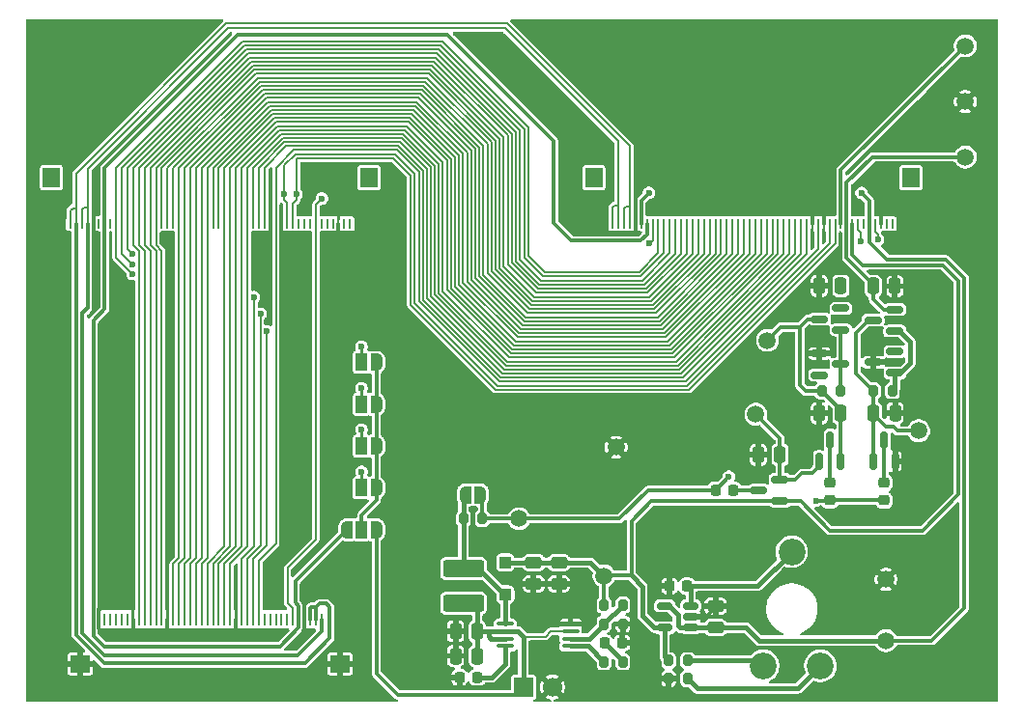
<source format=gtl>
%TF.GenerationSoftware,KiCad,Pcbnew,9.0.1*%
%TF.CreationDate,2025-04-23T14:31:23+07:00*%
%TF.ProjectId,LCD-50-bias-supply,4c43442d-3530-42d6-9269-61732d737570,rev?*%
%TF.SameCoordinates,Original*%
%TF.FileFunction,Copper,L1,Top*%
%TF.FilePolarity,Positive*%
%FSLAX45Y45*%
G04 Gerber Fmt 4.5, Leading zero omitted, Abs format (unit mm)*
G04 Created by KiCad (PCBNEW 9.0.1) date 2025-04-23 14:31:23*
%MOMM*%
%LPD*%
G01*
G04 APERTURE LIST*
G04 Aperture macros list*
%AMRoundRect*
0 Rectangle with rounded corners*
0 $1 Rounding radius*
0 $2 $3 $4 $5 $6 $7 $8 $9 X,Y pos of 4 corners*
0 Add a 4 corners polygon primitive as box body*
4,1,4,$2,$3,$4,$5,$6,$7,$8,$9,$2,$3,0*
0 Add four circle primitives for the rounded corners*
1,1,$1+$1,$2,$3*
1,1,$1+$1,$4,$5*
1,1,$1+$1,$6,$7*
1,1,$1+$1,$8,$9*
0 Add four rect primitives between the rounded corners*
20,1,$1+$1,$2,$3,$4,$5,0*
20,1,$1+$1,$4,$5,$6,$7,0*
20,1,$1+$1,$6,$7,$8,$9,0*
20,1,$1+$1,$8,$9,$2,$3,0*%
%AMFreePoly0*
4,1,23,0.550000,-0.750000,0.000000,-0.750000,0.000000,-0.745722,-0.065263,-0.745722,-0.191342,-0.711940,-0.304381,-0.646677,-0.396677,-0.554381,-0.461940,-0.441342,-0.495722,-0.315263,-0.495722,-0.250000,-0.500000,-0.250000,-0.500000,0.250000,-0.495722,0.250000,-0.495722,0.315263,-0.461940,0.441342,-0.396677,0.554381,-0.304381,0.646677,-0.191342,0.711940,-0.065263,0.745722,0.000000,0.745722,
0.000000,0.750000,0.550000,0.750000,0.550000,-0.750000,0.550000,-0.750000,$1*%
%AMFreePoly1*
4,1,23,0.000000,0.745722,0.065263,0.745722,0.191342,0.711940,0.304381,0.646677,0.396677,0.554381,0.461940,0.441342,0.495722,0.315263,0.495722,0.250000,0.500000,0.250000,0.500000,-0.250000,0.495722,-0.250000,0.495722,-0.315263,0.461940,-0.441342,0.396677,-0.554381,0.304381,-0.646677,0.191342,-0.711940,0.065263,-0.745722,0.000000,-0.745722,0.000000,-0.750000,-0.550000,-0.750000,
-0.550000,0.750000,0.000000,0.750000,0.000000,0.745722,0.000000,0.745722,$1*%
%AMFreePoly2*
4,1,23,0.500000,-0.750000,0.000000,-0.750000,0.000000,-0.745722,-0.065263,-0.745722,-0.191342,-0.711940,-0.304381,-0.646677,-0.396677,-0.554381,-0.461940,-0.441342,-0.495722,-0.315263,-0.495722,-0.250000,-0.500000,-0.250000,-0.500000,0.250000,-0.495722,0.250000,-0.495722,0.315263,-0.461940,0.441342,-0.396677,0.554381,-0.304381,0.646677,-0.191342,0.711940,-0.065263,0.745722,0.000000,0.745722,
0.000000,0.750000,0.500000,0.750000,0.500000,-0.750000,0.500000,-0.750000,$1*%
%AMFreePoly3*
4,1,23,0.000000,0.745722,0.065263,0.745722,0.191342,0.711940,0.304381,0.646677,0.396677,0.554381,0.461940,0.441342,0.495722,0.315263,0.495722,0.250000,0.500000,0.250000,0.500000,-0.250000,0.495722,-0.250000,0.495722,-0.315263,0.461940,-0.441342,0.396677,-0.554381,0.304381,-0.646677,0.191342,-0.711940,0.065263,-0.745722,0.000000,-0.745722,0.000000,-0.750000,-0.500000,-0.750000,
-0.500000,0.750000,0.000000,0.750000,0.000000,0.745722,0.000000,0.745722,$1*%
G04 Aperture macros list end*
%TA.AperFunction,SMDPad,CuDef*%
%ADD10C,1.500000*%
%TD*%
%TA.AperFunction,SMDPad,CuDef*%
%ADD11RoundRect,0.150000X-0.587500X-0.150000X0.587500X-0.150000X0.587500X0.150000X-0.587500X0.150000X0*%
%TD*%
%TA.AperFunction,SMDPad,CuDef*%
%ADD12RoundRect,0.150000X0.587500X0.150000X-0.587500X0.150000X-0.587500X-0.150000X0.587500X-0.150000X0*%
%TD*%
%TA.AperFunction,SMDPad,CuDef*%
%ADD13RoundRect,0.250000X-0.300000X0.300000X-0.300000X-0.300000X0.300000X-0.300000X0.300000X0.300000X0*%
%TD*%
%TA.AperFunction,SMDPad,CuDef*%
%ADD14R,0.254000X0.812800*%
%TD*%
%TA.AperFunction,SMDPad,CuDef*%
%ADD15R,1.524000X1.701800*%
%TD*%
%TA.AperFunction,SMDPad,CuDef*%
%ADD16R,0.250000X1.100000*%
%TD*%
%TA.AperFunction,SMDPad,CuDef*%
%ADD17R,1.700000X1.500000*%
%TD*%
%TA.AperFunction,SMDPad,CuDef*%
%ADD18FreePoly0,0.000000*%
%TD*%
%TA.AperFunction,SMDPad,CuDef*%
%ADD19R,1.000000X1.500000*%
%TD*%
%TA.AperFunction,SMDPad,CuDef*%
%ADD20FreePoly1,0.000000*%
%TD*%
%TA.AperFunction,SMDPad,CuDef*%
%ADD21RoundRect,0.250000X-0.475000X0.250000X-0.475000X-0.250000X0.475000X-0.250000X0.475000X0.250000X0*%
%TD*%
%TA.AperFunction,SMDPad,CuDef*%
%ADD22RoundRect,0.225000X0.250000X-0.225000X0.250000X0.225000X-0.250000X0.225000X-0.250000X-0.225000X0*%
%TD*%
%TA.AperFunction,SMDPad,CuDef*%
%ADD23RoundRect,0.200000X-0.200000X-0.275000X0.200000X-0.275000X0.200000X0.275000X-0.200000X0.275000X0*%
%TD*%
%TA.AperFunction,SMDPad,CuDef*%
%ADD24RoundRect,0.150000X0.512500X0.150000X-0.512500X0.150000X-0.512500X-0.150000X0.512500X-0.150000X0*%
%TD*%
%TA.AperFunction,SMDPad,CuDef*%
%ADD25RoundRect,0.150000X0.150000X-0.587500X0.150000X0.587500X-0.150000X0.587500X-0.150000X-0.587500X0*%
%TD*%
%TA.AperFunction,SMDPad,CuDef*%
%ADD26RoundRect,0.225000X-0.225000X-0.250000X0.225000X-0.250000X0.225000X0.250000X-0.225000X0.250000X0*%
%TD*%
%TA.AperFunction,SMDPad,CuDef*%
%ADD27RoundRect,0.250001X1.549999X-0.499999X1.549999X0.499999X-1.549999X0.499999X-1.549999X-0.499999X0*%
%TD*%
%TA.AperFunction,SMDPad,CuDef*%
%ADD28RoundRect,0.100000X0.637500X0.100000X-0.637500X0.100000X-0.637500X-0.100000X0.637500X-0.100000X0*%
%TD*%
%TA.AperFunction,SMDPad,CuDef*%
%ADD29RoundRect,0.200000X0.200000X0.275000X-0.200000X0.275000X-0.200000X-0.275000X0.200000X-0.275000X0*%
%TD*%
%TA.AperFunction,SMDPad,CuDef*%
%ADD30RoundRect,0.250000X0.250000X0.475000X-0.250000X0.475000X-0.250000X-0.475000X0.250000X-0.475000X0*%
%TD*%
%TA.AperFunction,SMDPad,CuDef*%
%ADD31RoundRect,0.250000X0.475000X-0.250000X0.475000X0.250000X-0.475000X0.250000X-0.475000X-0.250000X0*%
%TD*%
%TA.AperFunction,SMDPad,CuDef*%
%ADD32RoundRect,0.250000X-0.250000X-0.475000X0.250000X-0.475000X0.250000X0.475000X-0.250000X0.475000X0*%
%TD*%
%TA.AperFunction,SMDPad,CuDef*%
%ADD33RoundRect,0.225000X0.225000X0.250000X-0.225000X0.250000X-0.225000X-0.250000X0.225000X-0.250000X0*%
%TD*%
%TA.AperFunction,SMDPad,CuDef*%
%ADD34RoundRect,0.225000X-0.250000X0.225000X-0.250000X-0.225000X0.250000X-0.225000X0.250000X0.225000X0*%
%TD*%
%TA.AperFunction,ComponentPad*%
%ADD35C,2.340000*%
%TD*%
%TA.AperFunction,SMDPad,CuDef*%
%ADD36FreePoly2,0.000000*%
%TD*%
%TA.AperFunction,SMDPad,CuDef*%
%ADD37FreePoly3,0.000000*%
%TD*%
%TA.AperFunction,ComponentPad*%
%ADD38R,1.700000X1.700000*%
%TD*%
%TA.AperFunction,ComponentPad*%
%ADD39C,1.700000*%
%TD*%
%TA.AperFunction,ViaPad*%
%ADD40C,0.600000*%
%TD*%
%TA.AperFunction,Conductor*%
%ADD41C,0.300000*%
%TD*%
%TA.AperFunction,Conductor*%
%ADD42C,0.400000*%
%TD*%
%TA.AperFunction,Conductor*%
%ADD43C,0.150000*%
%TD*%
%TA.AperFunction,Conductor*%
%ADD44C,0.200000*%
%TD*%
%TA.AperFunction,Conductor*%
%ADD45C,0.250000*%
%TD*%
G04 APERTURE END LIST*
D10*
%TO.P,TP11,1,1*%
%TO.N,Net-(D2-A)*%
X17871440Y-10104120D03*
%TD*%
D11*
%TO.P,D13,1,A*%
%TO.N,GND*%
X17002020Y-9425660D03*
%TO.P,D13,2,NC*%
%TO.N,unconnected-(D13-NC-Pad2)*%
X17002020Y-9615660D03*
%TO.P,D13,3,K*%
%TO.N,Net-(D13-K)*%
X17189520Y-9520660D03*
%TD*%
D12*
%TO.P,D12,1,A*%
%TO.N,Net-(D12-A)*%
X17662700Y-9598160D03*
%TO.P,D12,2,NC*%
%TO.N,unconnected-(D12-NC-Pad2)*%
X17662700Y-9408160D03*
%TO.P,D12,3,K*%
%TO.N,GND*%
X17475200Y-9503160D03*
%TD*%
D13*
%TO.P,D3,1,K*%
%TO.N,AVDD*%
X14248170Y-11260450D03*
%TO.P,D3,2,A*%
%TO.N,Net-(D3-A)*%
X14248170Y-11540450D03*
%TD*%
D14*
%TO.P,J3,1,Pin_1*%
%TO.N,unconnected-(J3-Pin_1-Pad1)*%
X17639520Y-8286930D03*
%TO.P,J3,2,Pin_2*%
%TO.N,unconnected-(J3-Pin_2-Pad2)*%
X17589520Y-8286930D03*
%TO.P,J3,3,Pin_3*%
%TO.N,GND*%
X17539520Y-8286930D03*
%TO.P,J3,4,Pin_4*%
%TO.N,/DITHB*%
X17489520Y-8286930D03*
%TO.P,J3,5,Pin_5*%
%TO.N,VCOM*%
X17439520Y-8286930D03*
%TO.P,J3,6,Pin_6*%
%TO.N,unconnected-(J3-Pin_6-Pad6)*%
X17389520Y-8286930D03*
%TO.P,J3,7,Pin_7*%
%TO.N,/RESET*%
X17339520Y-8286930D03*
%TO.P,J3,8,Pin_8*%
%TO.N,AVDD*%
X17289520Y-8286930D03*
%TO.P,J3,9,Pin_9*%
%TO.N,VGL*%
X17239520Y-8286930D03*
%TO.P,J3,10,Pin_10*%
%TO.N,VGH*%
X17189520Y-8286930D03*
%TO.P,J3,11,Pin_11*%
%TO.N,/U_D_SEL*%
X17139520Y-8286930D03*
%TO.P,J3,12,Pin_12*%
%TO.N,/L_R_SEL*%
X17089520Y-8286930D03*
%TO.P,J3,13,Pin_13*%
%TO.N,GND*%
X17039520Y-8286930D03*
%TO.P,J3,14,Pin_14*%
%TO.N,/DCLK*%
X16989520Y-8286930D03*
%TO.P,J3,15,Pin_15*%
%TO.N,GND*%
X16939520Y-8286930D03*
%TO.P,J3,16,Pin_16*%
%TO.N,/LCD_R0*%
X16889520Y-8286930D03*
%TO.P,J3,17,Pin_17*%
%TO.N,/LCD_R1*%
X16839520Y-8286930D03*
%TO.P,J3,18,Pin_18*%
%TO.N,/LCD_R2*%
X16789520Y-8286930D03*
%TO.P,J3,19,Pin_19*%
%TO.N,/LCD_R3*%
X16739520Y-8286930D03*
%TO.P,J3,20,Pin_20*%
%TO.N,/LCD_R4*%
X16689520Y-8286930D03*
%TO.P,J3,21,Pin_21*%
%TO.N,/LCD_R5*%
X16639520Y-8286930D03*
%TO.P,J3,22,Pin_22*%
%TO.N,/LCD_R6*%
X16589520Y-8286930D03*
%TO.P,J3,23,Pin_23*%
%TO.N,/LCD_R7*%
X16539520Y-8286930D03*
%TO.P,J3,24,Pin_24*%
%TO.N,/LCD_G0*%
X16489520Y-8286930D03*
%TO.P,J3,25,Pin_25*%
%TO.N,/LCD_G1*%
X16439520Y-8286930D03*
%TO.P,J3,26,Pin_26*%
%TO.N,/LCD_G2*%
X16389520Y-8286930D03*
%TO.P,J3,27,Pin_27*%
%TO.N,/LCD_G3*%
X16339520Y-8286930D03*
%TO.P,J3,28,Pin_28*%
%TO.N,/LCD_G4*%
X16289520Y-8286930D03*
%TO.P,J3,29,Pin_29*%
%TO.N,/LCD_G5*%
X16239520Y-8286930D03*
%TO.P,J3,30,Pin_30*%
%TO.N,/LCD_G6*%
X16189520Y-8286930D03*
%TO.P,J3,31,Pin_31*%
%TO.N,/LCD_G7*%
X16139520Y-8286930D03*
%TO.P,J3,32,Pin_32*%
%TO.N,/LCD_B0*%
X16089520Y-8286930D03*
%TO.P,J3,33,Pin_33*%
%TO.N,/LCD_B1*%
X16039520Y-8286930D03*
%TO.P,J3,34,Pin_34*%
%TO.N,/LCD_B2*%
X15989520Y-8286930D03*
%TO.P,J3,35,Pin_35*%
%TO.N,/LCD_B3*%
X15939520Y-8286930D03*
%TO.P,J3,36,Pin_36*%
%TO.N,/LCD_B4*%
X15889520Y-8286930D03*
%TO.P,J3,37,Pin_37*%
%TO.N,/LCD_B5*%
X15839520Y-8286930D03*
%TO.P,J3,38,Pin_38*%
%TO.N,/LCD_B6*%
X15789520Y-8286930D03*
%TO.P,J3,39,Pin_39*%
%TO.N,/LCD_B7*%
X15739520Y-8286930D03*
%TO.P,J3,40,Pin_40*%
%TO.N,/HSYNC*%
X15689520Y-8286930D03*
%TO.P,J3,41,Pin_41*%
%TO.N,/VSYNC*%
X15639520Y-8286930D03*
%TO.P,J3,42,Pin_42*%
%TO.N,/DE*%
X15589520Y-8286930D03*
%TO.P,J3,43,Pin_43*%
%TO.N,/MODE*%
X15539520Y-8286930D03*
%TO.P,J3,44,Pin_44*%
%TO.N,VDD*%
X15489520Y-8286930D03*
%TO.P,J3,45,Pin_45*%
%TO.N,VCOM*%
X15439520Y-8286930D03*
%TO.P,J3,46,Pin_46*%
%TO.N,GND*%
X15389520Y-8286930D03*
%TO.P,J3,47,Pin_47*%
%TO.N,LED_K*%
X15339520Y-8286930D03*
%TO.P,J3,48,Pin_48*%
X15289520Y-8286930D03*
%TO.P,J3,49,Pin_49*%
%TO.N,LED_A*%
X15239520Y-8286930D03*
%TO.P,J3,50,Pin_50*%
X15189520Y-8286930D03*
D15*
%TO.P,J3,51*%
%TO.N,N/C*%
X15023870Y-7885610D03*
%TO.P,J3,52*%
X17805170Y-7885610D03*
%TD*%
D14*
%TO.P,J2,1,Pin_1*%
%TO.N,unconnected-(J2-Pin_1-Pad1)*%
X12887180Y-8286930D03*
%TO.P,J2,2,Pin_2*%
%TO.N,unconnected-(J2-Pin_2-Pad2)*%
X12837180Y-8286930D03*
%TO.P,J2,3,Pin_3*%
%TO.N,GND*%
X12787180Y-8286930D03*
%TO.P,J2,4,Pin_4*%
%TO.N,unconnected-(J2-Pin_4-Pad4)*%
X12737180Y-8286930D03*
%TO.P,J2,5,Pin_5*%
%TO.N,unconnected-(J2-Pin_5-Pad5)*%
X12687180Y-8286930D03*
%TO.P,J2,6,Pin_6*%
%TO.N,unconnected-(J2-Pin_6-Pad6)*%
X12637180Y-8286930D03*
%TO.P,J2,7,Pin_7*%
%TO.N,/RESET*%
X12587180Y-8286930D03*
%TO.P,J2,8,Pin_8*%
%TO.N,unconnected-(J2-Pin_8-Pad8)*%
X12537180Y-8286930D03*
%TO.P,J2,9,Pin_9*%
%TO.N,unconnected-(J2-Pin_9-Pad9)*%
X12487180Y-8286930D03*
%TO.P,J2,10,Pin_10*%
%TO.N,unconnected-(J2-Pin_10-Pad10)*%
X12437180Y-8286930D03*
%TO.P,J2,11,Pin_11*%
%TO.N,/U_D_SEL*%
X12387180Y-8286930D03*
%TO.P,J2,12,Pin_12*%
%TO.N,/L_R_SEL*%
X12337180Y-8286930D03*
%TO.P,J2,13,Pin_13*%
%TO.N,GND*%
X12287180Y-8286930D03*
%TO.P,J2,14,Pin_14*%
%TO.N,/DCLK*%
X12237180Y-8286930D03*
%TO.P,J2,15,Pin_15*%
%TO.N,GND*%
X12187180Y-8286930D03*
%TO.P,J2,16,Pin_16*%
%TO.N,/LCD_R0*%
X12137180Y-8286930D03*
%TO.P,J2,17,Pin_17*%
%TO.N,/LCD_R1*%
X12087180Y-8286930D03*
%TO.P,J2,18,Pin_18*%
%TO.N,/LCD_R2*%
X12037180Y-8286930D03*
%TO.P,J2,19,Pin_19*%
%TO.N,/LCD_R3*%
X11987180Y-8286930D03*
%TO.P,J2,20,Pin_20*%
%TO.N,/LCD_R4*%
X11937180Y-8286930D03*
%TO.P,J2,21,Pin_21*%
%TO.N,/LCD_R5*%
X11887180Y-8286930D03*
%TO.P,J2,22,Pin_22*%
%TO.N,/LCD_R6*%
X11837180Y-8286930D03*
%TO.P,J2,23,Pin_23*%
%TO.N,/LCD_R7*%
X11787180Y-8286930D03*
%TO.P,J2,24,Pin_24*%
%TO.N,/LCD_G0*%
X11737180Y-8286930D03*
%TO.P,J2,25,Pin_25*%
%TO.N,/LCD_G1*%
X11687180Y-8286930D03*
%TO.P,J2,26,Pin_26*%
%TO.N,/LCD_G2*%
X11637180Y-8286930D03*
%TO.P,J2,27,Pin_27*%
%TO.N,/LCD_G3*%
X11587180Y-8286930D03*
%TO.P,J2,28,Pin_28*%
%TO.N,/LCD_G4*%
X11537180Y-8286930D03*
%TO.P,J2,29,Pin_29*%
%TO.N,/LCD_G5*%
X11487180Y-8286930D03*
%TO.P,J2,30,Pin_30*%
%TO.N,/LCD_G6*%
X11437180Y-8286930D03*
%TO.P,J2,31,Pin_31*%
%TO.N,/LCD_G7*%
X11387180Y-8286930D03*
%TO.P,J2,32,Pin_32*%
%TO.N,/LCD_B0*%
X11337180Y-8286930D03*
%TO.P,J2,33,Pin_33*%
%TO.N,/LCD_B1*%
X11287180Y-8286930D03*
%TO.P,J2,34,Pin_34*%
%TO.N,/LCD_B2*%
X11237180Y-8286930D03*
%TO.P,J2,35,Pin_35*%
%TO.N,/LCD_B3*%
X11187180Y-8286930D03*
%TO.P,J2,36,Pin_36*%
%TO.N,/LCD_B4*%
X11137180Y-8286930D03*
%TO.P,J2,37,Pin_37*%
%TO.N,/LCD_B5*%
X11087180Y-8286930D03*
%TO.P,J2,38,Pin_38*%
%TO.N,/LCD_B6*%
X11037180Y-8286930D03*
%TO.P,J2,39,Pin_39*%
%TO.N,/LCD_B7*%
X10987180Y-8286930D03*
%TO.P,J2,40,Pin_40*%
%TO.N,/HSYNC*%
X10937180Y-8286930D03*
%TO.P,J2,41,Pin_41*%
%TO.N,/VSYNC*%
X10887180Y-8286930D03*
%TO.P,J2,42,Pin_42*%
%TO.N,/DE*%
X10837180Y-8286930D03*
%TO.P,J2,43,Pin_43*%
%TO.N,unconnected-(J2-Pin_43-Pad43)*%
X10787180Y-8286930D03*
%TO.P,J2,44,Pin_44*%
%TO.N,VDD*%
X10737180Y-8286930D03*
%TO.P,J2,45,Pin_45*%
%TO.N,unconnected-(J2-Pin_45-Pad45)*%
X10687180Y-8286930D03*
%TO.P,J2,46,Pin_46*%
%TO.N,GND*%
X10637180Y-8286930D03*
%TO.P,J2,47,Pin_47*%
%TO.N,LED_A*%
X10587180Y-8286930D03*
%TO.P,J2,48,Pin_48*%
X10537180Y-8286930D03*
%TO.P,J2,49,Pin_49*%
%TO.N,LED_K*%
X10487180Y-8286930D03*
%TO.P,J2,50,Pin_50*%
X10437180Y-8286930D03*
D15*
%TO.P,J2,51*%
%TO.N,N/C*%
X10271530Y-7885610D03*
%TO.P,J2,52*%
X13052830Y-7885610D03*
%TD*%
D16*
%TO.P,J1,1,Pin_1*%
%TO.N,GND*%
X10687180Y-11758400D03*
%TO.P,J1,2,Pin_2*%
%TO.N,unconnected-(J1-Pin_2-Pad2)*%
X10737180Y-11758400D03*
%TO.P,J1,3,Pin_3*%
%TO.N,unconnected-(J1-Pin_3-Pad3)*%
X10787180Y-11758400D03*
%TO.P,J1,4,Pin_4*%
%TO.N,unconnected-(J1-Pin_4-Pad4)*%
X10837180Y-11758400D03*
%TO.P,J1,5,Pin_5*%
%TO.N,unconnected-(J1-Pin_5-Pad5)*%
X10887180Y-11758400D03*
%TO.P,J1,6,Pin_6*%
%TO.N,unconnected-(J1-Pin_6-Pad6)*%
X10937180Y-11758400D03*
%TO.P,J1,7,Pin_7*%
%TO.N,GND*%
X10987180Y-11758400D03*
%TO.P,J1,8,Pin_8*%
%TO.N,/LCD_B7*%
X11037180Y-11758400D03*
%TO.P,J1,9,Pin_9*%
%TO.N,/LCD_B6*%
X11087180Y-11758400D03*
%TO.P,J1,10,Pin_10*%
%TO.N,/LCD_B5*%
X11137180Y-11758400D03*
%TO.P,J1,11,Pin_11*%
%TO.N,/LCD_B4*%
X11187180Y-11758400D03*
%TO.P,J1,12,Pin_12*%
%TO.N,/LCD_B3*%
X11237180Y-11758400D03*
%TO.P,J1,13,Pin_13*%
%TO.N,GND*%
X11287180Y-11758400D03*
%TO.P,J1,14,Pin_14*%
%TO.N,/LCD_G7*%
X11337180Y-11758400D03*
%TO.P,J1,15,Pin_15*%
%TO.N,/LCD_G6*%
X11387180Y-11758400D03*
%TO.P,J1,16,Pin_16*%
%TO.N,/LCD_G5*%
X11437180Y-11758400D03*
%TO.P,J1,17,Pin_17*%
%TO.N,/LCD_G4*%
X11487180Y-11758400D03*
%TO.P,J1,18,Pin_18*%
%TO.N,/LCD_G3*%
X11537180Y-11758400D03*
%TO.P,J1,19,Pin_19*%
%TO.N,/LCD_G2*%
X11587180Y-11758400D03*
%TO.P,J1,20,Pin_20*%
%TO.N,/LCD_R7*%
X11637180Y-11758400D03*
%TO.P,J1,21,Pin_21*%
%TO.N,/LCD_R6*%
X11687180Y-11758400D03*
%TO.P,J1,22,Pin_22*%
%TO.N,/LCD_R5*%
X11737180Y-11758400D03*
%TO.P,J1,23,Pin_23*%
%TO.N,/LCD_R4*%
X11787180Y-11758400D03*
%TO.P,J1,24,Pin_24*%
%TO.N,/LCD_R3*%
X11837180Y-11758400D03*
%TO.P,J1,25,Pin_25*%
%TO.N,GND*%
X11887180Y-11758400D03*
%TO.P,J1,26,Pin_26*%
%TO.N,/HSYNC*%
X11937180Y-11758400D03*
%TO.P,J1,27,Pin_27*%
%TO.N,/VSYNC*%
X11987180Y-11758400D03*
%TO.P,J1,28,Pin_28*%
%TO.N,/DE*%
X12037180Y-11758400D03*
%TO.P,J1,29,Pin_29*%
%TO.N,/DCLK*%
X12087180Y-11758400D03*
%TO.P,J1,30,Pin_30*%
%TO.N,unconnected-(J1-Pin_30-Pad30)*%
X12137180Y-11758400D03*
%TO.P,J1,31,Pin_31*%
%TO.N,unconnected-(J1-Pin_31-Pad31)*%
X12187180Y-11758400D03*
%TO.P,J1,32,Pin_32*%
%TO.N,unconnected-(J1-Pin_32-Pad32)*%
X12237180Y-11758400D03*
%TO.P,J1,33,Pin_33*%
%TO.N,unconnected-(J1-Pin_33-Pad33)*%
X12287180Y-11758400D03*
%TO.P,J1,34,Pin_34*%
%TO.N,unconnected-(J1-Pin_34-Pad34)*%
X12337180Y-11758400D03*
%TO.P,J1,35,Pin_35*%
%TO.N,/RESET*%
X12387180Y-11758400D03*
%TO.P,J1,36,Pin_36*%
%TO.N,VDD*%
X12437180Y-11758400D03*
%TO.P,J1,37,Pin_37*%
%TO.N,GND*%
X12487180Y-11758400D03*
%TO.P,J1,38,Pin_38*%
%TO.N,LED_K*%
X12537180Y-11758400D03*
%TO.P,J1,39,Pin_39*%
X12587180Y-11758400D03*
%TO.P,J1,40,Pin_40*%
%TO.N,LED_A*%
X12637180Y-11758400D03*
D17*
%TO.P,J1,MP,MountPin*%
%TO.N,GND*%
X10522180Y-12148400D03*
X12802180Y-12148400D03*
%TD*%
D10*
%TO.P,TP2,1,1*%
%TO.N,Net-(JP1-B)*%
X14368780Y-10876280D03*
%TD*%
D18*
%TO.P,JP12,1,A*%
%TO.N,GND*%
X12859100Y-9504680D03*
D19*
%TO.P,JP12,2,C*%
%TO.N,/L_R_SEL*%
X12989100Y-9504680D03*
D20*
%TO.P,JP12,3,B*%
%TO.N,VDD_JMP*%
X13119100Y-9504680D03*
%TD*%
D10*
%TO.P,TP5,1,1*%
%TO.N,AVDD*%
X15113090Y-11376660D03*
%TD*%
D21*
%TO.P,C10,1*%
%TO.N,AVDD*%
X14497090Y-11260450D03*
%TO.P,C10,2*%
%TO.N,GND*%
X14497090Y-11450450D03*
%TD*%
D22*
%TO.P,C8,1*%
%TO.N,Net-(JP1-B)*%
X17094520Y-10715020D03*
%TO.P,C8,2*%
%TO.N,Net-(D4-COM)*%
X17094520Y-10560020D03*
%TD*%
D23*
%TO.P,R3,1*%
%TO.N,Net-(U1-COMP)*%
X15113090Y-12131570D03*
%TO.P,R3,2*%
%TO.N,Net-(C7-Pad2)*%
X15278090Y-12131570D03*
%TD*%
D10*
%TO.P,TP7,1,1*%
%TO.N,Net-(D4-K)*%
X16545560Y-9311640D03*
%TD*%
D24*
%TO.P,U2,1*%
%TO.N,VCOM*%
X15872450Y-11831210D03*
%TO.P,U2,2,V-*%
%TO.N,GND*%
X15872450Y-11736210D03*
%TO.P,U2,3,+*%
%TO.N,Net-(U2-+)*%
X15872450Y-11641210D03*
%TO.P,U2,4,-*%
%TO.N,VCOM*%
X15644950Y-11641210D03*
%TO.P,U2,5,V+*%
%TO.N,AVDD*%
X15644950Y-11831210D03*
%TD*%
D25*
%TO.P,D4,1,A*%
%TO.N,Net-(D4-A)*%
X16999520Y-10373130D03*
%TO.P,D4,2,K*%
%TO.N,Net-(D4-K)*%
X17189520Y-10373130D03*
%TO.P,D4,3,COM*%
%TO.N,Net-(D4-COM)*%
X17094520Y-10185630D03*
%TD*%
D21*
%TO.P,C13,1*%
%TO.N,AVDD*%
X14718070Y-11260450D03*
%TO.P,C13,2*%
%TO.N,GND*%
X14718070Y-11450450D03*
%TD*%
D18*
%TO.P,JP15,1,A*%
%TO.N,GND*%
X12859100Y-10238740D03*
D19*
%TO.P,JP15,2,C*%
%TO.N,/DITHB*%
X12989100Y-10238740D03*
D20*
%TO.P,JP15,3,B*%
%TO.N,VDD_JMP*%
X13119100Y-10238740D03*
%TD*%
D23*
%TO.P,R5,1*%
%TO.N,Net-(U1-FB)*%
X15113090Y-11799677D03*
%TO.P,R5,2*%
%TO.N,GND*%
X15278090Y-11799677D03*
%TD*%
D18*
%TO.P,JP14,1,A*%
%TO.N,GND*%
X12859100Y-9871710D03*
D19*
%TO.P,JP14,2,C*%
%TO.N,/U_D_SEL*%
X12989100Y-9871710D03*
D20*
%TO.P,JP14,3,B*%
%TO.N,VDD_JMP*%
X13119100Y-9871710D03*
%TD*%
D12*
%TO.P,D5,1,A*%
%TO.N,AVDD*%
X16655800Y-10721230D03*
%TO.P,D5,2,K*%
%TO.N,Net-(D4-A)*%
X16655800Y-10531230D03*
%TO.P,D5,3,COM*%
%TO.N,Net-(D5-COM)*%
X16468300Y-10626230D03*
%TD*%
%TO.P,Q1,1,B*%
%TO.N,Net-(D12-A)*%
X17660620Y-9229860D03*
%TO.P,Q1,2,E*%
%TO.N,VGL*%
X17660620Y-9039860D03*
%TO.P,Q1,3,C*%
%TO.N,Net-(D2-A)*%
X17473120Y-9134860D03*
%TD*%
D18*
%TO.P,JP13,1,A*%
%TO.N,VDD*%
X12859100Y-10972800D03*
D19*
%TO.P,JP13,2,C*%
%TO.N,VDD_JMP*%
X12989100Y-10972800D03*
D20*
%TO.P,JP13,3,B*%
%TO.N,VIN*%
X13119100Y-10972800D03*
%TD*%
D23*
%TO.P,R4,1*%
%TO.N,AVDD*%
X15113090Y-11633730D03*
%TO.P,R4,2*%
%TO.N,Net-(U1-FB)*%
X15278090Y-11633730D03*
%TD*%
%TO.P,R2,1*%
%TO.N,Net-(D3-A)*%
X13881640Y-10876280D03*
%TO.P,R2,2*%
%TO.N,Net-(JP1-B)*%
X14046640Y-10876280D03*
%TD*%
D26*
%TO.P,C5,1*%
%TO.N,GND*%
X13847810Y-12267170D03*
%TO.P,C5,2*%
%TO.N,Net-(U1-SS)*%
X14002810Y-12267170D03*
%TD*%
D10*
%TO.P,TP8,1,1*%
%TO.N,GND*%
X18280380Y-7216140D03*
%TD*%
D27*
%TO.P,L1,1*%
%TO.N,VIN*%
X13881640Y-11617030D03*
%TO.P,L1,2*%
%TO.N,Net-(D3-A)*%
X13881640Y-11312030D03*
%TD*%
D28*
%TO.P,U1,1,COMP*%
%TO.N,Net-(U1-COMP)*%
X14820670Y-11993830D03*
%TO.P,U1,2,FB*%
%TO.N,Net-(U1-FB)*%
X14820670Y-11928830D03*
%TO.P,U1,3,EN*%
%TO.N,VIN*%
X14820670Y-11863830D03*
%TO.P,U1,4,GND*%
%TO.N,GND*%
X14820670Y-11798830D03*
%TO.P,U1,5,SW*%
%TO.N,Net-(D3-A)*%
X14248170Y-11798830D03*
%TO.P,U1,6,VIN*%
%TO.N,VIN*%
X14248170Y-11863830D03*
%TO.P,U1,7,FREQ*%
X14248170Y-11928830D03*
%TO.P,U1,8,SS*%
%TO.N,Net-(U1-SS)*%
X14248170Y-11993830D03*
%TD*%
D29*
%TO.P,R8,1*%
%TO.N,Net-(R8-Pad1)*%
X15846280Y-12279770D03*
%TO.P,R8,2*%
%TO.N,GND*%
X15681280Y-12279770D03*
%TD*%
D26*
%TO.P,C9,1*%
%TO.N,Net-(JP1-B)*%
X16089600Y-10626230D03*
%TO.P,C9,2*%
%TO.N,Net-(D5-COM)*%
X16244600Y-10626230D03*
%TD*%
D25*
%TO.P,D2,1,A*%
%TO.N,Net-(D2-A)*%
X17475200Y-10370360D03*
%TO.P,D2,2,K*%
%TO.N,GND*%
X17665200Y-10370360D03*
%TO.P,D2,3,COM*%
%TO.N,Net-(D2-COM)*%
X17570200Y-10182860D03*
%TD*%
D10*
%TO.P,TP10,1,1*%
%TO.N,GND*%
X17584420Y-11407140D03*
%TD*%
%TO.P,TP1,1,1*%
%TO.N,VGL*%
X18280380Y-7703820D03*
%TD*%
%TO.P,TP9,1,1*%
%TO.N,GND*%
X15219680Y-10248900D03*
%TD*%
%TO.P,TP6,1,1*%
%TO.N,VCOM*%
X17584420Y-11945620D03*
%TD*%
D30*
%TO.P,C2,1*%
%TO.N,VIN*%
X14002810Y-11863830D03*
%TO.P,C2,2*%
%TO.N,GND*%
X13812810Y-11863830D03*
%TD*%
D31*
%TO.P,C16,1*%
%TO.N,VCOM*%
X16091440Y-11831210D03*
%TO.P,C16,2*%
%TO.N,GND*%
X16091440Y-11641210D03*
%TD*%
D32*
%TO.P,C1,1*%
%TO.N,VGL*%
X17473120Y-8836160D03*
%TO.P,C1,2*%
%TO.N,GND*%
X17663120Y-8836160D03*
%TD*%
D29*
%TO.P,R1,1*%
%TO.N,Net-(D12-A)*%
X17640200Y-9753600D03*
%TO.P,R1,2*%
%TO.N,Net-(D2-A)*%
X17475200Y-9753600D03*
%TD*%
D30*
%TO.P,C12,1*%
%TO.N,Net-(D4-A)*%
X16655800Y-10314940D03*
%TO.P,C12,2*%
%TO.N,GND*%
X16465800Y-10314940D03*
%TD*%
D33*
%TO.P,C7,1*%
%TO.N,GND*%
X15273090Y-11965623D03*
%TO.P,C7,2*%
%TO.N,Net-(C7-Pad2)*%
X15118090Y-11965623D03*
%TD*%
D30*
%TO.P,C14,2*%
%TO.N,GND*%
X16999200Y-8834120D03*
%TO.P,C14,1*%
%TO.N,VGH*%
X17189200Y-8834120D03*
%TD*%
%TO.P,C3,1*%
%TO.N,VIN*%
X14002810Y-12079210D03*
%TO.P,C3,2*%
%TO.N,GND*%
X13812810Y-12079210D03*
%TD*%
D29*
%TO.P,R7,1*%
%TO.N,Net-(R7-Pad1)*%
X15846280Y-12120880D03*
%TO.P,R7,2*%
%TO.N,AVDD*%
X15681280Y-12120880D03*
%TD*%
%TO.P,R6,1*%
%TO.N,Net-(D13-K)*%
X17189520Y-9756140D03*
%TO.P,R6,2*%
%TO.N,Net-(D4-K)*%
X17024520Y-9756140D03*
%TD*%
D10*
%TO.P,TP4,1,1*%
%TO.N,VGH*%
X18280380Y-6728460D03*
%TD*%
D18*
%TO.P,JP16,1,A*%
%TO.N,GND*%
X12859100Y-10605770D03*
D19*
%TO.P,JP16,2,C*%
%TO.N,/MODE*%
X12989100Y-10605770D03*
D20*
%TO.P,JP16,3,B*%
%TO.N,VDD_JMP*%
X13119100Y-10605770D03*
%TD*%
D10*
%TO.P,TP3,1,1*%
%TO.N,Net-(D4-A)*%
X16443960Y-9959340D03*
%TD*%
D34*
%TO.P,C6,1*%
%TO.N,Net-(D2-COM)*%
X17570200Y-10560020D03*
%TO.P,C6,2*%
%TO.N,Net-(JP1-B)*%
X17570200Y-10715020D03*
%TD*%
D35*
%TO.P,RV1,1,1*%
%TO.N,Net-(R8-Pad1)*%
X17009460Y-12166220D03*
%TO.P,RV1,2,2*%
%TO.N,Net-(U2-+)*%
X16759460Y-11166220D03*
%TO.P,RV1,3,3*%
%TO.N,Net-(R7-Pad1)*%
X16509460Y-12166220D03*
%TD*%
D26*
%TO.P,C15,1*%
%TO.N,GND*%
X15686280Y-11465560D03*
%TO.P,C15,2*%
%TO.N,Net-(U2-+)*%
X15841280Y-11465560D03*
%TD*%
D36*
%TO.P,JP1,1,A*%
%TO.N,Net-(D3-A)*%
X13899140Y-10665460D03*
D37*
%TO.P,JP1,2,B*%
%TO.N,Net-(JP1-B)*%
X14029140Y-10665460D03*
%TD*%
D38*
%TO.P,J4,1,Pin_1*%
%TO.N,VIN*%
X14406920Y-12352020D03*
D39*
%TO.P,J4,2,Pin_2*%
%TO.N,GND*%
X14660920Y-12352020D03*
%TD*%
D32*
%TO.P,C4,1*%
%TO.N,Net-(D2-A)*%
X17475200Y-9949180D03*
%TO.P,C4,2*%
%TO.N,GND*%
X17665200Y-9949180D03*
%TD*%
D12*
%TO.P,Q2,1,B*%
%TO.N,Net-(D13-K)*%
X17189200Y-9220090D03*
%TO.P,Q2,2,E*%
%TO.N,VGH*%
X17189200Y-9030090D03*
%TO.P,Q2,3,C*%
%TO.N,Net-(D4-K)*%
X17001700Y-9125090D03*
%TD*%
D30*
%TO.P,C11,1*%
%TO.N,Net-(D4-K)*%
X17189520Y-9951720D03*
%TO.P,C11,2*%
%TO.N,GND*%
X16999520Y-9951720D03*
%TD*%
D40*
%TO.N,GND*%
X15156180Y-10711180D03*
X14175740Y-10088880D03*
X16489680Y-9641840D03*
X17472660Y-9415780D03*
X17002760Y-9337040D03*
X11275060Y-6642100D03*
X10271760Y-6715760D03*
X10279380Y-8686800D03*
X10248900Y-11424920D03*
X12222480Y-11490960D03*
X12390120Y-10944860D03*
X12435840Y-9273540D03*
X12793980Y-9075420D03*
X13182600Y-9075420D03*
X13266420Y-8239760D03*
X12735560Y-7894320D03*
X14790420Y-7889240D03*
X15003780Y-7642860D03*
X14142720Y-6728460D03*
X15052040Y-6715760D03*
X17579340Y-6715760D03*
X16433800Y-7874000D03*
X17533620Y-7868920D03*
X18036540Y-7894320D03*
X17835880Y-8369300D03*
X18450560Y-9525000D03*
X18328640Y-12278360D03*
X16385540Y-11188700D03*
X17091660Y-11206480D03*
X16751300Y-12151360D03*
X15819120Y-12410440D03*
X15217140Y-12418060D03*
X14310360Y-11379200D03*
X14909800Y-11384280D03*
X14521180Y-11762740D03*
X14645640Y-11986260D03*
X14838680Y-12349480D03*
X13403580Y-11330940D03*
X13309600Y-12202160D03*
X11308080Y-11153140D03*
X11310620Y-9133840D03*
X11287760Y-8409940D03*
X10657840Y-8953500D03*
X10822940Y-8704580D03*
X10853420Y-10149840D03*
X10845800Y-11549380D03*
X10365740Y-12148820D03*
X11595100Y-12397740D03*
X12951460Y-12151360D03*
X12976860Y-11287760D03*
X12758420Y-10604500D03*
X12760960Y-10238740D03*
X12760960Y-9870440D03*
X12760960Y-9504680D03*
X18041620Y-11120120D03*
X17541240Y-8089900D03*
X16210280Y-11640820D03*
X15676880Y-10932160D03*
X16352520Y-10314940D03*
X13710920Y-12080240D03*
X11887200Y-11871960D03*
X12486640Y-11874500D03*
X16939260Y-8087360D03*
X16888460Y-9951720D03*
X15361920Y-11965940D03*
X12489180Y-11597640D03*
X12787385Y-8433209D03*
X13710920Y-11864340D03*
X17752060Y-10370820D03*
X12131967Y-8492043D03*
X14495780Y-11554460D03*
X12357100Y-8458200D03*
X11287760Y-11874500D03*
X15361920Y-11798300D03*
X10988040Y-11877040D03*
X14716760Y-11564620D03*
X15577820Y-12280900D03*
X10723880Y-11877040D03*
X15587980Y-11465560D03*
X15415260Y-8003540D03*
X14950440Y-11798300D03*
X10670540Y-8061960D03*
X10662920Y-8450580D03*
X13749020Y-12268200D03*
X17767300Y-9949180D03*
X17038320Y-8087360D03*
%TO.N,VCOM*%
X15506700Y-8018780D03*
X17371060Y-8018780D03*
%TO.N,/L_R_SEL*%
X12989560Y-9367520D03*
X12311380Y-8028940D03*
%TO.N,/RESET*%
X12641580Y-8067040D03*
X17365980Y-8445500D03*
%TO.N,/U_D_SEL*%
X12989560Y-9730740D03*
X12418060Y-8028940D03*
%TO.N,/DE*%
X10979680Y-8727533D03*
X12159680Y-9230360D03*
%TO.N,/DITHB*%
X17512711Y-8429187D03*
X12989560Y-10096500D03*
%TO.N,/MODE*%
X12989560Y-10464800D03*
X15509240Y-8463280D03*
%TO.N,/HSYNC*%
X12044680Y-8933180D03*
X10979680Y-8554720D03*
%TO.N,/VSYNC*%
X12102180Y-9077881D03*
X10979680Y-8644529D03*
%TO.N,Net-(JP1-B)*%
X16972280Y-10716260D03*
X16207740Y-10507980D03*
%TD*%
D41*
%TO.N,Net-(D2-A)*%
X17475200Y-9959340D02*
X17475200Y-9949180D01*
X17581880Y-10066020D02*
X17475200Y-9959340D01*
X17686020Y-10104120D02*
X17647920Y-10066020D01*
X17647920Y-10066020D02*
X17581880Y-10066020D01*
X17871440Y-10104120D02*
X17686020Y-10104120D01*
X17322800Y-9243060D02*
X17431000Y-9134860D01*
X17475200Y-9753600D02*
X17322800Y-9601200D01*
X17322800Y-9601200D02*
X17322800Y-9243060D01*
X17431000Y-9134860D02*
X17473120Y-9134860D01*
%TO.N,GND*%
X17475200Y-9418320D02*
X17472660Y-9415780D01*
X17475200Y-9503160D02*
X17475200Y-9418320D01*
X17002020Y-9337780D02*
X17002760Y-9337040D01*
X17002020Y-9425660D02*
X17002020Y-9337780D01*
%TO.N,Net-(D4-K)*%
X16830040Y-9705340D02*
X16830040Y-9194800D01*
X16880840Y-9756140D02*
X16830040Y-9705340D01*
X17024520Y-9756140D02*
X16880840Y-9756140D01*
X16662400Y-9194800D02*
X16545560Y-9311640D01*
X16830040Y-9194800D02*
X16662400Y-9194800D01*
X16830040Y-9194800D02*
X16899750Y-9125090D01*
X16899750Y-9125090D02*
X17001700Y-9125090D01*
%TO.N,Net-(D13-K)*%
X17189520Y-9756140D02*
X17189520Y-9520660D01*
X17189200Y-9220090D02*
X17189200Y-9520340D01*
X17189200Y-9520340D02*
X17189520Y-9520660D01*
%TO.N,VGL*%
X17239520Y-8588280D02*
X17239520Y-8286930D01*
X17473120Y-8821880D02*
X17239520Y-8588280D01*
X17473120Y-8836160D02*
X17473120Y-8821880D01*
X17564100Y-9039860D02*
X17660620Y-9039860D01*
X17473120Y-8948880D02*
X17564100Y-9039860D01*
X17473120Y-8836160D02*
X17473120Y-8948880D01*
D42*
%TO.N,Net-(D12-A)*%
X17662700Y-9731100D02*
X17640200Y-9753600D01*
X17662700Y-9598160D02*
X17662700Y-9731100D01*
X17797780Y-9512300D02*
X17711920Y-9598160D01*
X17797780Y-9321800D02*
X17797780Y-9512300D01*
X17705840Y-9229860D02*
X17797780Y-9321800D01*
X17711920Y-9598160D02*
X17662700Y-9598160D01*
X17660620Y-9229860D02*
X17705840Y-9229860D01*
%TO.N,Net-(D3-A)*%
X14012050Y-11312030D02*
X13881640Y-11312030D01*
X14240470Y-11540450D02*
X14012050Y-11312030D01*
X14248170Y-11540450D02*
X14240470Y-11540450D01*
X14248170Y-11540450D02*
X14248170Y-11798830D01*
%TO.N,AVDD*%
X14497090Y-11260450D02*
X14248170Y-11260450D01*
D41*
%TO.N,GND*%
X17539520Y-8091620D02*
X17539520Y-8286930D01*
X17541240Y-8089900D02*
X17539520Y-8091620D01*
D43*
%TO.N,/DITHB*%
X17489520Y-8358220D02*
X17489520Y-8286930D01*
X17512711Y-8381411D02*
X17489520Y-8358220D01*
X17512711Y-8429187D02*
X17512711Y-8381411D01*
D41*
%TO.N,VCOM*%
X17439520Y-8447920D02*
X17439520Y-8286930D01*
X17439520Y-8447920D02*
X17439520Y-8447920D01*
X17439520Y-8206820D02*
X17439520Y-8286930D01*
X17439520Y-8206820D02*
X17439520Y-8206820D01*
D43*
%TO.N,/RESET*%
X17339520Y-8342840D02*
X17339520Y-8286930D01*
X17365980Y-8369300D02*
X17339520Y-8342840D01*
X17365980Y-8445500D02*
X17365980Y-8369300D01*
D41*
%TO.N,AVDD*%
X17289720Y-8559740D02*
X17289720Y-8286930D01*
X17380520Y-8650540D02*
X17289720Y-8559740D01*
X18220120Y-8786292D02*
X18084368Y-8650540D01*
X18220120Y-10664760D02*
X18220120Y-8786292D01*
X17904460Y-10980420D02*
X18220120Y-10664760D01*
X16835010Y-10721230D02*
X17094200Y-10980420D01*
X18084368Y-8650540D02*
X17380520Y-8650540D01*
X16655800Y-10721230D02*
X16835010Y-10721230D01*
X17094200Y-10980420D02*
X17904460Y-10980420D01*
%TO.N,VGL*%
X17239520Y-8287030D02*
X17239620Y-8286930D01*
X17239620Y-8266178D02*
X17239620Y-8286930D01*
X17239520Y-8266078D02*
X17239620Y-8266178D01*
X17239520Y-7929340D02*
X17239520Y-8266078D01*
X18280380Y-7703820D02*
X17465040Y-7703820D01*
X17465040Y-7703820D02*
X17239520Y-7929340D01*
%TO.N,VGH*%
X17189520Y-8286930D02*
X17189520Y-8286930D01*
X17189520Y-7819320D02*
X17189520Y-8286930D01*
X18280380Y-6728460D02*
X17189520Y-7819320D01*
%TO.N,GND*%
X17039520Y-8088560D02*
X17039520Y-8286930D01*
X17038320Y-8087360D02*
X17039520Y-8088560D01*
X16939520Y-8206820D02*
X16939520Y-8286930D01*
X16939520Y-8206820D02*
X16939520Y-8206820D01*
D43*
%TO.N,/U_D_SEL*%
X17139520Y-8461358D02*
X17139520Y-8286930D01*
%TO.N,/L_R_SEL*%
X17089520Y-8461719D02*
X17089520Y-8286930D01*
X15842857Y-9708382D02*
X17089520Y-8461719D01*
X13281102Y-7677040D02*
X13455640Y-7851578D01*
X12408119Y-7677040D02*
X13281102Y-7677040D01*
X12311380Y-7773779D02*
X12408119Y-7677040D01*
X13455640Y-8984055D02*
X14179967Y-9708382D01*
X14179967Y-9708382D02*
X15842857Y-9708382D01*
X12311380Y-8028940D02*
X12311380Y-7773779D01*
X13455640Y-7851578D02*
X13455640Y-8984055D01*
%TO.N,/DCLK*%
X16989520Y-8512080D02*
X16989520Y-8286930D01*
%TO.N,/LCD_R0*%
X16889520Y-8552544D02*
X16889520Y-8286930D01*
%TO.N,/LCD_R1*%
X16839520Y-8552905D02*
X16839520Y-8286930D01*
X16238762Y-9153663D02*
X16839520Y-8552905D01*
X16232413Y-9160013D02*
X16238762Y-9153663D01*
X15789343Y-9603082D02*
X16232413Y-9160013D01*
X13324719Y-7571740D02*
X13560940Y-7807961D01*
X13560940Y-7807961D02*
X13560940Y-8940439D01*
X13560940Y-8940439D02*
X14223583Y-9603082D01*
X12311041Y-7571740D02*
X13324719Y-7571740D01*
X14223583Y-9603082D02*
X15789343Y-9603082D01*
X12087180Y-8206820D02*
X12087180Y-7795601D01*
X12087180Y-7795601D02*
X12311041Y-7571740D01*
X12087180Y-8206820D02*
X12087180Y-8206820D01*
X12087180Y-8286930D02*
X12087180Y-8206820D01*
%TO.N,/LCD_R2*%
X16789520Y-8553318D02*
X16789520Y-8286930D01*
%TO.N,/LCD_R3*%
X16739520Y-8553679D02*
X16739520Y-8286930D01*
%TO.N,/LCD_R4*%
X16689520Y-8554040D02*
X16689520Y-8286930D01*
X16158006Y-9085554D02*
X16689520Y-8554040D01*
X16157954Y-9085554D02*
X16158006Y-9085554D01*
X15745726Y-9497782D02*
X16157954Y-9085554D01*
X14267200Y-9497782D02*
X15745726Y-9497782D01*
X13666240Y-8896822D02*
X14267200Y-9497782D01*
X13666240Y-7764345D02*
X13666240Y-8896822D01*
X12267424Y-7466440D02*
X13368335Y-7466440D01*
X11937180Y-7796685D02*
X11937180Y-7796685D01*
X11937180Y-8286930D02*
X11937180Y-7796685D01*
X11937180Y-7796685D02*
X12267424Y-7466440D01*
X13368335Y-7466440D02*
X13666240Y-7764345D01*
%TO.N,/LCD_R5*%
X16639520Y-8554350D02*
X16639520Y-8286930D01*
%TO.N,/LCD_R6*%
X13736440Y-7735267D02*
X13736440Y-8867744D01*
X13397413Y-7396240D02*
X13736440Y-7735267D01*
X14296277Y-9427582D02*
X15716649Y-9427582D01*
X16589520Y-8554711D02*
X16589520Y-8286930D01*
X12238347Y-7396240D02*
X13397413Y-7396240D01*
X15716649Y-9427582D02*
X16589520Y-8554711D01*
X13736440Y-8867744D02*
X14296277Y-9427582D01*
X11837180Y-7797407D02*
X12238347Y-7396240D01*
X11837180Y-8286930D02*
X11837180Y-7797407D01*
X11837180Y-7797407D02*
X11837180Y-7797407D01*
%TO.N,/LCD_R7*%
X16539520Y-8555072D02*
X16539520Y-8286930D01*
%TO.N,/LCD_G0*%
X16489520Y-8551877D02*
X16489520Y-8286930D01*
%TO.N,/LCD_G1*%
X16439520Y-8552238D02*
X16439520Y-8286930D01*
X14340936Y-9319768D02*
X15671991Y-9319768D01*
X13844254Y-7690609D02*
X13844254Y-8823086D01*
X13443225Y-7289580D02*
X13844254Y-7690609D01*
X11687180Y-8206820D02*
X11687180Y-7798490D01*
X13844254Y-8823086D02*
X14340936Y-9319768D01*
X11687180Y-8206820D02*
X11687180Y-8206820D01*
X15671991Y-9319768D02*
X16439520Y-8552238D01*
X11687180Y-7798490D02*
X12196090Y-7289580D01*
X11687180Y-8286930D02*
X11687180Y-8206820D01*
X12196090Y-7289580D02*
X13443225Y-7289580D01*
%TO.N,/LCD_G2*%
X16389520Y-8552599D02*
X16389520Y-8286930D01*
%TO.N,/LCD_G3*%
X16339520Y-8552960D02*
X16339520Y-8286930D01*
X15642913Y-9249568D02*
X16339520Y-8552960D01*
X13914454Y-7661531D02*
X13914454Y-8794008D01*
X14370013Y-9249568D02*
X15642913Y-9249568D01*
X12167013Y-7219380D02*
X13472303Y-7219380D01*
X13914454Y-8794008D02*
X14370013Y-9249568D01*
X11587180Y-7799213D02*
X12167013Y-7219380D01*
X13472303Y-7219380D02*
X13914454Y-7661531D01*
X11587180Y-7799213D02*
X11587180Y-7799213D01*
X11587180Y-8286930D02*
X11587180Y-7799213D01*
%TO.N,/LCD_G4*%
X16289520Y-8553322D02*
X16289520Y-8286930D01*
%TO.N,/LCD_G5*%
X16239520Y-8553683D02*
X16239520Y-8286930D01*
%TO.N,/LCD_G6*%
X16189520Y-8554044D02*
X16189520Y-8286930D01*
X15599296Y-9144268D02*
X16189520Y-8554044D01*
X14413630Y-9144268D02*
X15599296Y-9144268D01*
X14019754Y-7617914D02*
X14019754Y-8750392D01*
X12123396Y-7114080D02*
X13515920Y-7114080D01*
X14019754Y-8750392D02*
X14413630Y-9144268D01*
X11437180Y-7800296D02*
X11437180Y-7800296D01*
X11437180Y-7800296D02*
X12123396Y-7114080D01*
X11437180Y-8286930D02*
X11437180Y-7800296D01*
X13515920Y-7114080D02*
X14019754Y-7617914D01*
%TO.N,/LCD_G7*%
X16139520Y-8554405D02*
X16139520Y-8286930D01*
%TO.N,/LCD_B0*%
X16089520Y-8552806D02*
X16089520Y-8286930D01*
%TO.N,/LCD_B1*%
X16039520Y-8553168D02*
X16039520Y-8286930D01*
%TO.N,/LCD_B2*%
X15989520Y-8553528D02*
X15989520Y-8286930D01*
%TO.N,/LCD_B3*%
X15939520Y-8552148D02*
X15939520Y-8286930D01*
X14487409Y-8966151D02*
X15525518Y-8966151D01*
X14197871Y-8676613D02*
X14487409Y-8966151D01*
X12050651Y-6936889D02*
X13590769Y-6936889D01*
X11187180Y-8206820D02*
X11187180Y-8206820D01*
X15525518Y-8966151D02*
X15939520Y-8552148D01*
X11187180Y-7800360D02*
X12050651Y-6936889D01*
X13590769Y-6936889D02*
X14197871Y-7543991D01*
X14197871Y-7543991D02*
X14197871Y-8676613D01*
X11187180Y-8286930D02*
X11187180Y-8206820D01*
X11187180Y-8206820D02*
X11187180Y-7800360D01*
%TO.N,/LCD_B4*%
X15889520Y-8551348D02*
X15889520Y-8286930D01*
%TO.N,/LCD_B5*%
X15839520Y-8550548D02*
X15839520Y-8286930D01*
%TO.N,/LCD_B6*%
X15789520Y-8550909D02*
X15789520Y-8286930D01*
%TO.N,/LCD_B7*%
X15739520Y-8551271D02*
X15739520Y-8286930D01*
%TO.N,/HSYNC*%
X15689520Y-8548200D02*
X15689520Y-8286930D01*
X15451138Y-8786582D02*
X15689520Y-8548200D01*
X14561788Y-8786582D02*
X15451138Y-8786582D01*
X14377440Y-7472680D02*
X14377440Y-8602233D01*
X11977140Y-6758940D02*
X13663700Y-6758940D01*
X14377440Y-8602233D02*
X14561788Y-8786582D01*
X10937180Y-8206820D02*
X10937180Y-7798900D01*
X10937180Y-8286930D02*
X10937180Y-8206820D01*
X10937180Y-8206820D02*
X10937180Y-8206820D01*
X13663700Y-6758940D02*
X14377440Y-7472680D01*
X10937180Y-7798900D02*
X11977140Y-6758940D01*
%TO.N,/VSYNC*%
X15639520Y-8547400D02*
X15639520Y-8286930D01*
%TO.N,/DE*%
X15589520Y-8546600D02*
X15589520Y-8286930D01*
%TO.N,/MODE*%
X15539520Y-8433000D02*
X15539520Y-8286930D01*
X15509240Y-8463280D02*
X15539520Y-8433000D01*
D41*
%TO.N,VDD*%
X15489620Y-8383840D02*
X15489620Y-8286930D01*
X15435580Y-8437880D02*
X15489620Y-8383840D01*
X14823440Y-8437880D02*
X15435580Y-8437880D01*
X14671040Y-7561580D02*
X14671040Y-8285480D01*
X13738860Y-6629400D02*
X14671040Y-7561580D01*
X11904980Y-6629400D02*
X13738860Y-6629400D01*
X10737180Y-7797200D02*
X11904980Y-6629400D01*
X10737180Y-8286930D02*
X10737180Y-8286930D01*
X10737180Y-8286930D02*
X10737180Y-7797200D01*
X14671040Y-8285480D02*
X14823440Y-8437880D01*
%TO.N,VCOM*%
X15439520Y-8206820D02*
X15439520Y-8286930D01*
X15439520Y-8206820D02*
X15439520Y-8206820D01*
D44*
%TO.N,LED_A*%
X15204440Y-8130540D02*
X15239520Y-8130540D01*
X15189520Y-8145460D02*
X15204440Y-8130540D01*
X15189520Y-8286930D02*
X15189520Y-8145460D01*
%TO.N,LED_K*%
X15308580Y-8138160D02*
X15339520Y-8138160D01*
X15289520Y-8157220D02*
X15308580Y-8138160D01*
X15289520Y-8286930D02*
X15289520Y-8157220D01*
X15339520Y-8138160D02*
X15339520Y-8286930D01*
%TO.N,LED_A*%
X15239520Y-8130540D02*
X15239520Y-8286930D01*
%TO.N,LED_K*%
X15339520Y-8084820D02*
X15339520Y-8138160D01*
%TO.N,LED_A*%
X15239520Y-8082280D02*
X15239520Y-8130540D01*
D41*
%TO.N,GND*%
X12787180Y-8286930D02*
X12787180Y-8433003D01*
X12787180Y-8433003D02*
X12787385Y-8433209D01*
D43*
%TO.N,/RESET*%
X12587180Y-8343900D02*
X12587180Y-8286930D01*
X12587180Y-8343900D02*
X12587180Y-8343900D01*
X12587180Y-11057680D02*
X12587180Y-8343900D01*
X12339320Y-11305540D02*
X12587180Y-11057680D01*
X12387180Y-11663280D02*
X12339320Y-11615420D01*
X12339320Y-11615420D02*
X12339320Y-11305540D01*
X12387180Y-11758400D02*
X12387180Y-11663280D01*
X12587180Y-8121440D02*
X12587180Y-8121440D01*
X12587180Y-8121440D02*
X12587180Y-8286930D01*
X12587180Y-8121440D02*
X12641580Y-8067040D01*
%TO.N,/U_D_SEL*%
X12387180Y-8110620D02*
X12387180Y-8286930D01*
X12418060Y-8079740D02*
X12387180Y-8110620D01*
X12418060Y-7716738D02*
X12418060Y-8079740D01*
X12422658Y-7712140D02*
X12418060Y-7716738D01*
X14165428Y-9743482D02*
X13420540Y-8998594D01*
X13420540Y-7866117D02*
X13266563Y-7712140D01*
X15857396Y-9743482D02*
X14165428Y-9743482D01*
X13266563Y-7712140D02*
X12422658Y-7712140D01*
X13420540Y-8998594D02*
X13420540Y-7866117D01*
X17139520Y-8461358D02*
X15857396Y-9743482D01*
%TO.N,/L_R_SEL*%
X12337180Y-8206820D02*
X12337180Y-8286930D01*
X12337180Y-8206820D02*
X12337180Y-8206820D01*
D41*
%TO.N,GND*%
X12312443Y-8414808D02*
X12287180Y-8389545D01*
X12313708Y-8414808D02*
X12312443Y-8414808D01*
X12287180Y-8389545D02*
X12287180Y-8206820D01*
X12357100Y-8458200D02*
X12313708Y-8414808D01*
D43*
%TO.N,/DCLK*%
X12237180Y-8387080D02*
X12237180Y-8286930D01*
X12237180Y-11092720D02*
X12237180Y-8387080D01*
X12087180Y-11242720D02*
X12237180Y-11092720D01*
X12087180Y-11758400D02*
X12087180Y-11242720D01*
X12237180Y-7798340D02*
X12237180Y-8286930D01*
X15828318Y-9673282D02*
X16989520Y-8512080D01*
X14194505Y-9673282D02*
X15828318Y-9673282D01*
X13490740Y-8969517D02*
X14194505Y-9673282D01*
X13490740Y-7837039D02*
X13490740Y-8969517D01*
X12393580Y-7641940D02*
X13295641Y-7641940D01*
X12237180Y-7798340D02*
X12393580Y-7641940D01*
X13295641Y-7641940D02*
X13490740Y-7837039D01*
%TO.N,/LCD_R0*%
X12137180Y-8206820D02*
X12137180Y-8286930D01*
D41*
%TO.N,GND*%
X12187180Y-8386820D02*
X12187180Y-8206820D01*
X12131967Y-8442033D02*
X12187180Y-8386820D01*
X12131967Y-8492043D02*
X12131967Y-8442033D01*
D43*
%TO.N,/LCD_R2*%
X12037180Y-7795962D02*
X12037180Y-8286930D01*
X12296502Y-7536640D02*
X12037180Y-7795962D01*
X13339258Y-7536640D02*
X12296502Y-7536640D01*
X14238122Y-9567982D02*
X13596040Y-8925900D01*
X13596040Y-8925900D02*
X13596040Y-7793422D01*
X15774804Y-9567982D02*
X14238122Y-9567982D01*
X16187083Y-9155754D02*
X16187032Y-9155754D01*
X16789520Y-8553318D02*
X16187083Y-9155754D01*
X16187032Y-9155754D02*
X15774804Y-9567982D01*
X13596040Y-7793422D02*
X13339258Y-7536640D01*
%TO.N,/LCD_R3*%
X11987180Y-8286930D02*
X11987180Y-7796323D01*
%TO.N,/LCD_R5*%
X11887180Y-8286930D02*
X11887180Y-7797046D01*
%TO.N,/LCD_R7*%
X11787180Y-8286930D02*
X11787180Y-7797768D01*
X11637180Y-11271080D02*
X11787180Y-11121080D01*
X11637180Y-11758400D02*
X11637180Y-11271080D01*
X11787180Y-11121080D02*
X11787180Y-8286930D01*
%TO.N,/LCD_R6*%
X11837180Y-8348980D02*
X11837180Y-8286930D01*
X11837180Y-8348980D02*
X11837180Y-8348980D01*
X11837180Y-11120719D02*
X11837180Y-8348980D01*
X11687180Y-11758400D02*
X11687180Y-11270719D01*
X11687180Y-11270719D02*
X11837180Y-11120719D01*
%TO.N,/LCD_R5*%
X11887180Y-8346440D02*
X11887180Y-8286930D01*
X11737180Y-11270358D02*
X11887180Y-11120358D01*
X11737180Y-11758400D02*
X11737180Y-11270358D01*
X11887180Y-11120358D02*
X11887180Y-8346440D01*
%TO.N,/LCD_R4*%
X11937180Y-8346440D02*
X11937180Y-8286930D01*
X11937180Y-11120940D02*
X11937180Y-8346440D01*
X11787180Y-11758400D02*
X11787180Y-11270940D01*
X11787180Y-11270940D02*
X11937180Y-11120940D01*
X11937180Y-8346440D02*
X11937180Y-8346440D01*
%TO.N,/LCD_R3*%
X11987180Y-8331200D02*
X11987180Y-8286930D01*
X11987180Y-11121740D02*
X11987180Y-8331200D01*
X11987180Y-8331200D02*
X11987180Y-8331200D01*
X11837180Y-11271740D02*
X11987180Y-11121740D01*
X11837180Y-11758400D02*
X11837180Y-11271740D01*
X16172545Y-9120654D02*
X16739520Y-8553679D01*
X16172493Y-9120654D02*
X16172545Y-9120654D01*
X14252661Y-9532882D02*
X15760265Y-9532882D01*
X13631140Y-8911361D02*
X14252661Y-9532882D01*
X13631140Y-7778884D02*
X13631140Y-8911361D01*
X13353796Y-7501540D02*
X13631140Y-7778884D01*
X15760265Y-9532882D02*
X16172493Y-9120654D01*
X12281963Y-7501540D02*
X13353796Y-7501540D01*
X11987180Y-7796323D02*
X12281963Y-7501540D01*
%TO.N,/LCD_R5*%
X15731188Y-9462682D02*
X16639520Y-8554350D01*
X14281738Y-9462682D02*
X15731188Y-9462682D01*
X13701340Y-8882284D02*
X14281738Y-9462682D01*
X13701340Y-7749806D02*
X13701340Y-8882284D01*
X13382874Y-7431340D02*
X13701340Y-7749806D01*
X12252885Y-7431340D02*
X13382874Y-7431340D01*
X11887180Y-7797046D02*
X12252885Y-7431340D01*
%TO.N,/LCD_R7*%
X15702110Y-9392482D02*
X16539520Y-8555072D01*
X14310816Y-9392482D02*
X15702110Y-9392482D01*
X13771540Y-8853206D02*
X14310816Y-9392482D01*
X13771540Y-7720728D02*
X13771540Y-8853206D01*
X13411952Y-7361140D02*
X13771540Y-7720728D01*
X12223808Y-7361140D02*
X13411952Y-7361140D01*
X11787180Y-7797768D02*
X12223808Y-7361140D01*
%TO.N,/LCD_G0*%
X11737180Y-8206820D02*
X11737180Y-8286930D01*
%TO.N,/LCD_G4*%
X11537180Y-8286930D02*
X11537180Y-7799574D01*
%TO.N,/LCD_G2*%
X11637180Y-8286930D02*
X11637180Y-7798851D01*
X11637180Y-11219554D02*
X11637180Y-8286930D01*
X11587180Y-11269554D02*
X11637180Y-11219554D01*
X11587180Y-11758400D02*
X11587180Y-11269554D01*
%TO.N,/LCD_G3*%
X11587180Y-8425180D02*
X11587180Y-8286930D01*
X11537180Y-11269915D02*
X11587180Y-11219915D01*
X11537180Y-11758400D02*
X11537180Y-11269915D01*
X11587180Y-11219915D02*
X11587180Y-8425180D01*
X11587180Y-8425180D02*
X11587180Y-8425180D01*
%TO.N,/LCD_G4*%
X11537180Y-11220276D02*
X11537180Y-8286930D01*
X11487180Y-11270276D02*
X11537180Y-11220276D01*
X11487180Y-11758400D02*
X11487180Y-11270276D01*
X15628374Y-9214468D02*
X16289520Y-8553322D01*
X14384552Y-9214468D02*
X15628374Y-9214468D01*
X13949554Y-8779470D02*
X14384552Y-9214468D01*
X12152474Y-7184280D02*
X13486842Y-7184280D01*
X11537180Y-7799574D02*
X12152474Y-7184280D01*
X13949554Y-7646992D02*
X13949554Y-8779470D01*
X13486842Y-7184280D02*
X13949554Y-7646992D01*
%TO.N,/LCD_G2*%
X15657452Y-9284668D02*
X16389520Y-8552599D01*
X14355474Y-9284668D02*
X15657452Y-9284668D01*
X13879354Y-7676070D02*
X13879354Y-8808547D01*
X13879354Y-8808547D02*
X14355474Y-9284668D01*
X13457764Y-7254480D02*
X13879354Y-7676070D01*
X11637180Y-7798851D02*
X12181551Y-7254480D01*
X12181551Y-7254480D02*
X13457764Y-7254480D01*
%TO.N,/LCD_G5*%
X11487180Y-8286930D02*
X11487180Y-7799935D01*
%TO.N,/LCD_G7*%
X11387180Y-8286930D02*
X11387180Y-7800657D01*
X11387180Y-11221360D02*
X11387180Y-8286930D01*
X11337180Y-11271360D02*
X11387180Y-11221360D01*
X11337180Y-11758400D02*
X11337180Y-11271360D01*
%TO.N,/LCD_G6*%
X11437180Y-8463280D02*
X11437180Y-8463280D01*
X11437180Y-11220999D02*
X11437180Y-8463280D01*
X11387180Y-11270999D02*
X11437180Y-11220999D01*
X11437180Y-8463280D02*
X11437180Y-8286930D01*
X11387180Y-11758400D02*
X11387180Y-11270999D01*
%TO.N,/LCD_G5*%
X11487180Y-8468360D02*
X11487180Y-8286930D01*
X11437180Y-11270638D02*
X11487180Y-11220638D01*
X11437180Y-11758400D02*
X11437180Y-11270638D01*
X11487180Y-11220638D02*
X11487180Y-8468360D01*
X15613835Y-9179368D02*
X16239520Y-8553683D01*
X14399091Y-9179368D02*
X15613835Y-9179368D01*
X13984654Y-7632453D02*
X13984654Y-8764931D01*
X13501381Y-7149180D02*
X13984654Y-7632453D01*
X12137935Y-7149180D02*
X13501381Y-7149180D01*
X11487180Y-7799935D02*
X12137935Y-7149180D01*
X13984654Y-8764931D02*
X14399091Y-9179368D01*
%TO.N,/LCD_G7*%
X15584757Y-9109168D02*
X16139520Y-8554405D01*
X14428169Y-9109168D02*
X15584757Y-9109168D01*
X14054854Y-7603375D02*
X14054854Y-8735853D01*
X13530459Y-7078980D02*
X14054854Y-7603375D01*
X14054854Y-8735853D02*
X14428169Y-9109168D01*
X12108857Y-7078980D02*
X13530459Y-7078980D01*
X11387180Y-7800657D02*
X12108857Y-7078980D01*
%TO.N,/LCD_B0*%
X11337180Y-8206820D02*
X11337180Y-8286930D01*
%TO.N,/LCD_B1*%
X11287180Y-7801379D02*
X11287180Y-8286930D01*
X14126440Y-7573579D02*
X13561181Y-7008320D01*
X12080239Y-7008320D02*
X11287180Y-7801379D01*
X14126440Y-8706201D02*
X14126440Y-7573579D01*
X16039520Y-8553168D02*
X15555106Y-9037582D01*
X15555106Y-9037582D02*
X14457821Y-9037582D01*
X14457821Y-9037582D02*
X14126440Y-8706201D01*
X13561181Y-7008320D02*
X12080239Y-7008320D01*
%TO.N,/LCD_B2*%
X11237180Y-8206820D02*
X11237180Y-8286930D01*
%TO.N,/LCD_B4*%
X11137180Y-7799560D02*
X11137180Y-8286930D01*
X13605648Y-6900968D02*
X12035772Y-6900968D01*
X14233792Y-7529112D02*
X13605648Y-6900968D01*
X14502288Y-8930230D02*
X14233792Y-8661734D01*
X14233792Y-8661734D02*
X14233792Y-7529112D01*
X15510639Y-8930230D02*
X14502288Y-8930230D01*
X15889520Y-8551348D02*
X15510639Y-8930230D01*
X12035772Y-6900968D02*
X11137180Y-7799560D01*
%TO.N,/LCD_B5*%
X11087180Y-8206820D02*
X11087180Y-8286930D01*
%TO.N,/LCD_B6*%
X11037180Y-7799121D02*
X11037180Y-8286930D01*
X12006354Y-6829947D02*
X11037180Y-7799121D01*
X14304813Y-7499694D02*
X13635066Y-6829947D01*
X14304813Y-8632316D02*
X14304813Y-7499694D01*
X15789520Y-8550909D02*
X15481221Y-8859209D01*
X13635066Y-6829947D02*
X12006354Y-6829947D01*
X15481221Y-8859209D02*
X14531705Y-8859209D01*
X14531705Y-8859209D02*
X14304813Y-8632316D01*
%TO.N,/LCD_B7*%
X10987180Y-8206820D02*
X10987180Y-8286930D01*
%TO.N,/VSYNC*%
X10887180Y-7798100D02*
X10887180Y-8286930D01*
X13678579Y-6723019D02*
X11962261Y-6723019D01*
X14413361Y-7457801D02*
X13678579Y-6723019D01*
X14413361Y-8587355D02*
X14413361Y-7457801D01*
X14576667Y-8750661D02*
X14413361Y-8587355D01*
X15639520Y-8547400D02*
X15436259Y-8750661D01*
X15436259Y-8750661D02*
X14576667Y-8750661D01*
X11962261Y-6723019D02*
X10887180Y-7798100D01*
%TO.N,/DE*%
X10837180Y-8206820D02*
X10837180Y-8286930D01*
%TO.N,/LCD_B3*%
X11187180Y-8477943D02*
X11187180Y-8286930D01*
X11187180Y-8477944D02*
X11187180Y-8477943D01*
%TO.N,/LCD_B4*%
X11137180Y-8477582D02*
X11137180Y-8286930D01*
%TO.N,/LCD_B5*%
X11087180Y-8477221D02*
X11087180Y-8286930D01*
%TO.N,/LCD_B6*%
X11037180Y-8476860D02*
X11037180Y-8286930D01*
%TO.N,/LCD_B7*%
X10987180Y-8477590D02*
X10987180Y-8286930D01*
%TO.N,/HSYNC*%
X10937180Y-8512220D02*
X10937180Y-8286930D01*
X10937180Y-8512220D02*
X10937180Y-8512220D01*
%TO.N,/VSYNC*%
X10887180Y-8552029D02*
X10887180Y-8286930D01*
%TO.N,/DE*%
X10837180Y-8585033D02*
X10837180Y-8286930D01*
D41*
%TO.N,VDD*%
X10737180Y-8402320D02*
X10737180Y-8286930D01*
X10737180Y-9039260D02*
X10737180Y-8402320D01*
X10637080Y-9139360D02*
X10737180Y-9039260D01*
X10731500Y-11996420D02*
X10637080Y-11902000D01*
X10737180Y-8402320D02*
X10737180Y-8402320D01*
X12272655Y-11996420D02*
X10731500Y-11996420D01*
X12437180Y-11831895D02*
X12272655Y-11996420D01*
X12437180Y-11758400D02*
X12437180Y-11831895D01*
X10637080Y-11902000D02*
X10637080Y-9139360D01*
%TO.N,GND*%
X10637180Y-8095320D02*
X10670540Y-8061960D01*
X10637180Y-8266078D02*
X10637180Y-8095320D01*
X10637280Y-8371600D02*
X10637280Y-8266178D01*
X10637280Y-8266178D02*
X10637180Y-8266078D01*
X10660380Y-8394700D02*
X10637280Y-8371600D01*
X10660380Y-8448040D02*
X10660380Y-8394700D01*
X10662920Y-8450580D02*
X10660380Y-8448040D01*
D44*
%TO.N,LED_A*%
X10537180Y-8164840D02*
X10558780Y-8143240D01*
X10537180Y-8286930D02*
X10537180Y-8164840D01*
X10558780Y-8143240D02*
X10587180Y-8143240D01*
%TO.N,LED_K*%
X10459720Y-8150860D02*
X10487180Y-8150860D01*
X10437180Y-8286930D02*
X10437180Y-8173400D01*
X10437180Y-8173400D02*
X10459720Y-8150860D01*
X10487180Y-8150860D02*
X10487180Y-8286930D01*
%TO.N,LED_A*%
X10587180Y-8143240D02*
X10587180Y-8286930D01*
X10587180Y-7803460D02*
X10587180Y-8143240D01*
%TO.N,LED_K*%
X10487180Y-7846750D02*
X10487180Y-8150860D01*
D41*
X10487180Y-8376920D02*
X10487180Y-8286930D01*
X10487180Y-8376920D02*
X10487180Y-8376920D01*
X10734040Y-12143740D02*
X10487180Y-11896880D01*
X12710160Y-11925300D02*
X12491720Y-12143740D01*
X12491720Y-12143740D02*
X10734040Y-12143740D01*
X12710160Y-11648440D02*
X12710160Y-11925300D01*
X12682220Y-11620500D02*
X12710160Y-11648440D01*
X12618720Y-11620500D02*
X12682220Y-11620500D01*
X10487180Y-11896880D02*
X10487180Y-8376920D01*
X12587180Y-11652040D02*
X12618720Y-11620500D01*
%TO.N,LED_A*%
X10587180Y-8521700D02*
X10587180Y-8286930D01*
X10587180Y-9026700D02*
X10587180Y-8521700D01*
X10543540Y-9070340D02*
X10587180Y-9026700D01*
X10734040Y-12072620D02*
X10543540Y-11882120D01*
X10543540Y-11882120D02*
X10543540Y-9070340D01*
X12637180Y-11863660D02*
X12428220Y-12072620D01*
X12428220Y-12072620D02*
X10734040Y-12072620D01*
X10587180Y-8521700D02*
X10587180Y-8521700D01*
X12637180Y-11758400D02*
X12637180Y-11863660D01*
%TO.N,GND*%
X10808500Y-11549380D02*
X10845800Y-11549380D01*
X10687180Y-11670700D02*
X10808500Y-11549380D01*
X10687180Y-11758400D02*
X10687180Y-11670700D01*
D44*
X12759690Y-10605770D02*
X12758420Y-10604500D01*
X12859100Y-10605770D02*
X12759690Y-10605770D01*
X12859100Y-10238740D02*
X12760960Y-10238740D01*
X12762230Y-9871710D02*
X12760960Y-9870440D01*
X12859100Y-9871710D02*
X12762230Y-9871710D01*
X12859100Y-9504680D02*
X12760960Y-9504680D01*
D41*
X11887180Y-11871940D02*
X11887200Y-11871960D01*
D45*
X15872450Y-11736210D02*
X15996440Y-11736210D01*
D41*
X15389520Y-8206820D02*
X15389520Y-8338480D01*
X13750050Y-12267170D02*
X13749020Y-12268200D01*
X13847810Y-12267170D02*
X13750050Y-12267170D01*
X15686280Y-11465560D02*
X15587980Y-11465560D01*
X14949910Y-11798830D02*
X14950440Y-11798300D01*
X11287180Y-11758400D02*
X11287180Y-11873920D01*
X15278090Y-11799677D02*
X15360543Y-11799677D01*
X15389520Y-8338480D02*
X15389860Y-8338820D01*
X16939520Y-8087620D02*
X16939260Y-8087360D01*
X10687180Y-11758400D02*
X10687180Y-11840340D01*
X12487180Y-11599640D02*
X12489180Y-11597640D01*
X10987180Y-11758400D02*
X10987180Y-11876180D01*
X10687180Y-11840340D02*
X10723880Y-11877040D01*
X15361603Y-11965623D02*
X15361920Y-11965940D01*
X13812810Y-12079210D02*
X13711950Y-12079210D01*
X14718070Y-11450450D02*
X14718070Y-11563310D01*
X14497090Y-11553150D02*
X14495780Y-11554460D01*
X11887180Y-11758400D02*
X11887180Y-11871940D01*
X12487180Y-11758400D02*
X12487180Y-11873960D01*
X14718070Y-11563310D02*
X14716760Y-11564620D01*
X17751600Y-10370360D02*
X17752060Y-10370820D01*
X12487180Y-11758400D02*
X12487180Y-11599640D01*
X16209890Y-11641210D02*
X16210280Y-11640820D01*
X16999520Y-9951720D02*
X16888460Y-9951720D01*
X12487180Y-11873960D02*
X12486640Y-11874500D01*
X14497090Y-11450450D02*
X14497090Y-11553150D01*
X15389520Y-8029280D02*
X15415260Y-8003540D01*
X14820670Y-11798830D02*
X14949910Y-11798830D01*
X13812810Y-11863830D02*
X13711430Y-11863830D01*
X15389520Y-8206820D02*
X15389520Y-8029280D01*
X16091440Y-11641210D02*
X16209890Y-11641210D01*
D45*
X15996440Y-11736210D02*
X16091440Y-11641210D01*
D41*
X17665200Y-9949180D02*
X17767300Y-9949180D01*
X16939520Y-8206820D02*
X16939520Y-8087620D01*
X10987180Y-11876180D02*
X10988040Y-11877040D01*
X15273090Y-11965623D02*
X15361603Y-11965623D01*
X15360543Y-11799677D02*
X15361920Y-11798300D01*
X16465800Y-10314940D02*
X16352520Y-10314940D01*
X13711430Y-11863830D02*
X13710920Y-11864340D01*
X15681280Y-12279770D02*
X15578950Y-12279770D01*
X11287180Y-11873920D02*
X11287760Y-11874500D01*
X13711950Y-12079210D02*
X13710920Y-12080240D01*
X17665200Y-10370360D02*
X17751600Y-10370360D01*
X15578950Y-12279770D02*
X15577820Y-12280900D01*
D42*
%TO.N,Net-(D3-A)*%
X13881640Y-11312030D02*
X13881640Y-10876280D01*
X13881640Y-10876280D02*
X13881640Y-10682960D01*
X13881640Y-10682960D02*
X13899140Y-10665460D01*
D41*
%TO.N,Net-(D4-A)*%
X16845280Y-10477500D02*
X16936720Y-10477500D01*
X16655800Y-10171180D02*
X16443960Y-9959340D01*
X16936720Y-10477500D02*
X16999520Y-10414700D01*
X16999520Y-10414700D02*
X16999520Y-10373130D01*
X16655800Y-10531230D02*
X16655800Y-10314940D01*
X16655800Y-10531230D02*
X16791550Y-10531230D01*
X16655800Y-10314940D02*
X16655800Y-10171180D01*
X16791550Y-10531230D02*
X16845280Y-10477500D01*
%TO.N,VIN*%
X13119100Y-12235180D02*
X13304520Y-12420600D01*
D42*
X14248170Y-11863830D02*
X14360650Y-11863830D01*
X14248170Y-11863830D02*
X14100080Y-11863830D01*
D43*
X14599880Y-11910100D02*
X14406920Y-11910100D01*
D42*
X14360650Y-11863830D02*
X14406920Y-11910100D01*
X14119880Y-11928830D02*
X14100080Y-11909030D01*
D41*
X14338340Y-12420600D02*
X14406920Y-12352020D01*
D42*
X14248170Y-11928830D02*
X14119880Y-11928830D01*
D41*
X13304520Y-12420600D02*
X14338340Y-12420600D01*
D42*
X14002810Y-11617030D02*
X13881640Y-11617030D01*
X14002810Y-11863830D02*
X14002810Y-11617030D01*
X14100080Y-11909030D02*
X14100080Y-11863830D01*
D43*
X14820670Y-11863830D02*
X14646150Y-11863830D01*
D42*
X14406920Y-11910100D02*
X14406920Y-12352020D01*
X14100080Y-11863830D02*
X14002810Y-11863830D01*
X14002810Y-11863830D02*
X14002810Y-12079210D01*
D41*
X13119100Y-10972800D02*
X13119100Y-12235180D01*
D43*
X14646150Y-11863830D02*
X14599880Y-11910100D01*
D44*
%TO.N,LED_A*%
X14245360Y-6570980D02*
X11819660Y-6570980D01*
X15239520Y-7565140D02*
X14245360Y-6570980D01*
X11819660Y-6570980D02*
X10587180Y-7803460D01*
X15239520Y-8082280D02*
X15239520Y-7565140D01*
D42*
%TO.N,VCOM*%
X16474440Y-11945620D02*
X17584420Y-11945620D01*
X15684020Y-11641210D02*
X15644950Y-11641210D01*
D41*
X17985740Y-11945620D02*
X17584420Y-11945620D01*
X18105120Y-8600440D02*
X18270220Y-8765540D01*
X17439520Y-8447920D02*
X17592040Y-8600440D01*
X18270220Y-11661140D02*
X17985740Y-11945620D01*
X15439520Y-8206820D02*
X15439520Y-8085960D01*
D42*
X16091440Y-11831210D02*
X16360030Y-11831210D01*
D41*
X17439520Y-8087240D02*
X17371060Y-8018780D01*
D42*
X15761240Y-11814950D02*
X15761240Y-11718430D01*
X16360030Y-11831210D02*
X16474440Y-11945620D01*
D41*
X17439520Y-8206820D02*
X17439520Y-8087240D01*
D42*
X15872450Y-11831210D02*
X15777500Y-11831210D01*
D41*
X17592040Y-8600440D02*
X18105120Y-8600440D01*
X15439520Y-8085960D02*
X15506700Y-8018780D01*
D42*
X15872450Y-11831210D02*
X16091440Y-11831210D01*
X15761240Y-11718430D02*
X15684020Y-11641210D01*
D41*
X18270220Y-8765540D02*
X18270220Y-11661140D01*
D42*
X15777500Y-11831210D02*
X15761240Y-11814950D01*
D43*
%TO.N,/LCD_B2*%
X15540566Y-9002482D02*
X14472360Y-9002482D01*
X14161540Y-7559040D02*
X13575720Y-6973220D01*
X12065700Y-6973220D02*
X11237180Y-7801740D01*
X11237180Y-7801740D02*
X11237180Y-8206820D01*
X14472360Y-9002482D02*
X14161540Y-8691662D01*
X15989520Y-8553528D02*
X15540566Y-9002482D01*
X14161540Y-8691662D02*
X14161540Y-7559040D01*
X13575720Y-6973220D02*
X12065700Y-6973220D01*
D45*
%TO.N,/L_R_SEL*%
X12989100Y-9504680D02*
X12989100Y-9367980D01*
X12989100Y-9367980D02*
X12989560Y-9367520D01*
D43*
X12337180Y-8108080D02*
X12311380Y-8082280D01*
X12311380Y-8082280D02*
X12311380Y-8028940D01*
X12337180Y-8206820D02*
X12337180Y-8108080D01*
D42*
%TO.N,AVDD*%
X15644950Y-12084550D02*
X15681280Y-12120880D01*
X15644950Y-11831210D02*
X15644950Y-12084550D01*
D41*
X15113090Y-11633730D02*
X15113090Y-11376660D01*
D42*
X15644950Y-11831210D02*
X15553980Y-11831210D01*
D41*
X16655800Y-10721230D02*
X15527130Y-10721230D01*
D42*
X15553980Y-11831210D02*
X15451360Y-11728590D01*
X14497090Y-11260450D02*
X14718070Y-11260450D01*
D41*
X15117110Y-11372640D02*
X15113090Y-11376660D01*
D42*
X15451360Y-11728590D02*
X15451360Y-11469510D01*
D41*
X15354490Y-10893870D02*
X15354490Y-11372640D01*
D42*
X15451360Y-11469510D02*
X15354490Y-11372640D01*
D41*
X15527130Y-10721230D02*
X15354490Y-10893870D01*
D42*
X15113090Y-11376660D02*
X14996880Y-11260450D01*
D41*
X15354490Y-11372640D02*
X15117110Y-11372640D01*
D42*
X14996880Y-11260450D02*
X14718070Y-11260450D01*
D44*
%TO.N,LED_K*%
X11803050Y-6530880D02*
X10487180Y-7846750D01*
D41*
X12587180Y-11652040D02*
X12546540Y-11652040D01*
D44*
X15339520Y-7608430D02*
X14261970Y-6530880D01*
X14261970Y-6530880D02*
X11803050Y-6530880D01*
X15339520Y-8084820D02*
X15339520Y-7608430D01*
D41*
X12546540Y-11652040D02*
X12537180Y-11661400D01*
X12587180Y-11758400D02*
X12587180Y-11652040D01*
X12537180Y-11661400D02*
X12537180Y-11758400D01*
D43*
%TO.N,/LCD_R0*%
X15803882Y-9638182D02*
X14209044Y-9638182D01*
X12325580Y-7606840D02*
X12137180Y-7795240D01*
X12137180Y-7795240D02*
X12137180Y-8206820D01*
X14209044Y-9638182D02*
X13525840Y-8954978D01*
X13525840Y-8954978D02*
X13525840Y-7822500D01*
X13525840Y-7822500D02*
X13310180Y-7606840D01*
X16889520Y-8552544D02*
X15803882Y-9638182D01*
X13310180Y-7606840D02*
X12325580Y-7606840D01*
%TO.N,/LCD_B7*%
X14339913Y-7485155D02*
X13649605Y-6794847D01*
X14546244Y-8824109D02*
X14339913Y-8617778D01*
X11037180Y-11758400D02*
X11037180Y-8527590D01*
X13649605Y-6794847D02*
X11991816Y-6794847D01*
X14339913Y-8617778D02*
X14339913Y-7485155D01*
X11991816Y-6794847D02*
X10987180Y-7799482D01*
X10987180Y-7799482D02*
X10987180Y-8206820D01*
X15739520Y-8551271D02*
X15466682Y-8824109D01*
X15466682Y-8824109D02*
X14546244Y-8824109D01*
X11037180Y-8527590D02*
X10987180Y-8477590D01*
%TO.N,/LCD_B3*%
X11187180Y-8477944D02*
X11237180Y-8527944D01*
X11237180Y-8527944D02*
X11237180Y-11758400D01*
%TO.N,/LCD_B5*%
X14269713Y-7514233D02*
X13620527Y-6865047D01*
X14517167Y-8894309D02*
X14269713Y-8646855D01*
X12020893Y-6865047D02*
X11087180Y-7798760D01*
X11087180Y-8477221D02*
X11137180Y-8527221D01*
X14269713Y-8646855D02*
X14269713Y-7514233D01*
X15839520Y-8550548D02*
X15495760Y-8894309D01*
X11087180Y-7798760D02*
X11087180Y-8206820D01*
X13620527Y-6865047D02*
X12020893Y-6865047D01*
X15495760Y-8894309D02*
X14517167Y-8894309D01*
X11137180Y-8527221D02*
X11137180Y-11758400D01*
%TO.N,/LCD_G0*%
X13428687Y-7324680D02*
X12210629Y-7324680D01*
X11737180Y-7798129D02*
X11737180Y-8206820D01*
X15686530Y-9354868D02*
X14326397Y-9354868D01*
X12210629Y-7324680D02*
X11737180Y-7798129D01*
X14326397Y-9354868D02*
X13809154Y-8837625D01*
X13809154Y-8837625D02*
X13809154Y-7705147D01*
X16489520Y-8551877D02*
X15686530Y-9354868D01*
X13809154Y-7705147D02*
X13428687Y-7324680D01*
D45*
%TO.N,/U_D_SEL*%
X12989100Y-9731200D02*
X12989560Y-9730740D01*
X12989100Y-9871710D02*
X12989100Y-9731200D01*
D43*
%TO.N,/DE*%
X10979680Y-8727533D02*
X10837180Y-8585033D01*
X15421380Y-8714740D02*
X14591546Y-8714740D01*
X12037180Y-11231760D02*
X12037180Y-11758400D01*
X12159680Y-9230360D02*
X12159680Y-11109260D01*
X14591546Y-8714740D02*
X14449282Y-8572476D01*
X15589520Y-8546600D02*
X15421380Y-8714740D01*
X11947382Y-6687098D02*
X10837180Y-7797300D01*
X10837180Y-7797300D02*
X10837180Y-8206820D01*
X14449282Y-8572476D02*
X14449282Y-7442922D01*
X13693458Y-6687098D02*
X11947382Y-6687098D01*
X12159680Y-11109260D02*
X12037180Y-11231760D01*
X14449282Y-7442922D02*
X13693458Y-6687098D01*
D45*
%TO.N,/DITHB*%
X12989100Y-10096960D02*
X12989560Y-10096500D01*
X12989100Y-10238740D02*
X12989100Y-10096960D01*
D43*
%TO.N,/LCD_B6*%
X11037180Y-8476860D02*
X11087180Y-8526860D01*
X11087180Y-8526860D02*
X11087180Y-11758400D01*
%TO.N,/LCD_B4*%
X11137180Y-8477582D02*
X11187180Y-8527582D01*
X11187180Y-8527582D02*
X11187180Y-11758400D01*
D45*
%TO.N,/MODE*%
X12989100Y-10605770D02*
X12989100Y-10465260D01*
X12989100Y-10465260D02*
X12989560Y-10464800D01*
D43*
%TO.N,/LCD_B0*%
X12094778Y-7043420D02*
X11337180Y-7801018D01*
X11337180Y-7801018D02*
X11337180Y-8206820D01*
X14091340Y-7588118D02*
X13546642Y-7043420D01*
X16089520Y-8552806D02*
X15569644Y-9072682D01*
X14091340Y-8720740D02*
X14091340Y-7588118D01*
X15569644Y-9072682D02*
X14443282Y-9072682D01*
X13546642Y-7043420D02*
X12094778Y-7043420D01*
X14443282Y-9072682D02*
X14091340Y-8720740D01*
%TO.N,/HSYNC*%
X10979680Y-8554720D02*
X10937180Y-8512220D01*
X11937180Y-11758400D02*
X11937180Y-11227620D01*
X11937180Y-11227620D02*
X12044680Y-11120120D01*
X12044680Y-11120120D02*
X12044680Y-8933180D01*
%TO.N,/VSYNC*%
X11987180Y-11758400D02*
X11987180Y-11227259D01*
X11987180Y-11227259D02*
X12102180Y-11112259D01*
X10979680Y-8644529D02*
X10887180Y-8552029D01*
X12102180Y-11112259D02*
X12102180Y-9077881D01*
D41*
%TO.N,VDD*%
X12437180Y-11758400D02*
X12437180Y-11642160D01*
X12437180Y-11642160D02*
X12407900Y-11612880D01*
X12407900Y-11612880D02*
X12407900Y-11424000D01*
X12407900Y-11424000D02*
X12859100Y-10972800D01*
D42*
%TO.N,Net-(U1-SS)*%
X14248170Y-11993830D02*
X14248170Y-12149560D01*
X14248170Y-12149560D02*
X14130560Y-12267170D01*
X14130560Y-12267170D02*
X14002810Y-12267170D01*
D41*
%TO.N,Net-(D5-COM)*%
X16244600Y-10626230D02*
X16468300Y-10626230D01*
D42*
%TO.N,Net-(U1-FB)*%
X14983937Y-11928830D02*
X15113090Y-11799677D01*
X15113090Y-11799677D02*
X15113090Y-11798730D01*
X14820670Y-11928830D02*
X14983937Y-11928830D01*
X15113090Y-11798730D02*
X15278090Y-11633730D01*
%TO.N,Net-(U1-COMP)*%
X14975350Y-11993830D02*
X15113090Y-12131570D01*
X14820670Y-11993830D02*
X14975350Y-11993830D01*
D41*
%TO.N,Net-(D2-A)*%
X17475200Y-9949180D02*
X17475200Y-9753600D01*
X17475200Y-10370360D02*
X17475200Y-9949180D01*
%TO.N,Net-(D2-COM)*%
X17570200Y-10560020D02*
X17570200Y-10182860D01*
%TO.N,Net-(JP1-B)*%
X14368780Y-10876280D02*
X15250160Y-10876280D01*
X16089600Y-10626230D02*
X16089600Y-10626120D01*
X17094520Y-10715020D02*
X17570200Y-10715020D01*
X17093280Y-10716260D02*
X17094520Y-10715020D01*
X14046640Y-10876280D02*
X14046640Y-10682960D01*
X15250160Y-10876280D02*
X15500210Y-10626230D01*
X14046640Y-10682960D02*
X14029140Y-10665460D01*
X14046640Y-10876280D02*
X14368780Y-10876280D01*
X16972280Y-10716260D02*
X17093280Y-10716260D01*
X15500210Y-10626230D02*
X16089600Y-10626230D01*
X16089600Y-10626120D02*
X16207740Y-10507980D01*
D42*
%TO.N,Net-(C7-Pad2)*%
X15278090Y-12125623D02*
X15118090Y-11965623D01*
X15278090Y-12131570D02*
X15278090Y-12125623D01*
D41*
%TO.N,Net-(D4-COM)*%
X17094520Y-10560020D02*
X17094520Y-10185630D01*
%TO.N,Net-(D4-K)*%
X17189520Y-9951720D02*
X17189520Y-10373130D01*
X17002020Y-9733640D02*
X17024520Y-9756140D01*
X17189520Y-9921140D02*
X17024520Y-9756140D01*
X17189520Y-9951720D02*
X17189520Y-9921140D01*
D42*
%TO.N,Net-(U2-+)*%
X15841280Y-11465560D02*
X16460120Y-11465560D01*
X16460120Y-11465560D02*
X16759460Y-11166220D01*
X15872450Y-11641210D02*
X15872450Y-11496730D01*
X15872450Y-11496730D02*
X15841280Y-11465560D01*
%TO.N,Net-(R7-Pad1)*%
X16464120Y-12120880D02*
X16509460Y-12166220D01*
X15846280Y-12120880D02*
X16464120Y-12120880D01*
%TO.N,Net-(R8-Pad1)*%
X15932640Y-12366130D02*
X16809550Y-12366130D01*
X15846280Y-12279770D02*
X15932640Y-12366130D01*
X16809550Y-12366130D02*
X17009460Y-12166220D01*
D41*
%TO.N,VDD_JMP*%
X13119100Y-10605770D02*
X13119100Y-10238740D01*
X13119100Y-9871710D02*
X13119100Y-9504680D01*
X13119100Y-10238740D02*
X13119100Y-9871710D01*
X12989100Y-10972800D02*
X12989100Y-10843720D01*
X13119100Y-10713720D02*
X13119100Y-10605770D01*
X12989100Y-10843720D02*
X13119100Y-10713720D01*
%TD*%
%TA.AperFunction,Conductor*%
%TO.N,GND*%
G36*
X11769639Y-6493458D02*
G01*
X11774215Y-6498739D01*
X11775209Y-6505655D01*
X11772307Y-6512010D01*
X11771704Y-6512658D01*
X10459133Y-7825229D01*
X10459133Y-7825229D01*
X10454944Y-7832484D01*
X10454944Y-7832485D01*
X10454519Y-7833221D01*
X10454519Y-7833221D01*
X10452130Y-7842136D01*
X10452130Y-8107611D01*
X10450162Y-8114314D01*
X10445930Y-8118349D01*
X10438199Y-8122813D01*
X10438199Y-8122813D01*
X10409133Y-8151878D01*
X10409133Y-8151879D01*
X10407914Y-8153990D01*
X10407914Y-8153990D01*
X10406216Y-8156931D01*
X10404519Y-8159871D01*
X10402130Y-8168785D01*
X10402130Y-8231040D01*
X10401186Y-8235785D01*
X10400884Y-8236516D01*
X10399430Y-8243822D01*
X10399430Y-8330038D01*
X10400883Y-8337343D01*
X10400884Y-8337344D01*
X10400884Y-8337344D01*
X10406420Y-8345630D01*
X10414350Y-8350929D01*
X10414706Y-8351167D01*
X10414707Y-8351167D01*
X10422012Y-8352620D01*
X10422013Y-8352620D01*
X10422013Y-8352620D01*
X10434730Y-8352620D01*
X10435599Y-8352875D01*
X10436495Y-8352746D01*
X10438899Y-8353844D01*
X10441434Y-8354588D01*
X10442027Y-8355272D01*
X10442850Y-8355649D01*
X10444279Y-8357872D01*
X10446010Y-8359869D01*
X10446238Y-8360920D01*
X10446628Y-8361526D01*
X10447130Y-8365020D01*
X10447130Y-8370886D01*
X10447130Y-8370888D01*
X10447130Y-8371647D01*
X10447130Y-11891607D01*
X10447130Y-11902153D01*
X10448059Y-11905619D01*
X10449859Y-11912339D01*
X10450576Y-11913580D01*
X10455132Y-11921471D01*
X10560893Y-12027232D01*
X10564241Y-12033364D01*
X10563743Y-12040333D01*
X10559556Y-12045927D01*
X10553009Y-12048368D01*
X10552125Y-12048400D01*
X10547180Y-12048400D01*
X10547180Y-12123400D01*
X10632180Y-12123400D01*
X10635812Y-12119768D01*
X10636102Y-12120058D01*
X10639429Y-12117176D01*
X10646345Y-12116182D01*
X10652700Y-12119084D01*
X10653348Y-12119687D01*
X10701992Y-12168331D01*
X10701992Y-12168331D01*
X10709449Y-12175788D01*
X10712240Y-12177400D01*
X10718581Y-12181061D01*
X10728767Y-12183790D01*
X10728768Y-12183790D01*
X10740072Y-12183790D01*
X10740074Y-12183790D01*
X12496992Y-12183790D01*
X12496993Y-12183790D01*
X12507179Y-12181061D01*
X12516311Y-12175788D01*
X12621162Y-12070937D01*
X12692180Y-12070937D01*
X12692180Y-12123400D01*
X12777180Y-12123400D01*
X12827180Y-12123400D01*
X12912180Y-12123400D01*
X12912180Y-12070937D01*
X12912180Y-12070937D01*
X12910730Y-12063646D01*
X12910729Y-12063645D01*
X12905204Y-12055376D01*
X12896934Y-12049850D01*
X12896934Y-12049850D01*
X12889643Y-12048400D01*
X12827180Y-12048400D01*
X12827180Y-12123400D01*
X12777180Y-12123400D01*
X12777180Y-12048400D01*
X12714717Y-12048400D01*
X12707426Y-12049850D01*
X12707425Y-12049850D01*
X12699156Y-12055376D01*
X12693630Y-12063645D01*
X12693630Y-12063646D01*
X12692180Y-12070937D01*
X12621162Y-12070937D01*
X12742208Y-11949891D01*
X12747481Y-11940759D01*
X12750210Y-11930573D01*
X12750210Y-11920027D01*
X12750210Y-11643167D01*
X12748527Y-11636887D01*
X12748527Y-11636887D01*
X12747481Y-11632981D01*
X12744595Y-11627984D01*
X12742208Y-11623849D01*
X12706811Y-11588452D01*
X12700731Y-11584942D01*
X12697679Y-11583179D01*
X12692586Y-11581815D01*
X12687493Y-11580450D01*
X12623993Y-11580450D01*
X12613447Y-11580450D01*
X12603261Y-11583179D01*
X12594129Y-11588452D01*
X12594128Y-11588452D01*
X12574223Y-11608358D01*
X12568090Y-11611707D01*
X12565454Y-11611990D01*
X12541267Y-11611990D01*
X12531081Y-11614719D01*
X12531081Y-11614719D01*
X12528184Y-11616392D01*
X12528184Y-11616392D01*
X12521949Y-11619991D01*
X12521948Y-11619992D01*
X12505132Y-11636808D01*
X12505132Y-11636809D01*
X12500580Y-11644693D01*
X12500369Y-11645059D01*
X12495312Y-11649880D01*
X12488451Y-11651202D01*
X12481965Y-11648606D01*
X12477912Y-11642914D01*
X12477230Y-11638859D01*
X12477230Y-11636887D01*
X12476285Y-11633361D01*
X12474501Y-11626701D01*
X12472987Y-11624079D01*
X12469228Y-11617569D01*
X12461771Y-11610112D01*
X12461771Y-11610112D01*
X12451582Y-11599923D01*
X12448233Y-11593790D01*
X12447950Y-11591154D01*
X12447950Y-11445725D01*
X12449918Y-11439021D01*
X12451581Y-11436958D01*
X12817627Y-11070912D01*
X12823759Y-11067563D01*
X12830729Y-11068062D01*
X12831140Y-11068224D01*
X12831998Y-11068579D01*
X12833188Y-11069072D01*
X12845904Y-11072479D01*
X12850864Y-11073132D01*
X12852517Y-11073350D01*
X12852517Y-11073350D01*
X12914100Y-11073350D01*
X12924204Y-11071340D01*
X12929042Y-11071340D01*
X12936632Y-11072850D01*
X12936633Y-11072850D01*
X13041568Y-11072850D01*
X13049158Y-11071340D01*
X13049633Y-11071329D01*
X13049877Y-11071219D01*
X13051815Y-11071276D01*
X13053406Y-11071238D01*
X13054263Y-11071365D01*
X13054322Y-11071405D01*
X13064100Y-11073350D01*
X13067569Y-11073350D01*
X13068479Y-11073486D01*
X13070849Y-11074583D01*
X13073354Y-11075319D01*
X13073968Y-11076027D01*
X13074819Y-11076422D01*
X13076220Y-11078626D01*
X13077929Y-11080599D01*
X13078167Y-11081691D01*
X13078566Y-11082319D01*
X13078560Y-11083496D01*
X13079050Y-11085750D01*
X13079050Y-12229907D01*
X13079050Y-12240453D01*
X13079846Y-12243423D01*
X13081779Y-12250639D01*
X13084049Y-12254570D01*
X13087052Y-12259771D01*
X13272472Y-12445191D01*
X13272472Y-12445191D01*
X13279929Y-12452648D01*
X13284141Y-12455080D01*
X13289061Y-12457921D01*
X13298585Y-12460472D01*
X13304551Y-12464109D01*
X13307604Y-12470394D01*
X13306775Y-12477331D01*
X13302326Y-12482719D01*
X13295671Y-12484846D01*
X13295376Y-12484850D01*
X10060930Y-12484850D01*
X10054226Y-12482881D01*
X10049651Y-12477601D01*
X10048530Y-12472450D01*
X10048530Y-12225863D01*
X10412180Y-12225863D01*
X10413630Y-12233154D01*
X10413631Y-12233154D01*
X10419156Y-12241424D01*
X10427426Y-12246949D01*
X10427426Y-12246950D01*
X10434717Y-12248400D01*
X10434717Y-12248400D01*
X10497180Y-12248400D01*
X10547180Y-12248400D01*
X10609643Y-12248400D01*
X10609643Y-12248400D01*
X10616934Y-12246950D01*
X10616934Y-12246949D01*
X10625204Y-12241424D01*
X10630729Y-12233154D01*
X10630730Y-12233154D01*
X10632180Y-12225863D01*
X12692180Y-12225863D01*
X12693630Y-12233154D01*
X12693630Y-12233154D01*
X12699156Y-12241424D01*
X12707425Y-12246949D01*
X12707426Y-12246950D01*
X12714717Y-12248400D01*
X12714717Y-12248400D01*
X12777180Y-12248400D01*
X12827180Y-12248400D01*
X12889643Y-12248400D01*
X12889643Y-12248400D01*
X12896934Y-12246950D01*
X12896934Y-12246949D01*
X12905204Y-12241424D01*
X12910729Y-12233154D01*
X12910730Y-12233154D01*
X12912180Y-12225863D01*
X12912180Y-12225863D01*
X12912180Y-12173400D01*
X12827180Y-12173400D01*
X12827180Y-12248400D01*
X12777180Y-12248400D01*
X12777180Y-12173400D01*
X12692180Y-12173400D01*
X12692180Y-12225863D01*
X10632180Y-12225863D01*
X10632180Y-12225863D01*
X10632180Y-12173400D01*
X10547180Y-12173400D01*
X10547180Y-12248400D01*
X10497180Y-12248400D01*
X10497180Y-12173400D01*
X10412180Y-12173400D01*
X10412180Y-12225863D01*
X10048530Y-12225863D01*
X10048530Y-12070937D01*
X10412180Y-12070937D01*
X10412180Y-12123400D01*
X10497180Y-12123400D01*
X10497180Y-12048400D01*
X10434717Y-12048400D01*
X10427426Y-12049850D01*
X10427426Y-12049850D01*
X10419156Y-12055376D01*
X10413631Y-12063645D01*
X10413630Y-12063646D01*
X10412180Y-12070937D01*
X10048530Y-12070937D01*
X10048530Y-7798052D01*
X10170280Y-7798052D01*
X10170280Y-7973168D01*
X10171733Y-7980473D01*
X10171733Y-7980474D01*
X10173571Y-7983223D01*
X10177270Y-7988760D01*
X10183223Y-7992737D01*
X10185556Y-7994297D01*
X10185556Y-7994297D01*
X10192862Y-7995750D01*
X10192862Y-7995750D01*
X10192863Y-7995750D01*
X10350198Y-7995750D01*
X10350198Y-7995750D01*
X10357504Y-7994297D01*
X10365790Y-7988760D01*
X10371327Y-7980474D01*
X10372780Y-7973167D01*
X10372780Y-7798053D01*
X10372780Y-7798052D01*
X10372780Y-7798052D01*
X10371327Y-7790746D01*
X10371327Y-7790746D01*
X10369554Y-7788093D01*
X10365790Y-7782460D01*
X10357504Y-7776923D01*
X10357504Y-7776923D01*
X10357504Y-7776923D01*
X10350198Y-7775470D01*
X10350197Y-7775470D01*
X10192863Y-7775470D01*
X10192862Y-7775470D01*
X10185556Y-7776923D01*
X10185556Y-7776923D01*
X10177270Y-7782460D01*
X10171733Y-7790746D01*
X10171733Y-7790746D01*
X10170280Y-7798052D01*
X10048530Y-7798052D01*
X10048530Y-6503890D01*
X10050499Y-6497186D01*
X10055779Y-6492611D01*
X10060930Y-6491490D01*
X11762936Y-6491490D01*
X11769639Y-6493458D01*
G37*
%TD.AperFunction*%
%TA.AperFunction,Conductor*%
G36*
X18563494Y-6493458D02*
G01*
X18568069Y-6498739D01*
X18569190Y-6503890D01*
X18569190Y-12472450D01*
X18567222Y-12479154D01*
X18561941Y-12483729D01*
X18556790Y-12484850D01*
X14682991Y-12484850D01*
X14676287Y-12482881D01*
X14671711Y-12477601D01*
X14670717Y-12470685D01*
X14673620Y-12464330D01*
X14679497Y-12460552D01*
X14681051Y-12460203D01*
X14686678Y-12459311D01*
X14703146Y-12453961D01*
X14718572Y-12446100D01*
X14719194Y-12445649D01*
X14719194Y-12445649D01*
X14673861Y-12400316D01*
X14680219Y-12398612D01*
X14691621Y-12392030D01*
X14700930Y-12382721D01*
X14707512Y-12371319D01*
X14709216Y-12364961D01*
X14754549Y-12410294D01*
X14755000Y-12409672D01*
X14762861Y-12394246D01*
X14768211Y-12377778D01*
X14770920Y-12360677D01*
X14770920Y-12343363D01*
X14768211Y-12326261D01*
X14763802Y-12312690D01*
X15616280Y-12312690D01*
X15616565Y-12315731D01*
X15621045Y-12328534D01*
X15629101Y-12339449D01*
X15640015Y-12347505D01*
X15652820Y-12351985D01*
X15655859Y-12352270D01*
X15656280Y-12352270D01*
X15706280Y-12352270D01*
X15706700Y-12352270D01*
X15709741Y-12351985D01*
X15722544Y-12347505D01*
X15733459Y-12339449D01*
X15741515Y-12328534D01*
X15745995Y-12315730D01*
X15745995Y-12315730D01*
X15746280Y-12312691D01*
X15746280Y-12304770D01*
X15706280Y-12304770D01*
X15706280Y-12352270D01*
X15656280Y-12352270D01*
X15656280Y-12352270D01*
X15656280Y-12304770D01*
X15616280Y-12304770D01*
X15616280Y-12312690D01*
X14763802Y-12312690D01*
X14762861Y-12309794D01*
X14760552Y-12305263D01*
X14760552Y-12305263D01*
X14755000Y-12294367D01*
X14754549Y-12293746D01*
X14754549Y-12293746D01*
X14709216Y-12339079D01*
X14707512Y-12332721D01*
X14700930Y-12321319D01*
X14691621Y-12312010D01*
X14680219Y-12305427D01*
X14673861Y-12303724D01*
X14719194Y-12258391D01*
X14718572Y-12257940D01*
X14703146Y-12250079D01*
X14686678Y-12244728D01*
X14669577Y-12242020D01*
X14652263Y-12242020D01*
X14635161Y-12244728D01*
X14618694Y-12250079D01*
X14603268Y-12257939D01*
X14603266Y-12257940D01*
X14602646Y-12258391D01*
X14602646Y-12258391D01*
X14647979Y-12303724D01*
X14641621Y-12305427D01*
X14630219Y-12312010D01*
X14620910Y-12321319D01*
X14614327Y-12332721D01*
X14612624Y-12339079D01*
X14567291Y-12293746D01*
X14567291Y-12293746D01*
X14566840Y-12294366D01*
X14566839Y-12294368D01*
X14558979Y-12309794D01*
X14553628Y-12326261D01*
X14550920Y-12343363D01*
X14550920Y-12360677D01*
X14553628Y-12377778D01*
X14558979Y-12394246D01*
X14566840Y-12409672D01*
X14567291Y-12410294D01*
X14567291Y-12410294D01*
X14612624Y-12364961D01*
X14614327Y-12371319D01*
X14620910Y-12382721D01*
X14630219Y-12392030D01*
X14641621Y-12398612D01*
X14647979Y-12400316D01*
X14602646Y-12445649D01*
X14602646Y-12445649D01*
X14603267Y-12446100D01*
X14618694Y-12453961D01*
X14635161Y-12459311D01*
X14640789Y-12460203D01*
X14647102Y-12463196D01*
X14650795Y-12469127D01*
X14650696Y-12476113D01*
X14646835Y-12481936D01*
X14640438Y-12484748D01*
X14638849Y-12484850D01*
X14505528Y-12484850D01*
X14498825Y-12482881D01*
X14494249Y-12477601D01*
X14493255Y-12470685D01*
X14496157Y-12464330D01*
X14500783Y-12460994D01*
X14501694Y-12460617D01*
X14501694Y-12460617D01*
X14509980Y-12455080D01*
X14515517Y-12446794D01*
X14516970Y-12439487D01*
X14516970Y-12264553D01*
X14516970Y-12264552D01*
X14515517Y-12257246D01*
X14515517Y-12257246D01*
X14513729Y-12254570D01*
X14509980Y-12248960D01*
X14503647Y-12244728D01*
X14501694Y-12243423D01*
X14501693Y-12243423D01*
X14494388Y-12241970D01*
X14494387Y-12241970D01*
X14464370Y-12241970D01*
X14457666Y-12240001D01*
X14453091Y-12234721D01*
X14451970Y-12229570D01*
X14451970Y-11955050D01*
X14453938Y-11948346D01*
X14459219Y-11943771D01*
X14464370Y-11942650D01*
X14604165Y-11942650D01*
X14604165Y-11942650D01*
X14612444Y-11940432D01*
X14619866Y-11936146D01*
X14656001Y-11900012D01*
X14662133Y-11896663D01*
X14664769Y-11896380D01*
X14710319Y-11896380D01*
X14717023Y-11898348D01*
X14721598Y-11903629D01*
X14722593Y-11910545D01*
X14722589Y-11910568D01*
X14721870Y-11915504D01*
X14721870Y-11942156D01*
X14722863Y-11948969D01*
X14722863Y-11948969D01*
X14726243Y-11955884D01*
X14727419Y-11962771D01*
X14726243Y-11966776D01*
X14722863Y-11973691D01*
X14722863Y-11973691D01*
X14721870Y-11980504D01*
X14721870Y-12007156D01*
X14722863Y-12013969D01*
X14728000Y-12024478D01*
X14736271Y-12032750D01*
X14736271Y-12032750D01*
X14736272Y-12032750D01*
X14746781Y-12037887D01*
X14750187Y-12038384D01*
X14753594Y-12038880D01*
X14753594Y-12038880D01*
X14814739Y-12038880D01*
X14951553Y-12038880D01*
X14958257Y-12040848D01*
X14960322Y-12042512D01*
X15044408Y-12126598D01*
X15047757Y-12132731D01*
X15048040Y-12135366D01*
X15048040Y-12164497D01*
X15048325Y-12167540D01*
X15048325Y-12167540D01*
X15052811Y-12180358D01*
X15052811Y-12180358D01*
X15060875Y-12191285D01*
X15071802Y-12199349D01*
X15073808Y-12200051D01*
X15084620Y-12203835D01*
X15087663Y-12204120D01*
X15087663Y-12204120D01*
X15138517Y-12204120D01*
X15141560Y-12203835D01*
X15141560Y-12203835D01*
X15148340Y-12201462D01*
X15154378Y-12199349D01*
X15165305Y-12191285D01*
X15173369Y-12180358D01*
X15176509Y-12171387D01*
X15177855Y-12167540D01*
X15177855Y-12167540D01*
X15178140Y-12164497D01*
X15178140Y-12119320D01*
X15178764Y-12117195D01*
X15178922Y-12114986D01*
X15179729Y-12113908D01*
X15180108Y-12112616D01*
X15181782Y-12111166D01*
X15183109Y-12109393D01*
X15184371Y-12108922D01*
X15185389Y-12108040D01*
X15187581Y-12107725D01*
X15189655Y-12106951D01*
X15190971Y-12107238D01*
X15192305Y-12107046D01*
X15194319Y-12107966D01*
X15196483Y-12108437D01*
X15198255Y-12109763D01*
X15198660Y-12109948D01*
X15199308Y-12110552D01*
X15209408Y-12120652D01*
X15212757Y-12126784D01*
X15213040Y-12129420D01*
X15213040Y-12164497D01*
X15213325Y-12167540D01*
X15213325Y-12167540D01*
X15217811Y-12180358D01*
X15217811Y-12180358D01*
X15225875Y-12191285D01*
X15236802Y-12199349D01*
X15238808Y-12200051D01*
X15249620Y-12203835D01*
X15252663Y-12204120D01*
X15252663Y-12204120D01*
X15303517Y-12204120D01*
X15306560Y-12203835D01*
X15306560Y-12203835D01*
X15313340Y-12201462D01*
X15319378Y-12199349D01*
X15330305Y-12191285D01*
X15338369Y-12180358D01*
X15341509Y-12171387D01*
X15342855Y-12167540D01*
X15342855Y-12167540D01*
X15343140Y-12164497D01*
X15343140Y-12098643D01*
X15342855Y-12095600D01*
X15342855Y-12095600D01*
X15338369Y-12082782D01*
X15338369Y-12082782D01*
X15330305Y-12071855D01*
X15319378Y-12063791D01*
X15318964Y-12063646D01*
X15308405Y-12059951D01*
X15302727Y-12055879D01*
X15300153Y-12049383D01*
X15301498Y-12042527D01*
X15306337Y-12037487D01*
X15308167Y-12036629D01*
X15318588Y-12032742D01*
X15318588Y-12032742D01*
X15329523Y-12024556D01*
X15337708Y-12013622D01*
X15337708Y-12013622D01*
X15342482Y-12000824D01*
X15343090Y-11995166D01*
X15343090Y-11995166D01*
X15343090Y-11990623D01*
X15285490Y-11990623D01*
X15278786Y-11988655D01*
X15274211Y-11983374D01*
X15273090Y-11978223D01*
X15273090Y-11965623D01*
X15260490Y-11965623D01*
X15253786Y-11963655D01*
X15249211Y-11958374D01*
X15248090Y-11953223D01*
X15248090Y-11940623D01*
X15298090Y-11940623D01*
X15343090Y-11940623D01*
X15343090Y-11936080D01*
X15343090Y-11936079D01*
X15342482Y-11930422D01*
X15337709Y-11917625D01*
X15337708Y-11917625D01*
X15329523Y-11906690D01*
X15318588Y-11898505D01*
X15318588Y-11898504D01*
X15309465Y-11895102D01*
X15298090Y-11893706D01*
X15298090Y-11940623D01*
X15248090Y-11940623D01*
X15248090Y-11892940D01*
X15246831Y-11890635D01*
X15245382Y-11892145D01*
X15241137Y-11893522D01*
X15241144Y-11893553D01*
X15240771Y-11893641D01*
X15240545Y-11893715D01*
X15240390Y-11893731D01*
X15240390Y-11893731D01*
X15227592Y-11898505D01*
X15227591Y-11898505D01*
X15216657Y-11906690D01*
X15208471Y-11917625D01*
X15208471Y-11917626D01*
X15207235Y-11920940D01*
X15203048Y-11926534D01*
X15196501Y-11928975D01*
X15189674Y-11927490D01*
X15184733Y-11922550D01*
X15183999Y-11920942D01*
X15182753Y-11917601D01*
X15174559Y-11906655D01*
X15166431Y-11900570D01*
X15163613Y-11898461D01*
X15163613Y-11898460D01*
X15150801Y-11893682D01*
X15150801Y-11893682D01*
X15150801Y-11893682D01*
X15150046Y-11893504D01*
X15150079Y-11893364D01*
X15144407Y-11891015D01*
X15140422Y-11885275D01*
X15140173Y-11878293D01*
X15143738Y-11872284D01*
X15148092Y-11869656D01*
X15149013Y-11869333D01*
X15154378Y-11867456D01*
X15165305Y-11859392D01*
X15173369Y-11848465D01*
X15176061Y-11840773D01*
X15177855Y-11835647D01*
X15177855Y-11835647D01*
X15178140Y-11832604D01*
X15178140Y-11832596D01*
X15213090Y-11832596D01*
X15213375Y-11835637D01*
X15217855Y-11848441D01*
X15225911Y-11859356D01*
X15236825Y-11867411D01*
X15236826Y-11867411D01*
X15243314Y-11869682D01*
X15248991Y-11873754D01*
X15249450Y-11874912D01*
X15249647Y-11874649D01*
X15249648Y-11874649D01*
X15249648Y-11874649D01*
X15251195Y-11874071D01*
X15253090Y-11872176D01*
X15253090Y-11869333D01*
X15303090Y-11869333D01*
X15311064Y-11870312D01*
X15319354Y-11867411D01*
X15319354Y-11867411D01*
X15330269Y-11859356D01*
X15338325Y-11848441D01*
X15342805Y-11835637D01*
X15342805Y-11835637D01*
X15343090Y-11832597D01*
X15343090Y-11824677D01*
X15303090Y-11824677D01*
X15303090Y-11869333D01*
X15253090Y-11869333D01*
X15253090Y-11824677D01*
X15213090Y-11824677D01*
X15213090Y-11832596D01*
X15178140Y-11832596D01*
X15178140Y-11802526D01*
X15179004Y-11799582D01*
X15179657Y-11796584D01*
X15180032Y-11796082D01*
X15180108Y-11795822D01*
X15181771Y-11793759D01*
X15198204Y-11777326D01*
X15204336Y-11773978D01*
X15211305Y-11774476D01*
X15211617Y-11774677D01*
X15343090Y-11774677D01*
X15343090Y-11766757D01*
X15342805Y-11763716D01*
X15338325Y-11750912D01*
X15330269Y-11739997D01*
X15319354Y-11731942D01*
X15309329Y-11728434D01*
X15303651Y-11724362D01*
X15301077Y-11717866D01*
X15302422Y-11711010D01*
X15307261Y-11705970D01*
X15309329Y-11705026D01*
X15310726Y-11704537D01*
X15319378Y-11701509D01*
X15330305Y-11693445D01*
X15338369Y-11682518D01*
X15341075Y-11674784D01*
X15342855Y-11669700D01*
X15342855Y-11669700D01*
X15343140Y-11666657D01*
X15343140Y-11600803D01*
X15342855Y-11597760D01*
X15342855Y-11597760D01*
X15338796Y-11586160D01*
X15338369Y-11584942D01*
X15330305Y-11574015D01*
X15319378Y-11565951D01*
X15319378Y-11565951D01*
X15306560Y-11561465D01*
X15303517Y-11561180D01*
X15303517Y-11561180D01*
X15252663Y-11561180D01*
X15252663Y-11561180D01*
X15249620Y-11561465D01*
X15249620Y-11561465D01*
X15236802Y-11565951D01*
X15236802Y-11565951D01*
X15225875Y-11574015D01*
X15217811Y-11584942D01*
X15217811Y-11584942D01*
X15213325Y-11597760D01*
X15213325Y-11597760D01*
X15213040Y-11600803D01*
X15213040Y-11629933D01*
X15212175Y-11632877D01*
X15211523Y-11635876D01*
X15211148Y-11636378D01*
X15211071Y-11636637D01*
X15209408Y-11638701D01*
X15199308Y-11648801D01*
X15193176Y-11652150D01*
X15186207Y-11651652D01*
X15180613Y-11647464D01*
X15178172Y-11640918D01*
X15178140Y-11640033D01*
X15178140Y-11600803D01*
X15177855Y-11597760D01*
X15177855Y-11597760D01*
X15173796Y-11586160D01*
X15173369Y-11584942D01*
X15165305Y-11574015D01*
X15158177Y-11568754D01*
X15153951Y-11563189D01*
X15153140Y-11558777D01*
X15153140Y-11476649D01*
X15155108Y-11469946D01*
X15159997Y-11465709D01*
X15159944Y-11465610D01*
X15160381Y-11465376D01*
X15160389Y-11465370D01*
X15160414Y-11465359D01*
X15160480Y-11465324D01*
X15160481Y-11465323D01*
X15176868Y-11454374D01*
X15190804Y-11440438D01*
X15201753Y-11424051D01*
X15203288Y-11420345D01*
X15207672Y-11414904D01*
X15214302Y-11412698D01*
X15214745Y-11412690D01*
X15325693Y-11412690D01*
X15332397Y-11414658D01*
X15334462Y-11416322D01*
X15402678Y-11484538D01*
X15406027Y-11490671D01*
X15406310Y-11493306D01*
X15406310Y-11734521D01*
X15407433Y-11738711D01*
X15407434Y-11738715D01*
X15407434Y-11738715D01*
X15409380Y-11745979D01*
X15415311Y-11756251D01*
X15526319Y-11867259D01*
X15536591Y-11873190D01*
X15539012Y-11873838D01*
X15539012Y-11873839D01*
X15539012Y-11873839D01*
X15540489Y-11874234D01*
X15548049Y-11876260D01*
X15562045Y-11876260D01*
X15568749Y-11878228D01*
X15569333Y-11878628D01*
X15569865Y-11879015D01*
X15569865Y-11879015D01*
X15569866Y-11879015D01*
X15581170Y-11884775D01*
X15581170Y-11884775D01*
X15581170Y-11884775D01*
X15589440Y-11886084D01*
X15595753Y-11889077D01*
X15599446Y-11895008D01*
X15599900Y-11898332D01*
X15599900Y-12090481D01*
X15602321Y-12099517D01*
X15602970Y-12101938D01*
X15602970Y-12101939D01*
X15602970Y-12101939D01*
X15608901Y-12112211D01*
X15608901Y-12112212D01*
X15612598Y-12115908D01*
X15615947Y-12122041D01*
X15616230Y-12124676D01*
X15616230Y-12153807D01*
X15616515Y-12156850D01*
X15616515Y-12156850D01*
X15620533Y-12168331D01*
X15621001Y-12169668D01*
X15629065Y-12180595D01*
X15639992Y-12188659D01*
X15639992Y-12188659D01*
X15640813Y-12189093D01*
X15640749Y-12189215D01*
X15645635Y-12192719D01*
X15648210Y-12199215D01*
X15646864Y-12206071D01*
X15642026Y-12211111D01*
X15640102Y-12211989D01*
X15640015Y-12212035D01*
X15629101Y-12220091D01*
X15621045Y-12231005D01*
X15616565Y-12243809D01*
X15616565Y-12243810D01*
X15616280Y-12246849D01*
X15616280Y-12254770D01*
X15746280Y-12254770D01*
X15746280Y-12246850D01*
X15745995Y-12243809D01*
X15741515Y-12231005D01*
X15733459Y-12220091D01*
X15722544Y-12212035D01*
X15721723Y-12211601D01*
X15721790Y-12211473D01*
X15716925Y-12207983D01*
X15714350Y-12201488D01*
X15715696Y-12194632D01*
X15720534Y-12189592D01*
X15722517Y-12188686D01*
X15722568Y-12188659D01*
X15722568Y-12188659D01*
X15733495Y-12180595D01*
X15741559Y-12169668D01*
X15745119Y-12159496D01*
X15746045Y-12156850D01*
X15746045Y-12156850D01*
X15746330Y-12153807D01*
X15746330Y-12087953D01*
X15781230Y-12087953D01*
X15781230Y-12153807D01*
X15781515Y-12156850D01*
X15781515Y-12156850D01*
X15785533Y-12168331D01*
X15786001Y-12169668D01*
X15794065Y-12180595D01*
X15804992Y-12188659D01*
X15804992Y-12188659D01*
X15805813Y-12189093D01*
X15805738Y-12189235D01*
X15810560Y-12192693D01*
X15813134Y-12199188D01*
X15811789Y-12206045D01*
X15806950Y-12211085D01*
X15805155Y-12211905D01*
X15804992Y-12211991D01*
X15794065Y-12220055D01*
X15786001Y-12230982D01*
X15786001Y-12230982D01*
X15781515Y-12243800D01*
X15781515Y-12243800D01*
X15781230Y-12246843D01*
X15781230Y-12312697D01*
X15781515Y-12315740D01*
X15781515Y-12315740D01*
X15785992Y-12328534D01*
X15786001Y-12328558D01*
X15794065Y-12339485D01*
X15804992Y-12347549D01*
X15809264Y-12349044D01*
X15817810Y-12352035D01*
X15820853Y-12352320D01*
X15820853Y-12352320D01*
X15849983Y-12352320D01*
X15856687Y-12354288D01*
X15858751Y-12355952D01*
X15904979Y-12402179D01*
X15915251Y-12408110D01*
X15917672Y-12408758D01*
X15917672Y-12408759D01*
X15917672Y-12408759D01*
X15920685Y-12409566D01*
X15926709Y-12411180D01*
X15926709Y-12411180D01*
X16815481Y-12411180D01*
X16815481Y-12411180D01*
X16824517Y-12408759D01*
X16826939Y-12408110D01*
X16837211Y-12402179D01*
X16939682Y-12299708D01*
X16945814Y-12296360D01*
X16952783Y-12296859D01*
X16954078Y-12297428D01*
X16954932Y-12297863D01*
X16954932Y-12297863D01*
X16954932Y-12297863D01*
X16968838Y-12302381D01*
X16976197Y-12304772D01*
X16998280Y-12308270D01*
X16998281Y-12308270D01*
X17020640Y-12308270D01*
X17020640Y-12308270D01*
X17042723Y-12304772D01*
X17063988Y-12297863D01*
X17083910Y-12287712D01*
X17101999Y-12274570D01*
X17117810Y-12258759D01*
X17130952Y-12240670D01*
X17141103Y-12220748D01*
X17141615Y-12219171D01*
X17144089Y-12211557D01*
X17148012Y-12199483D01*
X17151510Y-12177400D01*
X17151510Y-12155040D01*
X17148012Y-12132957D01*
X17144466Y-12122041D01*
X17141103Y-12111692D01*
X17141103Y-12111692D01*
X17134454Y-12098643D01*
X17130952Y-12091770D01*
X17117810Y-12073681D01*
X17101999Y-12057870D01*
X17083910Y-12044728D01*
X17083612Y-12044576D01*
X17063988Y-12034577D01*
X17063988Y-12034577D01*
X17042724Y-12027668D01*
X17027907Y-12025321D01*
X17020640Y-12024170D01*
X16998280Y-12024170D01*
X16991013Y-12025321D01*
X16976196Y-12027668D01*
X16954932Y-12034577D01*
X16954932Y-12034577D01*
X16935010Y-12044728D01*
X16928602Y-12049383D01*
X16916921Y-12057870D01*
X16916921Y-12057871D01*
X16916920Y-12057871D01*
X16901111Y-12073680D01*
X16901111Y-12073680D01*
X16901110Y-12073681D01*
X16895466Y-12081449D01*
X16887968Y-12091769D01*
X16877817Y-12111692D01*
X16877817Y-12111692D01*
X16870908Y-12132956D01*
X16870526Y-12135366D01*
X16867410Y-12155040D01*
X16867410Y-12177400D01*
X16868422Y-12183790D01*
X16870908Y-12199483D01*
X16877817Y-12220748D01*
X16878252Y-12221601D01*
X16879541Y-12228468D01*
X16876913Y-12234942D01*
X16875971Y-12235998D01*
X16794522Y-12317448D01*
X16788389Y-12320797D01*
X16785754Y-12321080D01*
X16570072Y-12321080D01*
X16563368Y-12319111D01*
X16558793Y-12313831D01*
X16557798Y-12306915D01*
X16560701Y-12300560D01*
X16564442Y-12297631D01*
X16568743Y-12295440D01*
X16583910Y-12287712D01*
X16601999Y-12274570D01*
X16617810Y-12258759D01*
X16630952Y-12240670D01*
X16641103Y-12220748D01*
X16641615Y-12219171D01*
X16644089Y-12211557D01*
X16648012Y-12199483D01*
X16651510Y-12177400D01*
X16651510Y-12155040D01*
X16648012Y-12132957D01*
X16644465Y-12122041D01*
X16641103Y-12111692D01*
X16641103Y-12111692D01*
X16634454Y-12098643D01*
X16630952Y-12091770D01*
X16617810Y-12073681D01*
X16601999Y-12057870D01*
X16583910Y-12044728D01*
X16583612Y-12044576D01*
X16563988Y-12034577D01*
X16563988Y-12034577D01*
X16542723Y-12027668D01*
X16527907Y-12025321D01*
X16520640Y-12024170D01*
X16498280Y-12024170D01*
X16491013Y-12025321D01*
X16476196Y-12027668D01*
X16454932Y-12034577D01*
X16454932Y-12034577D01*
X16435009Y-12044728D01*
X16416921Y-12057870D01*
X16402593Y-12072198D01*
X16396461Y-12075547D01*
X16393825Y-12075830D01*
X15915578Y-12075830D01*
X15908874Y-12073861D01*
X15905601Y-12070793D01*
X15898495Y-12061165D01*
X15894031Y-12057870D01*
X15887568Y-12053101D01*
X15887568Y-12053101D01*
X15874750Y-12048615D01*
X15871707Y-12048330D01*
X15871707Y-12048330D01*
X15820853Y-12048330D01*
X15820853Y-12048330D01*
X15817810Y-12048615D01*
X15817810Y-12048615D01*
X15804992Y-12053101D01*
X15804992Y-12053101D01*
X15794065Y-12061165D01*
X15786001Y-12072092D01*
X15786001Y-12072092D01*
X15781515Y-12084910D01*
X15781515Y-12084910D01*
X15781230Y-12087953D01*
X15746330Y-12087953D01*
X15746045Y-12084910D01*
X15746045Y-12084910D01*
X15741559Y-12072092D01*
X15741559Y-12072092D01*
X15740707Y-12070937D01*
X15733495Y-12061165D01*
X15722568Y-12053101D01*
X15722568Y-12053101D01*
X15709750Y-12048615D01*
X15706707Y-12048330D01*
X15706707Y-12048330D01*
X15702400Y-12048330D01*
X15695696Y-12046361D01*
X15691121Y-12041081D01*
X15690000Y-12035930D01*
X15690000Y-11898332D01*
X15691968Y-11891628D01*
X15697249Y-11887052D01*
X15700460Y-11886084D01*
X15708730Y-11884775D01*
X15720034Y-11879015D01*
X15729005Y-11870044D01*
X15729229Y-11869605D01*
X15734026Y-11864525D01*
X15740807Y-11862845D01*
X15746300Y-11864395D01*
X15747817Y-11865238D01*
X15749839Y-11867259D01*
X15760111Y-11873190D01*
X15762533Y-11873839D01*
X15771569Y-11876260D01*
X15789545Y-11876260D01*
X15796249Y-11878228D01*
X15796833Y-11878628D01*
X15797365Y-11879015D01*
X15797365Y-11879015D01*
X15797366Y-11879015D01*
X15806718Y-11883780D01*
X15808670Y-11884775D01*
X15818047Y-11886260D01*
X15818048Y-11886260D01*
X15926852Y-11886260D01*
X15936230Y-11884775D01*
X15947534Y-11879015D01*
X15947535Y-11879014D01*
X15948067Y-11878628D01*
X15954648Y-11876280D01*
X15955355Y-11876260D01*
X15990222Y-11876260D01*
X15996926Y-11878228D01*
X16000148Y-11881229D01*
X16008185Y-11891965D01*
X16012251Y-11895008D01*
X16019706Y-11900589D01*
X16019707Y-11900590D01*
X16033192Y-11905619D01*
X16033192Y-11905619D01*
X16033884Y-11905693D01*
X16039153Y-11906260D01*
X16143727Y-11906260D01*
X16149688Y-11905619D01*
X16163173Y-11900590D01*
X16174695Y-11891965D01*
X16182731Y-11881229D01*
X16188325Y-11877042D01*
X16192658Y-11876260D01*
X16336233Y-11876260D01*
X16342937Y-11878228D01*
X16345001Y-11879892D01*
X16446779Y-11981669D01*
X16446779Y-11981669D01*
X16446779Y-11981669D01*
X16452021Y-11984696D01*
X16457051Y-11987600D01*
X16458167Y-11987899D01*
X16458168Y-11987899D01*
X16458168Y-11987899D01*
X16460353Y-11988485D01*
X16468509Y-11990670D01*
X17487564Y-11990670D01*
X17494268Y-11992638D01*
X17497875Y-11996181D01*
X17506706Y-12009398D01*
X17506706Y-12009398D01*
X17520641Y-12023334D01*
X17520642Y-12023334D01*
X17537028Y-12034283D01*
X17537029Y-12034283D01*
X17553440Y-12041081D01*
X17555237Y-12041825D01*
X17555237Y-12041825D01*
X17555237Y-12041825D01*
X17574566Y-12045670D01*
X17574566Y-12045670D01*
X17594274Y-12045670D01*
X17610074Y-12042527D01*
X17613604Y-12041825D01*
X17631102Y-12034577D01*
X17631811Y-12034283D01*
X17631811Y-12034283D01*
X17631811Y-12034283D01*
X17648198Y-12023334D01*
X17662134Y-12009398D01*
X17673083Y-11993011D01*
X17673083Y-11993011D01*
X17673370Y-11992474D01*
X17673558Y-11992575D01*
X17677336Y-11987885D01*
X17683965Y-11985678D01*
X17684410Y-11985670D01*
X17991013Y-11985670D01*
X17991013Y-11985670D01*
X18001199Y-11982941D01*
X18010331Y-11977668D01*
X18294811Y-11693188D01*
X18294811Y-11693188D01*
X18302268Y-11685731D01*
X18305295Y-11680488D01*
X18307541Y-11676599D01*
X18310270Y-11666413D01*
X18310270Y-11655867D01*
X18310270Y-11655108D01*
X18310270Y-11655106D01*
X18310270Y-8771813D01*
X18310270Y-8771812D01*
X18310270Y-8760267D01*
X18308307Y-8752941D01*
X18307541Y-8750081D01*
X18305324Y-8746242D01*
X18302268Y-8740949D01*
X18294811Y-8733492D01*
X18294811Y-8733492D01*
X18294378Y-8733059D01*
X18294377Y-8733058D01*
X18129712Y-8568392D01*
X18129711Y-8568392D01*
X18129711Y-8568392D01*
X18125145Y-8565756D01*
X18120579Y-8563119D01*
X18115486Y-8561755D01*
X18110393Y-8560390D01*
X18110393Y-8560390D01*
X17613765Y-8560390D01*
X17607062Y-8558422D01*
X17604997Y-8556758D01*
X17542067Y-8493828D01*
X17538719Y-8487696D01*
X17539217Y-8480726D01*
X17543404Y-8475133D01*
X17544634Y-8474322D01*
X17546512Y-8473238D01*
X17556762Y-8462988D01*
X17564009Y-8450435D01*
X17567761Y-8436434D01*
X17567761Y-8421939D01*
X17564009Y-8407938D01*
X17563810Y-8407593D01*
X17556762Y-8395386D01*
X17556762Y-8395385D01*
X17556762Y-8395385D01*
X17548892Y-8387516D01*
X17545544Y-8381384D01*
X17545512Y-8381234D01*
X17545261Y-8380004D01*
X17545261Y-8377125D01*
X17544562Y-8374516D01*
X17543042Y-8368847D01*
X17542942Y-8368672D01*
X17542693Y-8367456D01*
X17542955Y-8364331D01*
X17543030Y-8361194D01*
X17543245Y-8360876D01*
X17543277Y-8360494D01*
X17545188Y-8358005D01*
X17546946Y-8355408D01*
X17547299Y-8355257D01*
X17547533Y-8354952D01*
X17550486Y-8353892D01*
X17553369Y-8352658D01*
X17554036Y-8352618D01*
X17554109Y-8352592D01*
X17554185Y-8352609D01*
X17554440Y-8352594D01*
X17554683Y-8352570D01*
X17561973Y-8351120D01*
X17566811Y-8351120D01*
X17574352Y-8352620D01*
X17574353Y-8352620D01*
X17574353Y-8352620D01*
X17604688Y-8352620D01*
X17612101Y-8351145D01*
X17616939Y-8351145D01*
X17624352Y-8352620D01*
X17624353Y-8352620D01*
X17654688Y-8352620D01*
X17654688Y-8352620D01*
X17661994Y-8351167D01*
X17670280Y-8345630D01*
X17675817Y-8337344D01*
X17677270Y-8330037D01*
X17677270Y-8243823D01*
X17677270Y-8243822D01*
X17677270Y-8243822D01*
X17675817Y-8236516D01*
X17675817Y-8236516D01*
X17674570Y-8234650D01*
X17670280Y-8228230D01*
X17663015Y-8223375D01*
X17661994Y-8222693D01*
X17661994Y-8222693D01*
X17654688Y-8221240D01*
X17654688Y-8221240D01*
X17624353Y-8221240D01*
X17616939Y-8222715D01*
X17612101Y-8222715D01*
X17606970Y-8221694D01*
X17604688Y-8221240D01*
X17574353Y-8221240D01*
X17574353Y-8221240D01*
X17566811Y-8222740D01*
X17561973Y-8222740D01*
X17554683Y-8221290D01*
X17552220Y-8221290D01*
X17552220Y-8240340D01*
X17551961Y-8241224D01*
X17552089Y-8242135D01*
X17551982Y-8242760D01*
X17551682Y-8244267D01*
X17550280Y-8246946D01*
X17550252Y-8247044D01*
X17550210Y-8247080D01*
X17548443Y-8250458D01*
X17542371Y-8253915D01*
X17535394Y-8253541D01*
X17529727Y-8249454D01*
X17527358Y-8244266D01*
X17527270Y-8243823D01*
X17527270Y-8243823D01*
X17527058Y-8242757D01*
X17526820Y-8240338D01*
X17526820Y-8221290D01*
X17524358Y-8221290D01*
X17517067Y-8222740D01*
X17513701Y-8222942D01*
X17512193Y-8222826D01*
X17511994Y-8222693D01*
X17504688Y-8221240D01*
X17491496Y-8221240D01*
X17491023Y-8221204D01*
X17488181Y-8220127D01*
X17485266Y-8219271D01*
X17484946Y-8218902D01*
X17484489Y-8218729D01*
X17482680Y-8216287D01*
X17480691Y-8213991D01*
X17480571Y-8213439D01*
X17480330Y-8213114D01*
X17480255Y-8211990D01*
X17479570Y-8208840D01*
X17479570Y-8200789D01*
X17479570Y-8200785D01*
X17479570Y-8093513D01*
X17479570Y-8093512D01*
X17479570Y-8081967D01*
X17478506Y-8077995D01*
X17476841Y-8071781D01*
X17475858Y-8070078D01*
X17471568Y-8062649D01*
X17464111Y-8055192D01*
X17464111Y-8055192D01*
X17429742Y-8020823D01*
X17426393Y-8014690D01*
X17426110Y-8012054D01*
X17426110Y-8011533D01*
X17426110Y-8011532D01*
X17422358Y-7997531D01*
X17421330Y-7995750D01*
X17415111Y-7984979D01*
X17415111Y-7984978D01*
X17404862Y-7974729D01*
X17404861Y-7974729D01*
X17392309Y-7967482D01*
X17392309Y-7967482D01*
X17391161Y-7967174D01*
X17378308Y-7963730D01*
X17363813Y-7963730D01*
X17350959Y-7967174D01*
X17349811Y-7967482D01*
X17337259Y-7974729D01*
X17337258Y-7974729D01*
X17327009Y-7984978D01*
X17327009Y-7984979D01*
X17319762Y-7997531D01*
X17319762Y-7997531D01*
X17316010Y-8011532D01*
X17316010Y-8026027D01*
X17318732Y-8036187D01*
X17319762Y-8040029D01*
X17327009Y-8052581D01*
X17327009Y-8052581D01*
X17327009Y-8052581D01*
X17337259Y-8062831D01*
X17337259Y-8062831D01*
X17337259Y-8062831D01*
X17349811Y-8070078D01*
X17349811Y-8070078D01*
X17349812Y-8070078D01*
X17363813Y-8073830D01*
X17364335Y-8073830D01*
X17371038Y-8075798D01*
X17373103Y-8077462D01*
X17395838Y-8100197D01*
X17399187Y-8106330D01*
X17399470Y-8108965D01*
X17399470Y-8208840D01*
X17399349Y-8209251D01*
X17399442Y-8209670D01*
X17398373Y-8212575D01*
X17397502Y-8215544D01*
X17397178Y-8215825D01*
X17397029Y-8216227D01*
X17394559Y-8218094D01*
X17392221Y-8220119D01*
X17391700Y-8220254D01*
X17391455Y-8220439D01*
X17389824Y-8220737D01*
X17388009Y-8221204D01*
X17387540Y-8221240D01*
X17374353Y-8221240D01*
X17367046Y-8222693D01*
X17366872Y-8222810D01*
X17365459Y-8222917D01*
X17364508Y-8222715D01*
X17362101Y-8222715D01*
X17356970Y-8221694D01*
X17354688Y-8221240D01*
X17324353Y-8221240D01*
X17324353Y-8221240D01*
X17316939Y-8222715D01*
X17313581Y-8222917D01*
X17312169Y-8222810D01*
X17311994Y-8222693D01*
X17304687Y-8221240D01*
X17291500Y-8221240D01*
X17291031Y-8221204D01*
X17288185Y-8220128D01*
X17285266Y-8219271D01*
X17284949Y-8218905D01*
X17284495Y-8218734D01*
X17282682Y-8216290D01*
X17280691Y-8213991D01*
X17280572Y-8213444D01*
X17280333Y-8213122D01*
X17280258Y-8212000D01*
X17279570Y-8208840D01*
X17279570Y-7951065D01*
X17281539Y-7944362D01*
X17283202Y-7942297D01*
X17427447Y-7798052D01*
X17703920Y-7798052D01*
X17703920Y-7973168D01*
X17705373Y-7980473D01*
X17705373Y-7980474D01*
X17707211Y-7983223D01*
X17710910Y-7988760D01*
X17716863Y-7992737D01*
X17719196Y-7994297D01*
X17719196Y-7994297D01*
X17726502Y-7995750D01*
X17726502Y-7995750D01*
X17726503Y-7995750D01*
X17883838Y-7995750D01*
X17883838Y-7995750D01*
X17891144Y-7994297D01*
X17899430Y-7988760D01*
X17904967Y-7980474D01*
X17906420Y-7973167D01*
X17906420Y-7798053D01*
X17906420Y-7798052D01*
X17906420Y-7798052D01*
X17904967Y-7790746D01*
X17904967Y-7790746D01*
X17903194Y-7788093D01*
X17899430Y-7782460D01*
X17891144Y-7776923D01*
X17891144Y-7776923D01*
X17891144Y-7776923D01*
X17883838Y-7775470D01*
X17883837Y-7775470D01*
X17726503Y-7775470D01*
X17726502Y-7775470D01*
X17719196Y-7776923D01*
X17719196Y-7776923D01*
X17710910Y-7782460D01*
X17705373Y-7790746D01*
X17705373Y-7790746D01*
X17703920Y-7798052D01*
X17427447Y-7798052D01*
X17477997Y-7747502D01*
X17484130Y-7744153D01*
X17486766Y-7743870D01*
X18180391Y-7743870D01*
X18187094Y-7745838D01*
X18191331Y-7750727D01*
X18191430Y-7750674D01*
X18191663Y-7751111D01*
X18191670Y-7751119D01*
X18191681Y-7751144D01*
X18191717Y-7751212D01*
X18202666Y-7767598D01*
X18202666Y-7767598D01*
X18216601Y-7781534D01*
X18216602Y-7781534D01*
X18232988Y-7792483D01*
X18232989Y-7792483D01*
X18246433Y-7798052D01*
X18251197Y-7800025D01*
X18251197Y-7800025D01*
X18251197Y-7800025D01*
X18270526Y-7803870D01*
X18270526Y-7803870D01*
X18290234Y-7803870D01*
X18303238Y-7801283D01*
X18309564Y-7800025D01*
X18323977Y-7794055D01*
X18327771Y-7792483D01*
X18327771Y-7792483D01*
X18327771Y-7792483D01*
X18344158Y-7781534D01*
X18358094Y-7767598D01*
X18369043Y-7751211D01*
X18376585Y-7733003D01*
X18380430Y-7713674D01*
X18380430Y-7693966D01*
X18380430Y-7693966D01*
X18376585Y-7674637D01*
X18376585Y-7674637D01*
X18376585Y-7674636D01*
X18376585Y-7674636D01*
X18369044Y-7656429D01*
X18369043Y-7656428D01*
X18358094Y-7640042D01*
X18358094Y-7640041D01*
X18344159Y-7626106D01*
X18344158Y-7626106D01*
X18327772Y-7615157D01*
X18327771Y-7615156D01*
X18309564Y-7607615D01*
X18309563Y-7607615D01*
X18290234Y-7603770D01*
X18290234Y-7603770D01*
X18270526Y-7603770D01*
X18270526Y-7603770D01*
X18251197Y-7607615D01*
X18251196Y-7607615D01*
X18232989Y-7615156D01*
X18232988Y-7615157D01*
X18216602Y-7626106D01*
X18216601Y-7626106D01*
X18202666Y-7640041D01*
X18202666Y-7640042D01*
X18191717Y-7656428D01*
X18191430Y-7656966D01*
X18191242Y-7656865D01*
X18187464Y-7661554D01*
X18180835Y-7663762D01*
X18180391Y-7663770D01*
X17459767Y-7663770D01*
X17449581Y-7666499D01*
X17447006Y-7667986D01*
X17447006Y-7667986D01*
X17440449Y-7671772D01*
X17440449Y-7671772D01*
X17250738Y-7861483D01*
X17248794Y-7862544D01*
X17247121Y-7863994D01*
X17245788Y-7864185D01*
X17244606Y-7864831D01*
X17242397Y-7864673D01*
X17240205Y-7864988D01*
X17238980Y-7864429D01*
X17237637Y-7864333D01*
X17235864Y-7863006D01*
X17233850Y-7862086D01*
X17233121Y-7860953D01*
X17232043Y-7860145D01*
X17231270Y-7858071D01*
X17230072Y-7856208D01*
X17229757Y-7854016D01*
X17229602Y-7853599D01*
X17229570Y-7852714D01*
X17229570Y-7841045D01*
X17231539Y-7834341D01*
X17233201Y-7832278D01*
X17763082Y-7302397D01*
X18229478Y-7302397D01*
X18233013Y-7304759D01*
X18251211Y-7312297D01*
X18251212Y-7312297D01*
X18270530Y-7316140D01*
X18270531Y-7316140D01*
X18290229Y-7316140D01*
X18290230Y-7316140D01*
X18309548Y-7312297D01*
X18309549Y-7312297D01*
X18327748Y-7304759D01*
X18327748Y-7304759D01*
X18331282Y-7302397D01*
X18331282Y-7302397D01*
X18280380Y-7251495D01*
X18280380Y-7251495D01*
X18229478Y-7302397D01*
X17763082Y-7302397D01*
X17859189Y-7206290D01*
X18180380Y-7206290D01*
X18180380Y-7225989D01*
X18184223Y-7245308D01*
X18184223Y-7245309D01*
X18191761Y-7263507D01*
X18191761Y-7263507D01*
X18194123Y-7267042D01*
X18245025Y-7216140D01*
X18245025Y-7216140D01*
X18315735Y-7216140D01*
X18315735Y-7216140D01*
X18366637Y-7267042D01*
X18366637Y-7267042D01*
X18368999Y-7263508D01*
X18368999Y-7263508D01*
X18376537Y-7245309D01*
X18376537Y-7245308D01*
X18380380Y-7225989D01*
X18380380Y-7225989D01*
X18380380Y-7206291D01*
X18380380Y-7206290D01*
X18376537Y-7186972D01*
X18376537Y-7186971D01*
X18368999Y-7168773D01*
X18366637Y-7165238D01*
X18315735Y-7216140D01*
X18245025Y-7216140D01*
X18194123Y-7165238D01*
X18194123Y-7165238D01*
X18191761Y-7168772D01*
X18191761Y-7168772D01*
X18184223Y-7186971D01*
X18184223Y-7186972D01*
X18180380Y-7206290D01*
X17859189Y-7206290D01*
X17935597Y-7129883D01*
X18229478Y-7129883D01*
X18280380Y-7180785D01*
X18280380Y-7180785D01*
X18331282Y-7129883D01*
X18327748Y-7127521D01*
X18327747Y-7127521D01*
X18309549Y-7119983D01*
X18309548Y-7119983D01*
X18290230Y-7116140D01*
X18270530Y-7116140D01*
X18251212Y-7119983D01*
X18251211Y-7119983D01*
X18233013Y-7127521D01*
X18233012Y-7127521D01*
X18229478Y-7129883D01*
X18229478Y-7129883D01*
X17935597Y-7129883D01*
X18237997Y-6827483D01*
X18244129Y-6824134D01*
X18250582Y-6824596D01*
X18250614Y-6824488D01*
X18251087Y-6824632D01*
X18251098Y-6824633D01*
X18251125Y-6824643D01*
X18251196Y-6824665D01*
X18251197Y-6824665D01*
X18255930Y-6825606D01*
X18270526Y-6828510D01*
X18270526Y-6828510D01*
X18290234Y-6828510D01*
X18303238Y-6825923D01*
X18309564Y-6824665D01*
X18327771Y-6817123D01*
X18344158Y-6806174D01*
X18358094Y-6792238D01*
X18369043Y-6775851D01*
X18376585Y-6757643D01*
X18380430Y-6738314D01*
X18380430Y-6718606D01*
X18380430Y-6718606D01*
X18376585Y-6699277D01*
X18376585Y-6699277D01*
X18376585Y-6699276D01*
X18376585Y-6699276D01*
X18369044Y-6681069D01*
X18369043Y-6681068D01*
X18358094Y-6664682D01*
X18358094Y-6664681D01*
X18344159Y-6650746D01*
X18344158Y-6650746D01*
X18327772Y-6639797D01*
X18327771Y-6639796D01*
X18309564Y-6632255D01*
X18309563Y-6632255D01*
X18290234Y-6628410D01*
X18290234Y-6628410D01*
X18270526Y-6628410D01*
X18270526Y-6628410D01*
X18251197Y-6632255D01*
X18251196Y-6632255D01*
X18232989Y-6639796D01*
X18232988Y-6639797D01*
X18216602Y-6650746D01*
X18216601Y-6650746D01*
X18202666Y-6664681D01*
X18202666Y-6664682D01*
X18191717Y-6681068D01*
X18191716Y-6681069D01*
X18184175Y-6699276D01*
X18184175Y-6699277D01*
X18180330Y-6718606D01*
X18180330Y-6718606D01*
X18180330Y-6738314D01*
X18180330Y-6738314D01*
X18180330Y-6738314D01*
X18184175Y-6757643D01*
X18184352Y-6758227D01*
X18184148Y-6758288D01*
X18184792Y-6764279D01*
X18181663Y-6770526D01*
X18181357Y-6770843D01*
X17157472Y-7794728D01*
X17157472Y-7794729D01*
X17152199Y-7803861D01*
X17150078Y-7811777D01*
X17149470Y-7814047D01*
X17149470Y-8208840D01*
X17149349Y-8209251D01*
X17149442Y-8209670D01*
X17148373Y-8212575D01*
X17147502Y-8215544D01*
X17147178Y-8215825D01*
X17147029Y-8216227D01*
X17144559Y-8218094D01*
X17142221Y-8220119D01*
X17141700Y-8220254D01*
X17141455Y-8220439D01*
X17139824Y-8220737D01*
X17138009Y-8221204D01*
X17137540Y-8221240D01*
X17124353Y-8221240D01*
X17117046Y-8222693D01*
X17116872Y-8222810D01*
X17115459Y-8222917D01*
X17114508Y-8222715D01*
X17112101Y-8222715D01*
X17106970Y-8221694D01*
X17104688Y-8221240D01*
X17074353Y-8221240D01*
X17074353Y-8221240D01*
X17066811Y-8222740D01*
X17061973Y-8222740D01*
X17054683Y-8221290D01*
X17052220Y-8221290D01*
X17052220Y-8240340D01*
X17051961Y-8241224D01*
X17052089Y-8242135D01*
X17051982Y-8242760D01*
X17051682Y-8244267D01*
X17050280Y-8246946D01*
X17050252Y-8247044D01*
X17050210Y-8247080D01*
X17048443Y-8250458D01*
X17042371Y-8253915D01*
X17035394Y-8253541D01*
X17029727Y-8249454D01*
X17027358Y-8244266D01*
X17027270Y-8243823D01*
X17027270Y-8243823D01*
X17027058Y-8242757D01*
X17026820Y-8240338D01*
X17026820Y-8221290D01*
X17024358Y-8221290D01*
X17017067Y-8222740D01*
X17012229Y-8222740D01*
X17006970Y-8221694D01*
X17004688Y-8221240D01*
X16974353Y-8221240D01*
X16972070Y-8221694D01*
X16966811Y-8222740D01*
X16961973Y-8222740D01*
X16954683Y-8221290D01*
X16952220Y-8221290D01*
X16952220Y-8240338D01*
X16951968Y-8241197D01*
X16952097Y-8242083D01*
X16951982Y-8242758D01*
X16951682Y-8244266D01*
X16950280Y-8246946D01*
X16950252Y-8247042D01*
X16950211Y-8247077D01*
X16948443Y-8250457D01*
X16942371Y-8253915D01*
X16935395Y-8253541D01*
X16929727Y-8249454D01*
X16927358Y-8244266D01*
X16927059Y-8242759D01*
X16926820Y-8240339D01*
X16926820Y-8221290D01*
X16924358Y-8221290D01*
X16917067Y-8222740D01*
X16912229Y-8222740D01*
X16904688Y-8221240D01*
X16874353Y-8221240D01*
X16866939Y-8222715D01*
X16862101Y-8222715D01*
X16856970Y-8221694D01*
X16854688Y-8221240D01*
X16824353Y-8221240D01*
X16824353Y-8221240D01*
X16816939Y-8222715D01*
X16812101Y-8222715D01*
X16804688Y-8221240D01*
X16804687Y-8221240D01*
X16774353Y-8221240D01*
X16766939Y-8222715D01*
X16762101Y-8222715D01*
X16756970Y-8221694D01*
X16754687Y-8221240D01*
X16724353Y-8221240D01*
X16716939Y-8222715D01*
X16712101Y-8222715D01*
X16706970Y-8221694D01*
X16704688Y-8221240D01*
X16674353Y-8221240D01*
X16674352Y-8221240D01*
X16666939Y-8222715D01*
X16662101Y-8222715D01*
X16654688Y-8221240D01*
X16654687Y-8221240D01*
X16624353Y-8221240D01*
X16616939Y-8222715D01*
X16612101Y-8222715D01*
X16606970Y-8221694D01*
X16604688Y-8221240D01*
X16574353Y-8221240D01*
X16574352Y-8221240D01*
X16566939Y-8222715D01*
X16562101Y-8222715D01*
X16554688Y-8221240D01*
X16554687Y-8221240D01*
X16524353Y-8221240D01*
X16516939Y-8222715D01*
X16512101Y-8222715D01*
X16506970Y-8221694D01*
X16504687Y-8221240D01*
X16474353Y-8221240D01*
X16466939Y-8222715D01*
X16462101Y-8222715D01*
X16456970Y-8221694D01*
X16454688Y-8221240D01*
X16424353Y-8221240D01*
X16424352Y-8221240D01*
X16416939Y-8222715D01*
X16412101Y-8222715D01*
X16404688Y-8221240D01*
X16404687Y-8221240D01*
X16374353Y-8221240D01*
X16372070Y-8221694D01*
X16366939Y-8222715D01*
X16362101Y-8222715D01*
X16356970Y-8221694D01*
X16354688Y-8221240D01*
X16324353Y-8221240D01*
X16324352Y-8221240D01*
X16316939Y-8222715D01*
X16312101Y-8222715D01*
X16304688Y-8221240D01*
X16304687Y-8221240D01*
X16274353Y-8221240D01*
X16266939Y-8222715D01*
X16262101Y-8222715D01*
X16256970Y-8221694D01*
X16254687Y-8221240D01*
X16224353Y-8221240D01*
X16216939Y-8222715D01*
X16212101Y-8222715D01*
X16206970Y-8221694D01*
X16204688Y-8221240D01*
X16174353Y-8221240D01*
X16174352Y-8221240D01*
X16166939Y-8222715D01*
X16162101Y-8222715D01*
X16154688Y-8221240D01*
X16154687Y-8221240D01*
X16124353Y-8221240D01*
X16116939Y-8222715D01*
X16112101Y-8222715D01*
X16106970Y-8221694D01*
X16104687Y-8221240D01*
X16074353Y-8221240D01*
X16074352Y-8221240D01*
X16066939Y-8222715D01*
X16062101Y-8222715D01*
X16054688Y-8221240D01*
X16054687Y-8221240D01*
X16024353Y-8221240D01*
X16016939Y-8222715D01*
X16012101Y-8222715D01*
X16006970Y-8221694D01*
X16004687Y-8221240D01*
X15974353Y-8221240D01*
X15966939Y-8222715D01*
X15962101Y-8222715D01*
X15956970Y-8221694D01*
X15954688Y-8221240D01*
X15924353Y-8221240D01*
X15924352Y-8221240D01*
X15916939Y-8222715D01*
X15912101Y-8222715D01*
X15904688Y-8221240D01*
X15904687Y-8221240D01*
X15874353Y-8221240D01*
X15866939Y-8222715D01*
X15862101Y-8222715D01*
X15856970Y-8221694D01*
X15854687Y-8221240D01*
X15824353Y-8221240D01*
X15824352Y-8221240D01*
X15816939Y-8222715D01*
X15812101Y-8222715D01*
X15804688Y-8221240D01*
X15804687Y-8221240D01*
X15774353Y-8221240D01*
X15766939Y-8222715D01*
X15762101Y-8222715D01*
X15756970Y-8221694D01*
X15754687Y-8221240D01*
X15724353Y-8221240D01*
X15716939Y-8222715D01*
X15712101Y-8222715D01*
X15706970Y-8221694D01*
X15704688Y-8221240D01*
X15674353Y-8221240D01*
X15674352Y-8221240D01*
X15666939Y-8222715D01*
X15662101Y-8222715D01*
X15654688Y-8221240D01*
X15654687Y-8221240D01*
X15624353Y-8221240D01*
X15616939Y-8222715D01*
X15612101Y-8222715D01*
X15606970Y-8221694D01*
X15604687Y-8221240D01*
X15574353Y-8221240D01*
X15574352Y-8221240D01*
X15566939Y-8222715D01*
X15562101Y-8222715D01*
X15554688Y-8221240D01*
X15554687Y-8221240D01*
X15524353Y-8221240D01*
X15516939Y-8222715D01*
X15513581Y-8222917D01*
X15512168Y-8222810D01*
X15511994Y-8222693D01*
X15504687Y-8221240D01*
X15491500Y-8221240D01*
X15491031Y-8221204D01*
X15488185Y-8220128D01*
X15485266Y-8219271D01*
X15484949Y-8218905D01*
X15484495Y-8218734D01*
X15482682Y-8216289D01*
X15480691Y-8213991D01*
X15480572Y-8213444D01*
X15480333Y-8213122D01*
X15480258Y-8212000D01*
X15479570Y-8208840D01*
X15479570Y-8200789D01*
X15479570Y-8200785D01*
X15479570Y-8107685D01*
X15481538Y-8100981D01*
X15483202Y-8098917D01*
X15504657Y-8077462D01*
X15510790Y-8074113D01*
X15513425Y-8073830D01*
X15513947Y-8073830D01*
X15513947Y-8073830D01*
X15527948Y-8070078D01*
X15540501Y-8062831D01*
X15550751Y-8052581D01*
X15557998Y-8040028D01*
X15561750Y-8026027D01*
X15561750Y-8011532D01*
X15557998Y-7997531D01*
X15556970Y-7995750D01*
X15550751Y-7984979D01*
X15550751Y-7984978D01*
X15540502Y-7974729D01*
X15540501Y-7974729D01*
X15527949Y-7967482D01*
X15527949Y-7967482D01*
X15526801Y-7967174D01*
X15513947Y-7963730D01*
X15499452Y-7963730D01*
X15486599Y-7967174D01*
X15485451Y-7967482D01*
X15472899Y-7974729D01*
X15472898Y-7974729D01*
X15462649Y-7984978D01*
X15462649Y-7984979D01*
X15455402Y-7997531D01*
X15455402Y-7997531D01*
X15451650Y-8011532D01*
X15451650Y-8011533D01*
X15451650Y-8012054D01*
X15449681Y-8018758D01*
X15448018Y-8020823D01*
X15407472Y-8061368D01*
X15407472Y-8061369D01*
X15402199Y-8070501D01*
X15401926Y-8071520D01*
X15400257Y-8077748D01*
X15400257Y-8077748D01*
X15399470Y-8080687D01*
X15399470Y-8080688D01*
X15399470Y-8212955D01*
X15399470Y-8212958D01*
X15399470Y-8214004D01*
X15397502Y-8220708D01*
X15392221Y-8225283D01*
X15385305Y-8226278D01*
X15378950Y-8223375D01*
X15378302Y-8222772D01*
X15378202Y-8222672D01*
X15376529Y-8219608D01*
X15375172Y-8217497D01*
X15375100Y-8216990D01*
X15374853Y-8216540D01*
X15374570Y-8213904D01*
X15374570Y-7603816D01*
X15374570Y-7603816D01*
X15372181Y-7594901D01*
X15371111Y-7593048D01*
X15367567Y-7586909D01*
X15367567Y-7586909D01*
X15367567Y-7586909D01*
X15361041Y-7580383D01*
X14293316Y-6512658D01*
X14289968Y-6506526D01*
X14290466Y-6499557D01*
X14294653Y-6493963D01*
X14301200Y-6491522D01*
X14302084Y-6491490D01*
X18556790Y-6491490D01*
X18563494Y-6493458D01*
G37*
%TD.AperFunction*%
%TA.AperFunction,Conductor*%
G36*
X13254648Y-7746658D02*
G01*
X13256713Y-7748322D01*
X13384358Y-7875967D01*
X13387707Y-7882100D01*
X13387990Y-7884735D01*
X13387990Y-9002879D01*
X13390208Y-9011158D01*
X13391206Y-9012887D01*
X13394494Y-9018580D01*
X14139381Y-9763468D01*
X14139381Y-9763468D01*
X14145442Y-9769528D01*
X14145442Y-9769528D01*
X14145442Y-9769529D01*
X14151651Y-9773113D01*
X14152864Y-9773814D01*
X14161142Y-9776032D01*
X14161143Y-9776032D01*
X15861681Y-9776032D01*
X15861681Y-9776032D01*
X15869960Y-9773814D01*
X15877382Y-9769528D01*
X16760506Y-8886404D01*
X16924200Y-8886404D01*
X16924840Y-8892357D01*
X16924840Y-8892358D01*
X16929865Y-8905829D01*
X16929865Y-8905829D01*
X16938481Y-8917339D01*
X16938481Y-8917339D01*
X16949991Y-8925955D01*
X16949991Y-8925955D01*
X16963462Y-8930980D01*
X16963463Y-8930980D01*
X16969416Y-8931620D01*
X16969417Y-8931620D01*
X16974200Y-8931620D01*
X17024200Y-8931620D01*
X17028983Y-8931620D01*
X17028984Y-8931620D01*
X17034937Y-8930980D01*
X17034938Y-8930980D01*
X17048409Y-8925955D01*
X17048409Y-8925955D01*
X17059919Y-8917339D01*
X17059919Y-8917339D01*
X17068535Y-8905829D01*
X17068535Y-8905829D01*
X17073560Y-8892358D01*
X17073560Y-8892357D01*
X17074200Y-8886404D01*
X17074200Y-8886403D01*
X17074200Y-8859120D01*
X17024200Y-8859120D01*
X17024200Y-8931620D01*
X16974200Y-8931620D01*
X16974200Y-8859120D01*
X16924200Y-8859120D01*
X16924200Y-8886404D01*
X16760506Y-8886404D01*
X16865075Y-8781836D01*
X16924200Y-8781836D01*
X16924200Y-8809120D01*
X16974200Y-8809120D01*
X17024200Y-8809120D01*
X17074200Y-8809120D01*
X17074200Y-8781836D01*
X17074200Y-8781834D01*
X17114150Y-8781834D01*
X17114150Y-8886407D01*
X17114150Y-8886408D01*
X17114791Y-8892368D01*
X17119820Y-8905853D01*
X17119821Y-8905854D01*
X17128445Y-8917374D01*
X17128446Y-8917375D01*
X17139966Y-8925999D01*
X17139967Y-8926000D01*
X17144462Y-8927676D01*
X17153452Y-8931029D01*
X17159413Y-8931670D01*
X17218987Y-8931670D01*
X17224948Y-8931029D01*
X17238433Y-8926000D01*
X17249955Y-8917375D01*
X17258580Y-8905853D01*
X17263609Y-8892368D01*
X17264250Y-8886407D01*
X17264250Y-8781833D01*
X17263609Y-8775872D01*
X17262440Y-8772737D01*
X17258580Y-8762387D01*
X17258579Y-8762386D01*
X17249955Y-8750866D01*
X17249954Y-8750865D01*
X17238434Y-8742241D01*
X17238433Y-8742240D01*
X17224949Y-8737211D01*
X17224949Y-8737211D01*
X17224948Y-8737211D01*
X17218987Y-8736570D01*
X17218986Y-8736570D01*
X17159413Y-8736570D01*
X17159412Y-8736570D01*
X17153452Y-8737211D01*
X17139967Y-8742240D01*
X17139966Y-8742241D01*
X17128446Y-8750865D01*
X17128445Y-8750866D01*
X17119821Y-8762386D01*
X17119820Y-8762387D01*
X17114791Y-8775872D01*
X17114150Y-8781832D01*
X17114150Y-8781832D01*
X17114150Y-8781834D01*
X17074200Y-8781834D01*
X17073560Y-8775883D01*
X17073560Y-8775882D01*
X17068535Y-8762411D01*
X17068535Y-8762411D01*
X17059919Y-8750901D01*
X17059919Y-8750901D01*
X17048409Y-8742285D01*
X17048409Y-8742285D01*
X17034938Y-8737260D01*
X17034937Y-8737260D01*
X17028984Y-8736620D01*
X17024200Y-8736620D01*
X17024200Y-8809120D01*
X16974200Y-8809120D01*
X16974200Y-8736620D01*
X16969416Y-8736620D01*
X16963463Y-8737260D01*
X16963462Y-8737260D01*
X16949991Y-8742285D01*
X16949991Y-8742285D01*
X16938481Y-8750901D01*
X16938481Y-8750901D01*
X16929865Y-8762411D01*
X16929865Y-8762411D01*
X16924840Y-8775882D01*
X16924840Y-8775883D01*
X16924200Y-8781836D01*
X16865075Y-8781836D01*
X17165567Y-8481344D01*
X17169852Y-8473922D01*
X17172070Y-8465643D01*
X17172070Y-8457072D01*
X17172070Y-8365020D01*
X17172325Y-8364151D01*
X17172196Y-8363255D01*
X17173294Y-8360851D01*
X17174039Y-8358316D01*
X17174723Y-8357723D01*
X17175099Y-8356900D01*
X17177322Y-8355471D01*
X17179319Y-8353741D01*
X17180370Y-8353512D01*
X17180977Y-8353122D01*
X17184470Y-8352620D01*
X17187070Y-8352620D01*
X17193774Y-8354588D01*
X17198350Y-8359869D01*
X17199470Y-8365020D01*
X17199470Y-8593553D01*
X17202199Y-8603739D01*
X17202939Y-8605019D01*
X17207472Y-8612871D01*
X17207472Y-8612872D01*
X17394438Y-8799837D01*
X17397787Y-8805970D01*
X17398070Y-8808606D01*
X17398070Y-8888447D01*
X17398070Y-8888448D01*
X17398711Y-8894408D01*
X17403740Y-8907893D01*
X17403741Y-8907894D01*
X17412365Y-8919414D01*
X17412366Y-8919415D01*
X17423887Y-8928039D01*
X17423887Y-8928039D01*
X17423887Y-8928040D01*
X17425003Y-8928456D01*
X17430596Y-8932643D01*
X17433038Y-8939189D01*
X17433070Y-8940074D01*
X17433070Y-8954153D01*
X17435799Y-8964339D01*
X17437325Y-8966981D01*
X17441072Y-8973471D01*
X17441072Y-8973472D01*
X17526243Y-9058642D01*
X17529591Y-9064774D01*
X17529093Y-9071743D01*
X17524906Y-9077337D01*
X17518359Y-9079778D01*
X17517475Y-9079810D01*
X17411218Y-9079810D01*
X17403122Y-9081092D01*
X17401840Y-9081295D01*
X17390536Y-9087055D01*
X17390536Y-9087055D01*
X17390535Y-9087055D01*
X17381565Y-9096025D01*
X17381565Y-9096026D01*
X17381565Y-9096026D01*
X17380784Y-9097560D01*
X17375805Y-9107330D01*
X17374320Y-9116708D01*
X17374320Y-9129764D01*
X17372352Y-9136468D01*
X17370688Y-9138533D01*
X17307845Y-9201376D01*
X17301713Y-9204724D01*
X17294743Y-9204226D01*
X17289150Y-9200039D01*
X17286829Y-9194547D01*
X17286670Y-9193542D01*
X17286515Y-9192560D01*
X17280755Y-9181256D01*
X17280755Y-9181255D01*
X17280755Y-9181255D01*
X17271785Y-9172285D01*
X17271784Y-9172285D01*
X17271784Y-9172285D01*
X17264102Y-9168371D01*
X17260480Y-9166525D01*
X17251102Y-9165040D01*
X17127298Y-9165040D01*
X17117920Y-9166525D01*
X17116522Y-9167237D01*
X17109656Y-9168527D01*
X17103182Y-9165899D01*
X17099156Y-9160188D01*
X17098873Y-9153586D01*
X17098862Y-9153584D01*
X17098871Y-9153529D01*
X17098857Y-9153208D01*
X17099002Y-9152701D01*
X17100500Y-9143242D01*
X17100500Y-9143242D01*
X17100500Y-9106938D01*
X17099015Y-9097560D01*
X17099015Y-9097559D01*
X17098862Y-9096596D01*
X17099064Y-9096564D01*
X17098901Y-9090839D01*
X17102508Y-9084856D01*
X17108778Y-9081773D01*
X17115720Y-9082569D01*
X17116521Y-9082942D01*
X17117920Y-9083655D01*
X17117920Y-9083655D01*
X17117920Y-9083655D01*
X17117920Y-9083655D01*
X17127298Y-9085140D01*
X17127298Y-9085140D01*
X17251102Y-9085140D01*
X17260480Y-9083655D01*
X17271784Y-9077895D01*
X17280755Y-9068924D01*
X17286515Y-9057620D01*
X17286515Y-9057620D01*
X17286515Y-9057620D01*
X17288000Y-9048242D01*
X17288000Y-9048242D01*
X17288000Y-9011938D01*
X17286515Y-9002560D01*
X17280755Y-8991256D01*
X17280755Y-8991255D01*
X17280755Y-8991255D01*
X17271785Y-8982285D01*
X17271784Y-8982285D01*
X17271784Y-8982285D01*
X17263283Y-8977953D01*
X17260480Y-8976525D01*
X17251102Y-8975040D01*
X17127298Y-8975040D01*
X17119202Y-8976322D01*
X17117920Y-8976525D01*
X17106616Y-8982285D01*
X17106616Y-8982285D01*
X17106615Y-8982285D01*
X17097645Y-8991255D01*
X17097645Y-8991256D01*
X17097645Y-8991256D01*
X17097238Y-8992055D01*
X17091885Y-9002560D01*
X17090400Y-9011938D01*
X17090400Y-9048242D01*
X17091426Y-9054719D01*
X17091729Y-9056632D01*
X17092038Y-9058584D01*
X17091836Y-9058616D01*
X17091999Y-9064342D01*
X17088391Y-9070325D01*
X17082120Y-9073407D01*
X17075179Y-9072610D01*
X17074378Y-9072238D01*
X17072980Y-9071525D01*
X17072980Y-9071525D01*
X17072980Y-9071525D01*
X17072980Y-9071525D01*
X17063602Y-9070040D01*
X16939798Y-9070040D01*
X16931792Y-9071308D01*
X16930420Y-9071525D01*
X16919116Y-9077285D01*
X16919116Y-9077285D01*
X16919115Y-9077285D01*
X16914993Y-9081408D01*
X16908861Y-9084757D01*
X16906225Y-9085040D01*
X16894477Y-9085040D01*
X16884291Y-9087769D01*
X16875159Y-9093042D01*
X16875158Y-9093042D01*
X16817083Y-9151118D01*
X16810950Y-9154467D01*
X16808315Y-9154750D01*
X16657127Y-9154750D01*
X16646941Y-9157479D01*
X16637809Y-9162752D01*
X16637808Y-9162752D01*
X16587943Y-9212617D01*
X16581811Y-9215966D01*
X16575359Y-9215504D01*
X16575327Y-9215612D01*
X16574852Y-9215468D01*
X16574842Y-9215467D01*
X16574816Y-9215457D01*
X16574743Y-9215435D01*
X16555414Y-9211590D01*
X16555414Y-9211590D01*
X16535706Y-9211590D01*
X16535706Y-9211590D01*
X16516377Y-9215435D01*
X16516376Y-9215435D01*
X16498169Y-9222976D01*
X16498168Y-9222977D01*
X16481782Y-9233926D01*
X16481781Y-9233926D01*
X16467846Y-9247861D01*
X16467846Y-9247862D01*
X16456897Y-9264248D01*
X16456896Y-9264249D01*
X16449355Y-9282456D01*
X16449355Y-9282457D01*
X16445510Y-9301786D01*
X16445510Y-9301786D01*
X16445510Y-9321494D01*
X16445510Y-9321494D01*
X16445510Y-9321494D01*
X16449355Y-9340823D01*
X16449355Y-9340824D01*
X16456896Y-9359031D01*
X16456897Y-9359032D01*
X16467846Y-9375418D01*
X16467846Y-9375419D01*
X16481781Y-9389354D01*
X16481782Y-9389354D01*
X16498168Y-9400303D01*
X16498169Y-9400304D01*
X16512123Y-9406083D01*
X16516376Y-9407845D01*
X16516377Y-9407845D01*
X16516377Y-9407845D01*
X16535706Y-9411690D01*
X16535706Y-9411690D01*
X16555414Y-9411690D01*
X16571913Y-9408408D01*
X16574743Y-9407845D01*
X16592951Y-9400303D01*
X16609338Y-9389354D01*
X16623274Y-9375418D01*
X16634223Y-9359031D01*
X16641765Y-9340824D01*
X16643178Y-9333719D01*
X16645610Y-9321494D01*
X16645610Y-9301786D01*
X16641765Y-9282457D01*
X16641765Y-9282457D01*
X16641765Y-9282457D01*
X16641765Y-9282456D01*
X16641588Y-9281874D01*
X16641792Y-9281812D01*
X16641148Y-9275823D01*
X16644275Y-9269575D01*
X16644583Y-9269256D01*
X16675357Y-9238482D01*
X16681490Y-9235133D01*
X16684125Y-9234850D01*
X16777590Y-9234850D01*
X16784294Y-9236819D01*
X16788869Y-9242099D01*
X16789990Y-9247250D01*
X16789990Y-9710613D01*
X16792719Y-9720799D01*
X16794113Y-9723213D01*
X16797992Y-9729931D01*
X16848792Y-9780731D01*
X16848792Y-9780731D01*
X16856249Y-9788188D01*
X16865381Y-9793461D01*
X16875567Y-9796190D01*
X16952385Y-9796190D01*
X16959089Y-9798159D01*
X16963664Y-9803439D01*
X16964089Y-9804495D01*
X16964241Y-9804928D01*
X16964241Y-9804928D01*
X16964241Y-9804928D01*
X16972305Y-9815855D01*
X16983232Y-9823919D01*
X16987505Y-9825414D01*
X16996050Y-9828405D01*
X16999093Y-9828690D01*
X16999093Y-9828690D01*
X17035295Y-9828690D01*
X17041998Y-9830659D01*
X17044063Y-9832322D01*
X17045522Y-9833782D01*
X17048871Y-9839914D01*
X17048372Y-9846883D01*
X17044185Y-9852476D01*
X17037639Y-9854918D01*
X17035429Y-9854879D01*
X17029303Y-9854220D01*
X17024520Y-9854220D01*
X17024520Y-9926720D01*
X17074520Y-9926720D01*
X17074520Y-9899437D01*
X17074520Y-9899436D01*
X17073861Y-9893312D01*
X17074368Y-9890501D01*
X17074572Y-9887652D01*
X17074981Y-9887107D01*
X17075102Y-9886436D01*
X17077048Y-9884345D01*
X17078759Y-9882059D01*
X17079398Y-9881821D01*
X17079863Y-9881322D01*
X17082630Y-9880615D01*
X17085306Y-9879617D01*
X17085972Y-9879762D01*
X17086633Y-9879594D01*
X17089342Y-9880496D01*
X17092133Y-9881103D01*
X17092907Y-9881682D01*
X17093262Y-9881800D01*
X17094958Y-9883218D01*
X17110838Y-9899097D01*
X17114187Y-9905230D01*
X17114470Y-9907866D01*
X17114470Y-10004007D01*
X17114470Y-10004008D01*
X17115111Y-10009968D01*
X17120140Y-10023453D01*
X17120141Y-10023454D01*
X17128765Y-10034974D01*
X17128766Y-10034975D01*
X17140287Y-10043599D01*
X17140287Y-10043599D01*
X17140287Y-10043600D01*
X17141403Y-10044016D01*
X17146996Y-10048203D01*
X17149438Y-10054749D01*
X17149470Y-10055634D01*
X17149470Y-10082051D01*
X17147502Y-10088755D01*
X17142221Y-10093331D01*
X17135305Y-10094325D01*
X17131441Y-10093100D01*
X17122050Y-10088315D01*
X17112672Y-10086830D01*
X17076368Y-10086830D01*
X17068272Y-10088112D01*
X17066990Y-10088315D01*
X17055686Y-10094075D01*
X17055686Y-10094075D01*
X17055685Y-10094075D01*
X17046715Y-10103045D01*
X17046715Y-10103046D01*
X17046715Y-10103046D01*
X17046358Y-10103748D01*
X17040955Y-10114350D01*
X17039470Y-10123728D01*
X17039470Y-10247532D01*
X17040517Y-10254140D01*
X17040955Y-10256910D01*
X17041667Y-10258307D01*
X17042957Y-10265174D01*
X17040329Y-10271648D01*
X17034618Y-10275674D01*
X17028016Y-10275957D01*
X17028014Y-10275968D01*
X17027959Y-10275959D01*
X17027638Y-10275973D01*
X17027131Y-10275828D01*
X17017672Y-10274330D01*
X16981368Y-10274330D01*
X16973272Y-10275612D01*
X16971990Y-10275815D01*
X16960686Y-10281575D01*
X16960686Y-10281575D01*
X16960685Y-10281575D01*
X16951715Y-10290545D01*
X16951715Y-10290546D01*
X16945955Y-10301850D01*
X16944470Y-10311228D01*
X16944470Y-10407974D01*
X16943606Y-10410918D01*
X16942953Y-10413917D01*
X16942578Y-10414419D01*
X16942502Y-10414678D01*
X16940838Y-10416743D01*
X16923763Y-10433818D01*
X16917630Y-10437167D01*
X16914995Y-10437450D01*
X16840007Y-10437450D01*
X16829821Y-10440179D01*
X16820689Y-10445452D01*
X16820688Y-10445452D01*
X16778593Y-10487548D01*
X16775900Y-10489018D01*
X16773318Y-10490678D01*
X16772698Y-10490767D01*
X16772460Y-10490897D01*
X16769824Y-10491180D01*
X16751275Y-10491180D01*
X16744571Y-10489212D01*
X16742507Y-10487548D01*
X16738385Y-10483425D01*
X16738384Y-10483425D01*
X16738384Y-10483425D01*
X16730702Y-10479511D01*
X16727080Y-10477665D01*
X16717702Y-10476180D01*
X16717702Y-10476180D01*
X16708250Y-10476180D01*
X16701546Y-10474212D01*
X16696971Y-10468931D01*
X16695850Y-10463780D01*
X16695850Y-10418854D01*
X16697818Y-10412150D01*
X16703099Y-10407575D01*
X16703915Y-10407237D01*
X16705033Y-10406820D01*
X16705092Y-10406775D01*
X16708845Y-10403966D01*
X16716555Y-10398195D01*
X16725180Y-10386673D01*
X16730209Y-10373188D01*
X16730850Y-10367227D01*
X16730850Y-10262653D01*
X16730209Y-10256692D01*
X16730101Y-10256403D01*
X16725180Y-10243207D01*
X16725179Y-10243206D01*
X16716555Y-10231686D01*
X16716554Y-10231685D01*
X16705033Y-10223061D01*
X16705033Y-10223061D01*
X16705033Y-10223060D01*
X16703916Y-10222644D01*
X16698323Y-10218457D01*
X16695882Y-10211910D01*
X16695850Y-10211026D01*
X16695850Y-10165907D01*
X16695269Y-10163740D01*
X16693121Y-10155721D01*
X16687848Y-10146589D01*
X16545264Y-10004004D01*
X16924520Y-10004004D01*
X16925160Y-10009957D01*
X16925160Y-10009958D01*
X16930185Y-10023429D01*
X16930185Y-10023429D01*
X16938801Y-10034939D01*
X16938801Y-10034939D01*
X16950311Y-10043555D01*
X16950311Y-10043555D01*
X16963782Y-10048580D01*
X16963783Y-10048580D01*
X16969736Y-10049220D01*
X16969737Y-10049220D01*
X16974520Y-10049220D01*
X17024520Y-10049220D01*
X17029303Y-10049220D01*
X17029304Y-10049220D01*
X17035257Y-10048580D01*
X17035258Y-10048580D01*
X17048729Y-10043555D01*
X17048729Y-10043555D01*
X17060239Y-10034939D01*
X17060239Y-10034939D01*
X17068855Y-10023429D01*
X17068855Y-10023429D01*
X17073880Y-10009958D01*
X17073880Y-10009957D01*
X17074520Y-10004004D01*
X17074520Y-10004003D01*
X17074520Y-9976720D01*
X17024520Y-9976720D01*
X17024520Y-10049220D01*
X16974520Y-10049220D01*
X16974520Y-9976720D01*
X16924520Y-9976720D01*
X16924520Y-10004004D01*
X16545264Y-10004004D01*
X16542983Y-10001724D01*
X16539634Y-9995591D01*
X16539609Y-9990440D01*
X16539846Y-9989293D01*
X16540165Y-9988524D01*
X16544010Y-9969194D01*
X16544010Y-9949486D01*
X16544010Y-9949486D01*
X16540165Y-9930157D01*
X16540165Y-9930157D01*
X16540165Y-9930157D01*
X16539597Y-9928784D01*
X16532623Y-9911949D01*
X16532622Y-9911947D01*
X16528645Y-9905994D01*
X16528645Y-9905994D01*
X16524262Y-9899436D01*
X16924520Y-9899436D01*
X16924520Y-9926720D01*
X16974520Y-9926720D01*
X16974520Y-9854220D01*
X16969736Y-9854220D01*
X16963783Y-9854860D01*
X16963782Y-9854860D01*
X16950311Y-9859885D01*
X16950311Y-9859885D01*
X16938801Y-9868501D01*
X16938801Y-9868501D01*
X16930185Y-9880011D01*
X16930185Y-9880011D01*
X16925160Y-9893482D01*
X16925160Y-9893483D01*
X16924520Y-9899436D01*
X16524262Y-9899436D01*
X16521674Y-9895562D01*
X16521674Y-9895561D01*
X16507738Y-9881626D01*
X16507738Y-9881626D01*
X16491352Y-9870677D01*
X16491351Y-9870676D01*
X16473144Y-9863135D01*
X16473143Y-9863135D01*
X16453814Y-9859290D01*
X16453814Y-9859290D01*
X16434106Y-9859290D01*
X16434106Y-9859290D01*
X16414777Y-9863135D01*
X16414776Y-9863135D01*
X16396569Y-9870676D01*
X16396568Y-9870677D01*
X16380182Y-9881626D01*
X16380181Y-9881626D01*
X16366246Y-9895561D01*
X16366246Y-9895562D01*
X16355297Y-9911948D01*
X16355296Y-9911949D01*
X16347755Y-9930156D01*
X16347755Y-9930157D01*
X16343910Y-9949486D01*
X16343910Y-9949486D01*
X16343910Y-9969194D01*
X16343910Y-9969194D01*
X16343910Y-9969194D01*
X16347755Y-9988523D01*
X16347755Y-9988524D01*
X16355296Y-10006731D01*
X16355297Y-10006732D01*
X16366246Y-10023118D01*
X16366246Y-10023119D01*
X16380181Y-10037054D01*
X16380182Y-10037054D01*
X16396568Y-10048003D01*
X16396569Y-10048004D01*
X16414776Y-10055545D01*
X16414776Y-10055545D01*
X16414777Y-10055545D01*
X16414777Y-10055545D01*
X16434106Y-10059390D01*
X16434106Y-10059390D01*
X16453814Y-10059390D01*
X16467197Y-10056728D01*
X16473143Y-10055545D01*
X16473144Y-10055545D01*
X16473726Y-10055368D01*
X16473788Y-10055573D01*
X16479773Y-10054927D01*
X16486022Y-10058053D01*
X16486343Y-10058363D01*
X16612118Y-10184137D01*
X16613588Y-10186830D01*
X16615248Y-10189412D01*
X16615337Y-10190032D01*
X16615467Y-10190270D01*
X16615750Y-10192906D01*
X16615750Y-10211026D01*
X16613781Y-10217730D01*
X16608501Y-10222305D01*
X16607685Y-10222643D01*
X16606567Y-10223060D01*
X16606566Y-10223061D01*
X16595045Y-10231685D01*
X16595045Y-10231686D01*
X16586421Y-10243206D01*
X16586420Y-10243207D01*
X16581391Y-10256692D01*
X16581077Y-10259615D01*
X16580750Y-10262652D01*
X16580750Y-10262654D01*
X16580750Y-10367227D01*
X16580750Y-10367228D01*
X16581391Y-10373188D01*
X16586420Y-10386673D01*
X16586421Y-10386674D01*
X16595045Y-10398194D01*
X16595045Y-10398195D01*
X16606566Y-10406819D01*
X16606567Y-10406819D01*
X16606567Y-10406820D01*
X16607683Y-10407236D01*
X16613276Y-10411423D01*
X16615718Y-10417969D01*
X16615750Y-10418854D01*
X16615750Y-10463780D01*
X16613781Y-10470484D01*
X16608501Y-10475059D01*
X16603350Y-10476180D01*
X16593898Y-10476180D01*
X16585802Y-10477462D01*
X16584520Y-10477665D01*
X16573216Y-10483425D01*
X16573216Y-10483425D01*
X16573215Y-10483425D01*
X16564245Y-10492395D01*
X16564245Y-10492396D01*
X16564245Y-10492396D01*
X16563022Y-10494795D01*
X16558485Y-10503700D01*
X16557000Y-10513078D01*
X16557000Y-10549382D01*
X16558638Y-10559724D01*
X16558436Y-10559756D01*
X16558599Y-10565482D01*
X16554991Y-10571465D01*
X16548720Y-10574547D01*
X16541779Y-10573750D01*
X16540978Y-10573378D01*
X16539580Y-10572665D01*
X16539580Y-10572665D01*
X16539580Y-10572665D01*
X16539580Y-10572665D01*
X16530202Y-10571180D01*
X16406398Y-10571180D01*
X16398302Y-10572462D01*
X16397020Y-10572665D01*
X16385716Y-10578425D01*
X16385716Y-10578425D01*
X16385715Y-10578425D01*
X16381593Y-10582548D01*
X16375460Y-10585897D01*
X16372825Y-10586180D01*
X16320846Y-10586180D01*
X16314142Y-10584212D01*
X16309566Y-10578931D01*
X16309279Y-10578237D01*
X16309263Y-10578207D01*
X16306523Y-10574547D01*
X16301069Y-10567261D01*
X16294491Y-10562337D01*
X16290123Y-10559067D01*
X16290123Y-10559067D01*
X16277311Y-10554289D01*
X16277311Y-10554289D01*
X16277311Y-10554289D01*
X16271650Y-10553680D01*
X16271648Y-10553680D01*
X16266399Y-10553680D01*
X16259695Y-10551712D01*
X16255119Y-10546431D01*
X16254125Y-10539515D01*
X16255660Y-10535080D01*
X16259038Y-10529229D01*
X16259038Y-10529229D01*
X16259038Y-10529229D01*
X16262790Y-10515228D01*
X16262790Y-10500733D01*
X16259038Y-10486732D01*
X16258644Y-10486049D01*
X16251791Y-10474179D01*
X16251791Y-10474178D01*
X16241542Y-10463929D01*
X16241541Y-10463929D01*
X16228989Y-10456682D01*
X16228989Y-10456682D01*
X16225380Y-10455715D01*
X16214987Y-10452930D01*
X16200492Y-10452930D01*
X16190100Y-10455715D01*
X16186491Y-10456682D01*
X16173939Y-10463929D01*
X16173938Y-10463929D01*
X16163689Y-10474178D01*
X16163689Y-10474179D01*
X16156442Y-10486731D01*
X16156223Y-10487548D01*
X16152690Y-10500733D01*
X16152690Y-10500733D01*
X16152690Y-10501254D01*
X16150721Y-10507958D01*
X16149058Y-10510023D01*
X16109032Y-10550048D01*
X16102900Y-10553397D01*
X16100264Y-10553680D01*
X16062552Y-10553680D01*
X16062551Y-10553680D01*
X16056888Y-10554289D01*
X16044077Y-10559067D01*
X16033131Y-10567261D01*
X16024937Y-10578207D01*
X16024512Y-10578986D01*
X16024375Y-10578911D01*
X16020785Y-10583707D01*
X16014238Y-10586148D01*
X16013354Y-10586180D01*
X15494937Y-10586180D01*
X15484751Y-10588909D01*
X15475619Y-10594182D01*
X15475618Y-10594182D01*
X15237203Y-10832598D01*
X15231070Y-10835947D01*
X15228434Y-10836230D01*
X14468769Y-10836230D01*
X14462066Y-10834262D01*
X14457829Y-10829373D01*
X14457730Y-10829426D01*
X14457497Y-10828989D01*
X14457490Y-10828981D01*
X14457479Y-10828956D01*
X14457443Y-10828888D01*
X14446494Y-10812502D01*
X14446494Y-10812501D01*
X14432558Y-10798566D01*
X14432558Y-10798566D01*
X14416172Y-10787617D01*
X14416171Y-10787616D01*
X14397964Y-10780075D01*
X14397963Y-10780075D01*
X14378634Y-10776230D01*
X14378634Y-10776230D01*
X14358926Y-10776230D01*
X14358926Y-10776230D01*
X14339597Y-10780075D01*
X14339596Y-10780075D01*
X14321389Y-10787616D01*
X14321388Y-10787617D01*
X14305002Y-10798566D01*
X14305001Y-10798566D01*
X14291066Y-10812501D01*
X14291066Y-10812502D01*
X14280117Y-10828888D01*
X14279830Y-10829426D01*
X14279642Y-10829325D01*
X14275864Y-10834015D01*
X14269235Y-10836222D01*
X14268790Y-10836230D01*
X14118775Y-10836230D01*
X14112071Y-10834262D01*
X14107496Y-10828981D01*
X14107071Y-10827925D01*
X14106919Y-10827492D01*
X14106919Y-10827492D01*
X14106919Y-10827492D01*
X14098855Y-10816565D01*
X14091727Y-10811304D01*
X14087501Y-10805739D01*
X14086690Y-10801327D01*
X14086690Y-10744123D01*
X14088658Y-10737419D01*
X14089252Y-10736575D01*
X14091277Y-10733936D01*
X14097859Y-10722534D01*
X14100412Y-10716372D01*
X14103819Y-10703656D01*
X14104690Y-10697043D01*
X14104690Y-10633877D01*
X14103819Y-10627264D01*
X14100412Y-10614548D01*
X14099561Y-10612494D01*
X14097860Y-10608387D01*
X14097859Y-10608385D01*
X14091277Y-10596985D01*
X14091277Y-10596984D01*
X14087216Y-10591693D01*
X14087216Y-10591692D01*
X14077908Y-10582384D01*
X14077907Y-10582383D01*
X14072616Y-10578324D01*
X14072616Y-10578324D01*
X14072616Y-10578323D01*
X14072615Y-10578323D01*
X14072615Y-10578323D01*
X14061215Y-10571741D01*
X14061213Y-10571740D01*
X14055053Y-10569188D01*
X14055052Y-10569188D01*
X14055052Y-10569188D01*
X14042336Y-10565781D01*
X14042335Y-10565781D01*
X14042335Y-10565781D01*
X14035723Y-10564910D01*
X14035723Y-10564910D01*
X13979140Y-10564910D01*
X13979140Y-10564910D01*
X13969363Y-10566855D01*
X13968885Y-10567053D01*
X13961938Y-10567799D01*
X13959395Y-10567053D01*
X13958917Y-10566855D01*
X13949140Y-10564910D01*
X13949140Y-10564910D01*
X13892557Y-10564910D01*
X13892557Y-10564910D01*
X13885945Y-10565781D01*
X13873227Y-10569188D01*
X13867066Y-10571740D01*
X13867065Y-10571741D01*
X13855665Y-10578323D01*
X13855663Y-10578324D01*
X13850373Y-10582383D01*
X13850372Y-10582384D01*
X13841064Y-10591692D01*
X13841063Y-10591693D01*
X13837004Y-10596983D01*
X13837003Y-10596985D01*
X13830421Y-10608385D01*
X13830420Y-10608387D01*
X13827868Y-10614547D01*
X13824460Y-10627265D01*
X13823590Y-10633877D01*
X13823590Y-10697043D01*
X13824460Y-10703655D01*
X13825744Y-10708447D01*
X13827868Y-10716372D01*
X13830420Y-10722534D01*
X13830421Y-10722535D01*
X13830421Y-10722536D01*
X13834929Y-10730343D01*
X13836590Y-10736543D01*
X13836590Y-10805017D01*
X13834621Y-10811721D01*
X13831553Y-10814994D01*
X13829425Y-10816565D01*
X13821361Y-10827492D01*
X13821361Y-10827492D01*
X13816875Y-10840310D01*
X13816875Y-10840310D01*
X13816590Y-10843353D01*
X13816590Y-10909207D01*
X13816875Y-10912250D01*
X13816875Y-10912250D01*
X13821361Y-10925068D01*
X13821361Y-10925068D01*
X13829425Y-10935995D01*
X13831553Y-10937566D01*
X13835778Y-10943130D01*
X13836590Y-10947543D01*
X13836590Y-11199580D01*
X13834621Y-11206284D01*
X13829341Y-11210859D01*
X13824190Y-11211980D01*
X13721853Y-11211980D01*
X13721852Y-11211980D01*
X13721852Y-11211980D01*
X13715892Y-11212621D01*
X13702407Y-11217650D01*
X13702407Y-11217650D01*
X13690885Y-11226275D01*
X13682260Y-11237797D01*
X13682260Y-11237797D01*
X13677231Y-11251282D01*
X13676590Y-11257242D01*
X13676590Y-11257244D01*
X13676590Y-11366816D01*
X13676590Y-11366818D01*
X13677231Y-11372778D01*
X13682260Y-11386263D01*
X13682260Y-11386263D01*
X13682260Y-11386263D01*
X13690885Y-11397785D01*
X13702407Y-11406410D01*
X13702407Y-11406410D01*
X13702407Y-11406410D01*
X13715892Y-11411439D01*
X13715892Y-11411439D01*
X13716584Y-11411513D01*
X13721853Y-11412080D01*
X13721854Y-11412080D01*
X14041426Y-11412080D01*
X14041427Y-11412080D01*
X14041815Y-11412038D01*
X14048691Y-11413279D01*
X14051909Y-11415599D01*
X14164488Y-11528178D01*
X14167837Y-11534311D01*
X14168120Y-11536947D01*
X14168120Y-11575237D01*
X14168120Y-11575238D01*
X14168761Y-11581198D01*
X14173790Y-11594683D01*
X14173791Y-11594683D01*
X14182415Y-11606204D01*
X14182415Y-11606205D01*
X14193936Y-11614829D01*
X14193937Y-11614829D01*
X14193937Y-11614830D01*
X14195053Y-11615246D01*
X14200646Y-11619433D01*
X14203088Y-11625979D01*
X14203120Y-11626864D01*
X14203120Y-11741380D01*
X14201151Y-11748084D01*
X14195871Y-11752659D01*
X14190720Y-11753780D01*
X14181094Y-11753780D01*
X14174281Y-11754773D01*
X14163771Y-11759910D01*
X14155500Y-11768181D01*
X14150363Y-11778691D01*
X14149370Y-11785504D01*
X14149370Y-11806380D01*
X14147401Y-11813084D01*
X14142121Y-11817659D01*
X14136970Y-11818780D01*
X14089776Y-11818780D01*
X14083072Y-11816811D01*
X14078497Y-11811531D01*
X14077447Y-11807705D01*
X14077305Y-11806380D01*
X14077219Y-11805582D01*
X14073579Y-11795822D01*
X14072190Y-11792097D01*
X14072189Y-11792096D01*
X14063565Y-11780575D01*
X14052829Y-11772538D01*
X14048642Y-11766945D01*
X14047860Y-11762612D01*
X14047860Y-11724873D01*
X14049828Y-11718169D01*
X14055109Y-11713593D01*
X14055925Y-11713255D01*
X14060873Y-11711410D01*
X14072395Y-11702785D01*
X14081020Y-11691263D01*
X14086049Y-11677778D01*
X14086690Y-11671817D01*
X14086690Y-11562243D01*
X14086049Y-11556282D01*
X14083896Y-11550510D01*
X14081020Y-11542797D01*
X14081020Y-11542797D01*
X14081020Y-11542797D01*
X14072395Y-11531275D01*
X14060873Y-11522650D01*
X14060873Y-11522650D01*
X14060873Y-11522650D01*
X14047388Y-11517621D01*
X14047388Y-11517621D01*
X14041428Y-11516980D01*
X14041428Y-11516980D01*
X14041427Y-11516980D01*
X13721853Y-11516980D01*
X13721852Y-11516980D01*
X13721852Y-11516980D01*
X13715892Y-11517621D01*
X13702407Y-11522650D01*
X13702407Y-11522650D01*
X13690885Y-11531275D01*
X13682260Y-11542797D01*
X13682260Y-11542797D01*
X13677231Y-11556282D01*
X13676590Y-11562242D01*
X13676590Y-11562244D01*
X13676590Y-11671816D01*
X13676590Y-11671818D01*
X13677231Y-11677778D01*
X13682260Y-11691263D01*
X13682260Y-11691263D01*
X13682260Y-11691263D01*
X13690885Y-11702785D01*
X13702407Y-11711410D01*
X13702407Y-11711410D01*
X13702407Y-11711410D01*
X13715892Y-11716439D01*
X13715892Y-11716439D01*
X13716584Y-11716513D01*
X13721853Y-11717080D01*
X13945360Y-11717080D01*
X13952064Y-11719048D01*
X13956639Y-11724329D01*
X13957760Y-11729480D01*
X13957760Y-11762612D01*
X13955791Y-11769316D01*
X13952791Y-11772538D01*
X13942055Y-11780575D01*
X13933431Y-11792096D01*
X13933430Y-11792097D01*
X13928401Y-11805582D01*
X13927760Y-11811542D01*
X13927760Y-11811543D01*
X13927760Y-11916117D01*
X13927760Y-11916118D01*
X13928401Y-11922078D01*
X13933430Y-11935563D01*
X13933431Y-11935563D01*
X13939574Y-11943771D01*
X13942055Y-11947085D01*
X13952791Y-11955121D01*
X13953065Y-11955487D01*
X13953480Y-11955677D01*
X13955139Y-11958258D01*
X13956978Y-11960715D01*
X13957080Y-11961278D01*
X13957258Y-11961554D01*
X13957760Y-11965048D01*
X13957760Y-11977992D01*
X13955791Y-11984696D01*
X13952791Y-11987918D01*
X13942055Y-11995955D01*
X13933431Y-12007476D01*
X13933430Y-12007477D01*
X13928401Y-12020962D01*
X13927932Y-12025321D01*
X13927760Y-12026922D01*
X13927760Y-12026923D01*
X13927760Y-12131497D01*
X13927760Y-12131498D01*
X13928401Y-12137458D01*
X13933430Y-12150943D01*
X13933431Y-12150943D01*
X13942055Y-12162464D01*
X13942055Y-12162465D01*
X13953576Y-12171089D01*
X13953577Y-12171090D01*
X13963048Y-12174622D01*
X13968641Y-12178809D01*
X13971083Y-12185356D01*
X13969598Y-12192183D01*
X13964658Y-12197123D01*
X13963048Y-12197858D01*
X13957287Y-12200007D01*
X13946341Y-12208201D01*
X13938147Y-12219147D01*
X13936901Y-12222487D01*
X13932714Y-12228081D01*
X13926168Y-12230522D01*
X13919340Y-12229037D01*
X13914400Y-12224096D01*
X13913665Y-12222487D01*
X13912429Y-12219172D01*
X13912428Y-12219171D01*
X13904243Y-12208237D01*
X13893308Y-12200051D01*
X13893308Y-12200051D01*
X13880511Y-12195278D01*
X13874853Y-12194670D01*
X13867336Y-12194670D01*
X13860632Y-12192701D01*
X13856057Y-12187421D01*
X13855062Y-12180505D01*
X13857965Y-12174150D01*
X13861394Y-12171387D01*
X13862019Y-12171045D01*
X13873529Y-12162429D01*
X13873529Y-12162429D01*
X13882145Y-12150919D01*
X13882145Y-12150919D01*
X13887170Y-12137448D01*
X13887170Y-12137447D01*
X13887810Y-12131494D01*
X13887810Y-12131493D01*
X13887810Y-12104210D01*
X13737810Y-12104210D01*
X13737810Y-12131494D01*
X13738450Y-12137447D01*
X13738450Y-12137448D01*
X13743474Y-12150919D01*
X13743475Y-12150919D01*
X13752091Y-12162429D01*
X13752091Y-12162429D01*
X13763601Y-12171045D01*
X13763601Y-12171045D01*
X13777072Y-12176070D01*
X13777073Y-12176070D01*
X13783025Y-12176710D01*
X13783027Y-12176710D01*
X13796476Y-12176710D01*
X13803179Y-12178678D01*
X13807755Y-12183959D01*
X13808749Y-12190875D01*
X13805847Y-12197230D01*
X13803015Y-12199512D01*
X13803022Y-12199520D01*
X13802795Y-12199689D01*
X13802418Y-12199993D01*
X13802312Y-12200051D01*
X13791377Y-12208237D01*
X13783191Y-12219171D01*
X13783191Y-12219172D01*
X13778418Y-12231969D01*
X13777810Y-12237627D01*
X13777810Y-12242170D01*
X13835410Y-12242170D01*
X13842114Y-12244138D01*
X13846689Y-12249419D01*
X13847810Y-12254570D01*
X13847810Y-12267170D01*
X13860410Y-12267170D01*
X13867114Y-12269138D01*
X13871689Y-12274419D01*
X13872810Y-12279570D01*
X13872810Y-12339670D01*
X13874853Y-12339670D01*
X13874854Y-12339670D01*
X13880511Y-12339062D01*
X13893308Y-12334289D01*
X13893308Y-12334288D01*
X13904243Y-12326103D01*
X13912428Y-12315168D01*
X13912428Y-12315168D01*
X13913665Y-12311853D01*
X13917852Y-12306259D01*
X13924398Y-12303818D01*
X13931226Y-12305303D01*
X13936166Y-12310243D01*
X13936901Y-12311853D01*
X13937639Y-12313831D01*
X13938147Y-12315193D01*
X13946341Y-12326139D01*
X13955128Y-12332716D01*
X13957228Y-12334289D01*
X13957287Y-12334333D01*
X13970099Y-12339111D01*
X13975761Y-12339720D01*
X14029858Y-12339720D01*
X14035521Y-12339111D01*
X14048333Y-12334333D01*
X14059279Y-12326139D01*
X14065978Y-12317189D01*
X14071572Y-12313002D01*
X14075905Y-12312220D01*
X14136491Y-12312220D01*
X14136491Y-12312220D01*
X14145527Y-12309799D01*
X14147949Y-12309150D01*
X14158221Y-12303219D01*
X14284219Y-12177221D01*
X14290150Y-12166949D01*
X14290807Y-12164497D01*
X14293220Y-12155491D01*
X14293220Y-12051280D01*
X14295188Y-12044576D01*
X14300469Y-12040001D01*
X14305620Y-12038880D01*
X14315246Y-12038880D01*
X14317517Y-12038549D01*
X14322059Y-12037887D01*
X14332568Y-12032750D01*
X14336380Y-12028938D01*
X14340702Y-12024616D01*
X14346834Y-12021268D01*
X14353803Y-12021766D01*
X14359397Y-12025953D01*
X14361838Y-12032500D01*
X14361870Y-12033384D01*
X14361870Y-12229570D01*
X14359901Y-12236274D01*
X14354621Y-12240849D01*
X14349470Y-12241970D01*
X14319452Y-12241970D01*
X14312146Y-12243423D01*
X14312146Y-12243423D01*
X14303860Y-12248960D01*
X14298323Y-12257246D01*
X14298323Y-12257246D01*
X14296870Y-12264552D01*
X14296870Y-12368150D01*
X14294901Y-12374854D01*
X14289621Y-12379429D01*
X14284470Y-12380550D01*
X13326245Y-12380550D01*
X13319541Y-12378581D01*
X13317477Y-12376918D01*
X13237273Y-12296714D01*
X13777810Y-12296714D01*
X13778418Y-12302371D01*
X13783191Y-12315168D01*
X13783191Y-12315168D01*
X13791377Y-12326103D01*
X13802311Y-12334288D01*
X13802312Y-12334288D01*
X13815109Y-12339062D01*
X13815109Y-12339062D01*
X13820765Y-12339670D01*
X13822810Y-12339670D01*
X13822810Y-12292170D01*
X13777810Y-12292170D01*
X13777810Y-12296714D01*
X13237273Y-12296714D01*
X13236361Y-12295802D01*
X13162782Y-12222223D01*
X13159433Y-12216090D01*
X13159150Y-12213454D01*
X13159150Y-12026925D01*
X13737810Y-12026925D01*
X13737810Y-12054210D01*
X13787810Y-12054210D01*
X13837810Y-12054210D01*
X13887810Y-12054210D01*
X13887810Y-12026927D01*
X13887810Y-12026925D01*
X13887170Y-12020973D01*
X13887170Y-12020972D01*
X13882145Y-12007501D01*
X13882145Y-12007501D01*
X13873529Y-11995991D01*
X13873529Y-11995991D01*
X13862019Y-11987375D01*
X13862019Y-11987374D01*
X13852756Y-11983920D01*
X13837810Y-11983920D01*
X13837810Y-12054210D01*
X13787810Y-12054210D01*
X13787810Y-11983920D01*
X13772863Y-11983920D01*
X13763601Y-11987374D01*
X13763601Y-11987375D01*
X13752091Y-11995991D01*
X13752091Y-11995991D01*
X13743475Y-12007501D01*
X13743474Y-12007501D01*
X13738450Y-12020972D01*
X13738450Y-12020973D01*
X13737810Y-12026925D01*
X13159150Y-12026925D01*
X13159150Y-11916114D01*
X13737810Y-11916114D01*
X13738450Y-11922067D01*
X13738450Y-11922068D01*
X13743474Y-11935539D01*
X13743475Y-11935539D01*
X13752091Y-11947049D01*
X13752091Y-11947049D01*
X13763601Y-11955665D01*
X13763601Y-11955665D01*
X13772863Y-11959120D01*
X13787810Y-11959120D01*
X13837810Y-11959120D01*
X13852756Y-11959120D01*
X13862019Y-11955665D01*
X13862019Y-11955665D01*
X13873529Y-11947049D01*
X13873529Y-11947049D01*
X13882145Y-11935539D01*
X13882145Y-11935539D01*
X13887170Y-11922068D01*
X13887170Y-11922067D01*
X13887810Y-11916114D01*
X13887810Y-11916113D01*
X13887810Y-11888830D01*
X13837810Y-11888830D01*
X13837810Y-11959120D01*
X13787810Y-11959120D01*
X13787810Y-11888830D01*
X13737810Y-11888830D01*
X13737810Y-11916114D01*
X13159150Y-11916114D01*
X13159150Y-11811545D01*
X13737810Y-11811545D01*
X13737810Y-11838830D01*
X13787810Y-11838830D01*
X13837810Y-11838830D01*
X13887810Y-11838830D01*
X13887810Y-11811547D01*
X13887810Y-11811545D01*
X13887170Y-11805593D01*
X13887170Y-11805592D01*
X13882145Y-11792121D01*
X13882145Y-11792121D01*
X13873529Y-11780611D01*
X13873529Y-11780611D01*
X13862019Y-11771995D01*
X13862019Y-11771994D01*
X13848548Y-11766970D01*
X13848547Y-11766970D01*
X13842594Y-11766330D01*
X13837810Y-11766330D01*
X13837810Y-11838830D01*
X13787810Y-11838830D01*
X13787810Y-11766330D01*
X13783025Y-11766330D01*
X13777073Y-11766970D01*
X13777072Y-11766970D01*
X13763601Y-11771994D01*
X13763601Y-11771995D01*
X13752091Y-11780611D01*
X13752091Y-11780611D01*
X13743475Y-11792121D01*
X13743474Y-11792121D01*
X13738450Y-11805592D01*
X13738450Y-11805593D01*
X13737810Y-11811545D01*
X13159150Y-11811545D01*
X13159150Y-11068681D01*
X13161118Y-11061977D01*
X13164001Y-11058843D01*
X13167867Y-11055877D01*
X13177176Y-11046567D01*
X13181237Y-11041276D01*
X13187819Y-11029874D01*
X13190372Y-11023712D01*
X13193779Y-11010996D01*
X13194650Y-11004383D01*
X13194650Y-10941217D01*
X13193779Y-10934604D01*
X13190372Y-10921888D01*
X13188885Y-10918299D01*
X13187820Y-10915727D01*
X13187819Y-10915725D01*
X13181237Y-10904325D01*
X13181237Y-10904324D01*
X13177176Y-10899033D01*
X13177176Y-10899032D01*
X13167868Y-10889724D01*
X13167867Y-10889723D01*
X13162576Y-10885664D01*
X13162576Y-10885664D01*
X13162576Y-10885663D01*
X13162575Y-10885663D01*
X13162575Y-10885663D01*
X13151175Y-10879081D01*
X13151173Y-10879080D01*
X13145013Y-10876528D01*
X13145012Y-10876528D01*
X13145012Y-10876528D01*
X13132296Y-10873121D01*
X13132295Y-10873121D01*
X13132295Y-10873121D01*
X13125683Y-10872250D01*
X13125683Y-10872250D01*
X13064100Y-10872250D01*
X13061020Y-10872863D01*
X13053996Y-10874260D01*
X13053162Y-10874260D01*
X13052682Y-10874449D01*
X13049158Y-10874260D01*
X13043586Y-10873152D01*
X13037395Y-10869913D01*
X13033938Y-10863842D01*
X13034312Y-10856865D01*
X13037237Y-10852222D01*
X13142670Y-10746789D01*
X13142671Y-10746788D01*
X13143691Y-10745768D01*
X13143691Y-10745768D01*
X13151148Y-10738311D01*
X13156421Y-10729179D01*
X13156734Y-10728010D01*
X13159150Y-10718993D01*
X13159150Y-10708447D01*
X13159150Y-10708447D01*
X13159150Y-10701651D01*
X13161118Y-10694947D01*
X13164001Y-10691813D01*
X13167867Y-10688847D01*
X13177176Y-10679537D01*
X13181237Y-10674246D01*
X13187819Y-10662844D01*
X13190372Y-10656682D01*
X13193779Y-10643966D01*
X13194650Y-10637353D01*
X13194650Y-10574187D01*
X13193779Y-10567574D01*
X13190372Y-10554858D01*
X13188380Y-10550048D01*
X13187820Y-10548697D01*
X13187819Y-10548695D01*
X13181237Y-10537295D01*
X13181237Y-10537294D01*
X13177176Y-10532003D01*
X13177176Y-10532002D01*
X13167868Y-10522694D01*
X13167867Y-10522693D01*
X13164001Y-10519727D01*
X13159881Y-10514084D01*
X13159150Y-10509889D01*
X13159150Y-10367224D01*
X16390800Y-10367224D01*
X16391440Y-10373177D01*
X16391440Y-10373178D01*
X16396464Y-10386649D01*
X16396465Y-10386649D01*
X16405081Y-10398159D01*
X16405081Y-10398159D01*
X16416591Y-10406775D01*
X16416591Y-10406775D01*
X16430062Y-10411800D01*
X16430063Y-10411800D01*
X16436015Y-10412440D01*
X16436017Y-10412440D01*
X16440800Y-10412440D01*
X16490800Y-10412440D01*
X16495583Y-10412440D01*
X16495584Y-10412440D01*
X16501537Y-10411800D01*
X16501538Y-10411800D01*
X16515009Y-10406775D01*
X16515009Y-10406775D01*
X16526519Y-10398159D01*
X16526519Y-10398159D01*
X16535135Y-10386649D01*
X16535135Y-10386649D01*
X16540160Y-10373178D01*
X16540160Y-10373177D01*
X16540800Y-10367224D01*
X16540800Y-10367223D01*
X16540800Y-10339940D01*
X16490800Y-10339940D01*
X16490800Y-10412440D01*
X16440800Y-10412440D01*
X16440800Y-10339940D01*
X16390800Y-10339940D01*
X16390800Y-10367224D01*
X13159150Y-10367224D01*
X13159150Y-10335157D01*
X15168778Y-10335157D01*
X15172313Y-10337519D01*
X15190511Y-10345057D01*
X15190512Y-10345057D01*
X15209830Y-10348900D01*
X15209831Y-10348900D01*
X15229529Y-10348900D01*
X15229529Y-10348900D01*
X15248848Y-10345057D01*
X15248849Y-10345057D01*
X15267048Y-10337519D01*
X15267048Y-10337519D01*
X15270582Y-10335157D01*
X15270582Y-10335157D01*
X15219680Y-10284255D01*
X15219680Y-10284255D01*
X15168778Y-10335157D01*
X13159150Y-10335157D01*
X13159150Y-10334621D01*
X13159226Y-10334362D01*
X13159161Y-10334100D01*
X13160205Y-10331028D01*
X13161118Y-10327917D01*
X13161349Y-10327662D01*
X13161409Y-10327485D01*
X13163132Y-10325688D01*
X13163830Y-10324917D01*
X13163913Y-10324851D01*
X13167867Y-10321817D01*
X13177176Y-10312507D01*
X13181237Y-10307216D01*
X13187819Y-10295814D01*
X13190372Y-10289652D01*
X13193779Y-10276936D01*
X13194650Y-10270323D01*
X13194650Y-10239050D01*
X15119680Y-10239050D01*
X15119680Y-10258750D01*
X15123523Y-10278068D01*
X15123523Y-10278069D01*
X15131061Y-10296267D01*
X15131061Y-10296268D01*
X15133422Y-10299802D01*
X15184325Y-10248900D01*
X15184325Y-10248900D01*
X15255035Y-10248900D01*
X15255035Y-10248900D01*
X15305937Y-10299802D01*
X15305937Y-10299802D01*
X15308299Y-10296268D01*
X15308299Y-10296268D01*
X15315837Y-10278069D01*
X15315837Y-10278068D01*
X15318903Y-10262656D01*
X16390800Y-10262656D01*
X16390800Y-10289940D01*
X16440800Y-10289940D01*
X16490800Y-10289940D01*
X16540800Y-10289940D01*
X16540800Y-10262657D01*
X16540800Y-10262656D01*
X16540160Y-10256703D01*
X16540160Y-10256702D01*
X16535135Y-10243231D01*
X16535135Y-10243231D01*
X16526519Y-10231721D01*
X16526519Y-10231721D01*
X16515009Y-10223105D01*
X16515009Y-10223105D01*
X16501538Y-10218080D01*
X16501537Y-10218080D01*
X16495584Y-10217440D01*
X16490800Y-10217440D01*
X16490800Y-10289940D01*
X16440800Y-10289940D01*
X16440800Y-10217440D01*
X16436015Y-10217440D01*
X16430063Y-10218080D01*
X16430062Y-10218080D01*
X16416591Y-10223105D01*
X16416591Y-10223105D01*
X16405081Y-10231721D01*
X16405081Y-10231721D01*
X16396465Y-10243231D01*
X16396464Y-10243231D01*
X16391440Y-10256702D01*
X16391440Y-10256703D01*
X16390800Y-10262656D01*
X15318903Y-10262656D01*
X15319450Y-10259906D01*
X15319450Y-10259906D01*
X15319680Y-10258749D01*
X15319680Y-10239051D01*
X15319680Y-10239050D01*
X15315837Y-10219732D01*
X15315837Y-10219731D01*
X15308299Y-10201533D01*
X15305937Y-10197998D01*
X15255035Y-10248900D01*
X15184325Y-10248900D01*
X15133423Y-10197998D01*
X15133423Y-10197998D01*
X15131061Y-10201532D01*
X15131061Y-10201533D01*
X15123523Y-10219731D01*
X15123523Y-10219732D01*
X15119680Y-10239050D01*
X13194650Y-10239050D01*
X13194650Y-10207157D01*
X13193779Y-10200544D01*
X13190372Y-10187828D01*
X13187889Y-10181834D01*
X13187820Y-10181667D01*
X13187819Y-10181665D01*
X13183084Y-10173464D01*
X13183084Y-10173464D01*
X13181237Y-10170264D01*
X13179421Y-10167898D01*
X13177177Y-10164973D01*
X13177176Y-10164972D01*
X13174846Y-10162643D01*
X15168778Y-10162643D01*
X15219680Y-10213545D01*
X15219680Y-10213545D01*
X15270582Y-10162643D01*
X15267047Y-10160281D01*
X15267047Y-10160281D01*
X15248849Y-10152743D01*
X15248848Y-10152743D01*
X15229529Y-10148900D01*
X15209830Y-10148900D01*
X15190512Y-10152743D01*
X15190511Y-10152743D01*
X15172312Y-10160281D01*
X15172312Y-10160281D01*
X15168778Y-10162643D01*
X15168778Y-10162643D01*
X13174846Y-10162643D01*
X13167868Y-10155664D01*
X13167867Y-10155663D01*
X13164001Y-10152697D01*
X13159881Y-10147054D01*
X13159150Y-10142859D01*
X13159150Y-9967591D01*
X13161118Y-9960887D01*
X13164001Y-9957753D01*
X13167867Y-9954787D01*
X13177176Y-9945477D01*
X13181237Y-9940186D01*
X13187819Y-9928784D01*
X13190372Y-9922622D01*
X13193779Y-9909906D01*
X13194650Y-9903293D01*
X13194650Y-9840127D01*
X13193779Y-9833514D01*
X13190372Y-9820798D01*
X13188325Y-9815855D01*
X13187820Y-9814637D01*
X13187819Y-9814635D01*
X13181237Y-9803235D01*
X13181237Y-9803234D01*
X13177176Y-9797943D01*
X13177176Y-9797942D01*
X13167868Y-9788634D01*
X13167867Y-9788633D01*
X13164001Y-9785667D01*
X13159881Y-9780024D01*
X13159150Y-9775829D01*
X13159150Y-9600561D01*
X13161118Y-9593857D01*
X13164001Y-9590723D01*
X13167867Y-9587757D01*
X13177176Y-9578447D01*
X13181237Y-9573156D01*
X13187819Y-9561754D01*
X13188293Y-9560610D01*
X13188825Y-9559326D01*
X13190372Y-9555592D01*
X13193779Y-9542876D01*
X13194650Y-9536263D01*
X13194650Y-9473097D01*
X13193779Y-9466484D01*
X13190372Y-9453768D01*
X13189521Y-9451714D01*
X13187820Y-9447607D01*
X13187819Y-9447605D01*
X13181237Y-9436205D01*
X13181237Y-9436204D01*
X13177176Y-9430913D01*
X13177176Y-9430912D01*
X13167868Y-9421604D01*
X13167867Y-9421603D01*
X13162576Y-9417544D01*
X13162576Y-9417544D01*
X13162576Y-9417543D01*
X13162575Y-9417543D01*
X13162575Y-9417543D01*
X13151175Y-9410961D01*
X13151173Y-9410960D01*
X13145013Y-9408408D01*
X13145012Y-9408408D01*
X13145012Y-9408408D01*
X13132296Y-9405001D01*
X13132295Y-9405001D01*
X13132295Y-9405001D01*
X13125683Y-9404130D01*
X13125683Y-9404130D01*
X13064100Y-9404130D01*
X13064099Y-9404130D01*
X13054590Y-9406022D01*
X13047631Y-9405399D01*
X13042113Y-9401112D01*
X13039789Y-9394523D01*
X13040715Y-9389114D01*
X13040858Y-9388769D01*
X13040858Y-9388769D01*
X13044610Y-9374768D01*
X13044610Y-9360273D01*
X13040858Y-9346272D01*
X13037713Y-9340823D01*
X13033611Y-9333719D01*
X13033611Y-9333718D01*
X13023362Y-9323469D01*
X13023361Y-9323469D01*
X13010809Y-9316222D01*
X13010809Y-9316222D01*
X13009493Y-9315869D01*
X12996807Y-9312470D01*
X12982312Y-9312470D01*
X12969627Y-9315869D01*
X12968311Y-9316222D01*
X12955759Y-9323469D01*
X12955758Y-9323469D01*
X12945509Y-9333718D01*
X12945509Y-9333719D01*
X12938262Y-9346271D01*
X12938262Y-9346272D01*
X12934510Y-9360273D01*
X12934510Y-9374768D01*
X12937749Y-9386855D01*
X12938262Y-9388769D01*
X12938426Y-9389165D01*
X12938464Y-9389525D01*
X12938472Y-9389554D01*
X12938467Y-9389555D01*
X12939172Y-9396112D01*
X12936044Y-9402360D01*
X12930035Y-9405924D01*
X12929389Y-9406071D01*
X12929326Y-9406083D01*
X12929326Y-9406083D01*
X12921040Y-9411620D01*
X12915503Y-9419906D01*
X12915503Y-9419906D01*
X12914050Y-9427212D01*
X12914050Y-9582148D01*
X12915503Y-9589454D01*
X12915503Y-9589454D01*
X12915503Y-9589454D01*
X12921040Y-9597740D01*
X12929060Y-9603099D01*
X12929326Y-9603277D01*
X12929326Y-9603277D01*
X12936632Y-9604730D01*
X12936632Y-9604730D01*
X12936633Y-9604730D01*
X13041568Y-9604730D01*
X13049158Y-9603220D01*
X13049633Y-9603209D01*
X13049877Y-9603099D01*
X13051815Y-9603156D01*
X13053406Y-9603118D01*
X13054263Y-9603245D01*
X13054322Y-9603285D01*
X13064100Y-9605230D01*
X13067569Y-9605230D01*
X13068479Y-9605366D01*
X13070849Y-9606463D01*
X13073354Y-9607199D01*
X13073968Y-9607907D01*
X13074819Y-9608302D01*
X13076220Y-9610506D01*
X13077929Y-9612479D01*
X13078167Y-9613571D01*
X13078566Y-9614199D01*
X13078560Y-9615376D01*
X13079050Y-9617630D01*
X13079050Y-9758760D01*
X13077081Y-9765464D01*
X13071801Y-9770039D01*
X13066650Y-9771160D01*
X13064100Y-9771160D01*
X13061020Y-9771773D01*
X13053996Y-9773170D01*
X13053162Y-9773170D01*
X13052682Y-9773359D01*
X13049158Y-9773170D01*
X13047716Y-9772883D01*
X13041525Y-9769645D01*
X13038067Y-9763573D01*
X13038441Y-9756596D01*
X13039396Y-9754522D01*
X13040858Y-9751989D01*
X13044610Y-9737988D01*
X13044610Y-9723493D01*
X13040858Y-9709492D01*
X13039623Y-9707352D01*
X13033611Y-9696939D01*
X13033611Y-9696938D01*
X13023362Y-9686689D01*
X13023361Y-9686689D01*
X13010809Y-9679442D01*
X13010809Y-9679442D01*
X13007491Y-9678553D01*
X12996807Y-9675690D01*
X12982312Y-9675690D01*
X12971629Y-9678553D01*
X12968311Y-9679442D01*
X12955759Y-9686689D01*
X12955758Y-9686689D01*
X12945509Y-9696938D01*
X12945509Y-9696939D01*
X12938262Y-9709491D01*
X12938262Y-9709492D01*
X12934510Y-9723493D01*
X12934510Y-9737988D01*
X12937816Y-9750326D01*
X12938262Y-9751989D01*
X12939629Y-9754357D01*
X12941276Y-9761147D01*
X12938991Y-9767750D01*
X12933499Y-9772069D01*
X12931310Y-9772719D01*
X12929326Y-9773113D01*
X12929326Y-9773113D01*
X12921040Y-9778650D01*
X12915503Y-9786936D01*
X12915503Y-9786936D01*
X12914050Y-9794242D01*
X12914050Y-9949178D01*
X12915503Y-9956484D01*
X12915503Y-9956484D01*
X12915503Y-9956484D01*
X12921040Y-9964770D01*
X12927656Y-9969191D01*
X12929326Y-9970307D01*
X12929326Y-9970307D01*
X12936632Y-9971760D01*
X12936632Y-9971760D01*
X12936633Y-9971760D01*
X13041568Y-9971760D01*
X13049158Y-9970250D01*
X13049633Y-9970239D01*
X13049877Y-9970129D01*
X13051815Y-9970186D01*
X13053406Y-9970148D01*
X13054263Y-9970275D01*
X13054322Y-9970315D01*
X13064100Y-9972260D01*
X13067569Y-9972260D01*
X13068479Y-9972396D01*
X13070849Y-9973493D01*
X13073354Y-9974229D01*
X13073968Y-9974937D01*
X13074819Y-9975332D01*
X13076220Y-9977536D01*
X13077929Y-9979509D01*
X13078167Y-9980601D01*
X13078566Y-9981229D01*
X13078560Y-9982406D01*
X13079050Y-9984660D01*
X13079050Y-10125790D01*
X13077081Y-10132494D01*
X13071801Y-10137069D01*
X13066650Y-10138190D01*
X13064100Y-10138190D01*
X13061020Y-10138803D01*
X13053996Y-10140200D01*
X13053162Y-10140200D01*
X13052682Y-10140389D01*
X13049158Y-10140200D01*
X13047058Y-10139782D01*
X13040867Y-10136544D01*
X13037409Y-10130472D01*
X13037783Y-10123495D01*
X13038738Y-10121420D01*
X13038890Y-10121157D01*
X13040858Y-10117749D01*
X13044610Y-10103748D01*
X13044610Y-10089253D01*
X13040858Y-10075252D01*
X13040677Y-10074937D01*
X13033611Y-10062699D01*
X13033611Y-10062698D01*
X13023362Y-10052449D01*
X13023361Y-10052449D01*
X13010809Y-10045202D01*
X13010809Y-10045202D01*
X13009661Y-10044894D01*
X12996807Y-10041450D01*
X12982312Y-10041450D01*
X12969459Y-10044894D01*
X12968311Y-10045202D01*
X12955759Y-10052449D01*
X12955758Y-10052449D01*
X12945509Y-10062698D01*
X12945509Y-10062699D01*
X12938262Y-10075251D01*
X12938262Y-10075252D01*
X12934510Y-10089253D01*
X12934510Y-10103748D01*
X12938262Y-10117749D01*
X12938262Y-10117749D01*
X12940287Y-10121256D01*
X12941934Y-10128046D01*
X12939649Y-10134649D01*
X12934157Y-10138968D01*
X12931967Y-10139618D01*
X12929326Y-10140143D01*
X12929326Y-10140143D01*
X12921040Y-10145680D01*
X12915503Y-10153966D01*
X12915503Y-10153966D01*
X12914050Y-10161272D01*
X12914050Y-10316208D01*
X12915503Y-10323514D01*
X12915503Y-10323514D01*
X12915503Y-10323514D01*
X12921040Y-10331800D01*
X12929060Y-10337159D01*
X12929326Y-10337337D01*
X12929326Y-10337337D01*
X12936632Y-10338790D01*
X12936632Y-10338790D01*
X12936633Y-10338790D01*
X13041568Y-10338790D01*
X13049158Y-10337280D01*
X13049633Y-10337269D01*
X13049877Y-10337159D01*
X13051815Y-10337216D01*
X13053406Y-10337178D01*
X13054263Y-10337305D01*
X13054322Y-10337345D01*
X13064100Y-10339290D01*
X13067569Y-10339290D01*
X13068479Y-10339426D01*
X13070849Y-10340523D01*
X13073354Y-10341259D01*
X13073968Y-10341967D01*
X13074819Y-10342362D01*
X13076220Y-10344566D01*
X13077929Y-10346539D01*
X13078167Y-10347631D01*
X13078566Y-10348259D01*
X13078560Y-10349436D01*
X13079050Y-10351690D01*
X13079050Y-10492820D01*
X13077081Y-10499524D01*
X13071801Y-10504099D01*
X13066650Y-10505220D01*
X13064100Y-10505220D01*
X13061020Y-10505833D01*
X13053996Y-10507230D01*
X13053162Y-10507230D01*
X13052682Y-10507419D01*
X13049158Y-10507230D01*
X13047716Y-10506943D01*
X13041525Y-10503705D01*
X13038067Y-10497633D01*
X13038441Y-10490656D01*
X13039396Y-10488582D01*
X13040858Y-10486049D01*
X13044610Y-10472048D01*
X13044610Y-10457553D01*
X13040858Y-10443552D01*
X13039755Y-10441640D01*
X13033611Y-10430999D01*
X13033611Y-10430998D01*
X13023362Y-10420749D01*
X13023361Y-10420749D01*
X13010809Y-10413502D01*
X13010809Y-10413502D01*
X13009349Y-10413111D01*
X12996807Y-10409750D01*
X12982312Y-10409750D01*
X12969771Y-10413111D01*
X12968311Y-10413502D01*
X12955759Y-10420749D01*
X12955758Y-10420749D01*
X12945509Y-10430998D01*
X12945509Y-10430999D01*
X12938262Y-10443551D01*
X12938262Y-10443552D01*
X12934510Y-10457553D01*
X12934510Y-10472048D01*
X12938001Y-10485075D01*
X12938262Y-10486049D01*
X12939629Y-10488417D01*
X12941276Y-10495207D01*
X12938991Y-10501810D01*
X12933499Y-10506129D01*
X12931310Y-10506779D01*
X12929326Y-10507173D01*
X12929326Y-10507173D01*
X12921040Y-10512710D01*
X12915503Y-10520996D01*
X12915503Y-10520996D01*
X12914050Y-10528302D01*
X12914050Y-10683238D01*
X12915503Y-10690544D01*
X12915503Y-10690544D01*
X12915503Y-10690544D01*
X12921040Y-10698830D01*
X12928261Y-10703655D01*
X12929326Y-10704367D01*
X12929326Y-10704367D01*
X12936632Y-10705820D01*
X12936632Y-10705820D01*
X13040425Y-10705820D01*
X13047128Y-10707789D01*
X13051704Y-10713069D01*
X13052698Y-10719985D01*
X13049796Y-10726340D01*
X13049193Y-10726988D01*
X12957052Y-10819128D01*
X12957052Y-10819129D01*
X12951779Y-10828261D01*
X12951779Y-10828261D01*
X12949050Y-10838447D01*
X12949050Y-10860350D01*
X12947081Y-10867054D01*
X12941801Y-10871629D01*
X12938780Y-10872566D01*
X12937723Y-10872750D01*
X12936633Y-10872750D01*
X12929326Y-10874203D01*
X12929305Y-10874218D01*
X12928753Y-10874314D01*
X12928277Y-10874260D01*
X12924204Y-10874260D01*
X12914100Y-10872250D01*
X12914100Y-10872250D01*
X12852517Y-10872250D01*
X12852517Y-10872250D01*
X12845905Y-10873121D01*
X12833187Y-10876528D01*
X12827026Y-10879080D01*
X12827025Y-10879081D01*
X12815625Y-10885663D01*
X12815623Y-10885664D01*
X12810333Y-10889723D01*
X12810332Y-10889724D01*
X12801024Y-10899032D01*
X12801023Y-10899033D01*
X12796964Y-10904323D01*
X12796963Y-10904325D01*
X12790381Y-10915725D01*
X12790380Y-10915727D01*
X12787828Y-10921887D01*
X12784420Y-10934605D01*
X12783550Y-10941217D01*
X12783550Y-10986575D01*
X12781581Y-10993278D01*
X12779918Y-10995343D01*
X12393038Y-11382223D01*
X12386906Y-11385571D01*
X12379937Y-11385073D01*
X12374343Y-11380885D01*
X12371902Y-11374339D01*
X12371870Y-11373454D01*
X12371870Y-11324159D01*
X12373838Y-11317455D01*
X12375501Y-11315391D01*
X12607166Y-11083727D01*
X12607166Y-11083727D01*
X12613226Y-11077666D01*
X12615527Y-11073681D01*
X12617512Y-11070244D01*
X12619730Y-11061965D01*
X12619730Y-11053395D01*
X12619730Y-11052635D01*
X12619730Y-11052633D01*
X12619730Y-8365020D01*
X12621698Y-8358316D01*
X12626979Y-8353741D01*
X12632130Y-8352620D01*
X12652348Y-8352620D01*
X12659761Y-8351145D01*
X12664599Y-8351145D01*
X12672012Y-8352620D01*
X12672013Y-8352620D01*
X12672013Y-8352620D01*
X12702348Y-8352620D01*
X12709761Y-8351145D01*
X12714599Y-8351145D01*
X12722012Y-8352620D01*
X12722013Y-8352620D01*
X12752348Y-8352620D01*
X12759889Y-8351120D01*
X12764727Y-8351120D01*
X12772017Y-8352570D01*
X12772017Y-8352570D01*
X12774480Y-8352570D01*
X12774480Y-8333521D01*
X12774731Y-8332668D01*
X12774602Y-8331787D01*
X12774718Y-8331104D01*
X12774930Y-8330037D01*
X12774930Y-8330037D01*
X12775018Y-8329594D01*
X12776420Y-8326913D01*
X12776448Y-8326817D01*
X12776489Y-8326783D01*
X12778257Y-8323402D01*
X12784328Y-8319945D01*
X12791305Y-8320319D01*
X12796972Y-8324405D01*
X12799342Y-8329593D01*
X12799642Y-8331100D01*
X12799880Y-8333520D01*
X12799880Y-8352570D01*
X12802343Y-8352570D01*
X12802343Y-8352570D01*
X12809633Y-8351120D01*
X12814471Y-8351120D01*
X12822012Y-8352620D01*
X12822013Y-8352620D01*
X12822013Y-8352620D01*
X12852348Y-8352620D01*
X12859761Y-8351145D01*
X12864599Y-8351145D01*
X12872012Y-8352620D01*
X12872013Y-8352620D01*
X12902348Y-8352620D01*
X12902348Y-8352620D01*
X12909654Y-8351167D01*
X12917940Y-8345630D01*
X12923477Y-8337344D01*
X12924930Y-8330037D01*
X12924930Y-8243823D01*
X12924930Y-8243822D01*
X12924930Y-8243822D01*
X12923477Y-8236516D01*
X12923477Y-8236516D01*
X12922230Y-8234650D01*
X12917940Y-8228230D01*
X12910675Y-8223375D01*
X12909654Y-8222693D01*
X12909654Y-8222693D01*
X12902348Y-8221240D01*
X12902347Y-8221240D01*
X12872013Y-8221240D01*
X12864599Y-8222715D01*
X12859761Y-8222715D01*
X12854630Y-8221694D01*
X12852348Y-8221240D01*
X12822013Y-8221240D01*
X12822012Y-8221240D01*
X12814471Y-8222740D01*
X12809633Y-8222740D01*
X12802343Y-8221290D01*
X12799880Y-8221290D01*
X12799880Y-8240340D01*
X12799620Y-8241224D01*
X12799749Y-8242135D01*
X12799642Y-8242760D01*
X12799342Y-8244267D01*
X12797940Y-8246946D01*
X12797911Y-8247044D01*
X12797870Y-8247080D01*
X12796103Y-8250458D01*
X12790031Y-8253915D01*
X12783054Y-8253541D01*
X12777387Y-8249454D01*
X12775018Y-8244266D01*
X12774930Y-8243823D01*
X12774930Y-8243823D01*
X12774718Y-8242757D01*
X12774480Y-8240338D01*
X12774480Y-8221290D01*
X12772018Y-8221290D01*
X12764727Y-8222740D01*
X12759889Y-8222740D01*
X12754630Y-8221694D01*
X12752347Y-8221240D01*
X12722013Y-8221240D01*
X12714599Y-8222715D01*
X12709761Y-8222715D01*
X12704630Y-8221694D01*
X12702348Y-8221240D01*
X12672013Y-8221240D01*
X12672012Y-8221240D01*
X12664599Y-8222715D01*
X12659761Y-8222715D01*
X12652348Y-8221240D01*
X12652347Y-8221240D01*
X12632130Y-8221240D01*
X12625426Y-8219271D01*
X12620851Y-8213991D01*
X12619730Y-8208840D01*
X12619730Y-8140059D01*
X12620595Y-8137115D01*
X12621247Y-8134116D01*
X12621622Y-8133614D01*
X12621699Y-8133355D01*
X12623362Y-8131291D01*
X12628931Y-8125722D01*
X12635063Y-8122373D01*
X12637699Y-8122090D01*
X12648827Y-8122090D01*
X12648827Y-8122090D01*
X12662828Y-8118338D01*
X12675381Y-8111091D01*
X12685631Y-8100841D01*
X12692878Y-8088288D01*
X12696630Y-8074287D01*
X12696630Y-8059792D01*
X12692878Y-8045791D01*
X12687333Y-8036187D01*
X12685631Y-8033239D01*
X12685631Y-8033238D01*
X12675382Y-8022989D01*
X12675381Y-8022989D01*
X12662829Y-8015742D01*
X12662829Y-8015742D01*
X12658905Y-8014690D01*
X12648827Y-8011990D01*
X12634332Y-8011990D01*
X12624255Y-8014690D01*
X12620331Y-8015742D01*
X12607779Y-8022989D01*
X12607778Y-8022989D01*
X12597529Y-8033238D01*
X12597529Y-8033239D01*
X12590282Y-8045791D01*
X12590282Y-8045791D01*
X12586530Y-8059792D01*
X12586530Y-8059793D01*
X12586530Y-8070921D01*
X12584561Y-8077625D01*
X12582898Y-8079689D01*
X12561134Y-8101453D01*
X12561133Y-8101454D01*
X12556848Y-8108876D01*
X12554630Y-8117155D01*
X12554630Y-8126588D01*
X12554630Y-8126591D01*
X12554630Y-8208840D01*
X12552662Y-8215544D01*
X12547381Y-8220119D01*
X12542230Y-8221240D01*
X12522013Y-8221240D01*
X12514599Y-8222715D01*
X12509761Y-8222715D01*
X12504630Y-8221694D01*
X12502347Y-8221240D01*
X12472013Y-8221240D01*
X12464599Y-8222715D01*
X12459761Y-8222715D01*
X12454630Y-8221694D01*
X12452348Y-8221240D01*
X12432130Y-8221240D01*
X12425426Y-8219271D01*
X12420851Y-8213991D01*
X12419730Y-8208840D01*
X12419730Y-8129239D01*
X12421698Y-8122535D01*
X12423361Y-8120471D01*
X12444106Y-8099726D01*
X12448392Y-8092304D01*
X12450610Y-8084025D01*
X12450610Y-8079379D01*
X12452578Y-8072675D01*
X12454242Y-8070610D01*
X12454774Y-8070078D01*
X12462111Y-8062741D01*
X12469358Y-8050188D01*
X12473110Y-8036187D01*
X12473110Y-8021692D01*
X12469358Y-8007691D01*
X12462412Y-7995659D01*
X12462111Y-7995139D01*
X12462111Y-7995139D01*
X12462111Y-7995138D01*
X12454242Y-7987269D01*
X12450893Y-7981137D01*
X12450610Y-7978501D01*
X12450610Y-7798052D01*
X12951580Y-7798052D01*
X12951580Y-7973168D01*
X12953033Y-7980473D01*
X12953033Y-7980474D01*
X12954870Y-7983223D01*
X12958570Y-7988760D01*
X12964523Y-7992737D01*
X12966856Y-7994297D01*
X12966856Y-7994297D01*
X12974162Y-7995750D01*
X12974162Y-7995750D01*
X12974163Y-7995750D01*
X13131498Y-7995750D01*
X13131498Y-7995750D01*
X13138804Y-7994297D01*
X13147090Y-7988760D01*
X13152627Y-7980474D01*
X13154080Y-7973167D01*
X13154080Y-7798053D01*
X13154080Y-7798052D01*
X13154080Y-7798052D01*
X13152627Y-7790746D01*
X13152627Y-7790746D01*
X13150854Y-7788093D01*
X13147090Y-7782460D01*
X13138804Y-7776923D01*
X13138804Y-7776923D01*
X13138803Y-7776923D01*
X13131498Y-7775470D01*
X13131497Y-7775470D01*
X12974163Y-7775470D01*
X12974162Y-7775470D01*
X12966856Y-7776923D01*
X12966856Y-7776923D01*
X12958570Y-7782460D01*
X12953033Y-7790746D01*
X12953033Y-7790746D01*
X12951580Y-7798052D01*
X12450610Y-7798052D01*
X12450610Y-7757090D01*
X12452578Y-7750386D01*
X12457859Y-7745810D01*
X12463010Y-7744690D01*
X13247945Y-7744690D01*
X13254648Y-7746658D01*
G37*
%TD.AperFunction*%
%TA.AperFunction,Conductor*%
G36*
X12490515Y-11832220D02*
G01*
X12514434Y-11836903D01*
X12514471Y-11836910D01*
X12522212Y-11838450D01*
X12522212Y-11838450D01*
X12522213Y-11838450D01*
X12552148Y-11838450D01*
X12559761Y-11836936D01*
X12560077Y-11836925D01*
X12560232Y-11836851D01*
X12561504Y-11836876D01*
X12563761Y-11836798D01*
X12564812Y-11836933D01*
X12564906Y-11836997D01*
X12572213Y-11838450D01*
X12576608Y-11838450D01*
X12577395Y-11838551D01*
X12579898Y-11839649D01*
X12582518Y-11840418D01*
X12583050Y-11841032D01*
X12583794Y-11841358D01*
X12585305Y-11843635D01*
X12587094Y-11845699D01*
X12587209Y-11846502D01*
X12587659Y-11847179D01*
X12587699Y-11849911D01*
X12588088Y-11852615D01*
X12587751Y-11853353D01*
X12587763Y-11854165D01*
X12586321Y-11856485D01*
X12585186Y-11858970D01*
X12584583Y-11859618D01*
X12415263Y-12028938D01*
X12409130Y-12032287D01*
X12406494Y-12032570D01*
X12323080Y-12032570D01*
X12316376Y-12030601D01*
X12311801Y-12025321D01*
X12310806Y-12018405D01*
X12313709Y-12012050D01*
X12314312Y-12011402D01*
X12385282Y-11940432D01*
X12460750Y-11864963D01*
X12460751Y-11864963D01*
X12461771Y-11863943D01*
X12461771Y-11863943D01*
X12469228Y-11856486D01*
X12474501Y-11847353D01*
X12474978Y-11845570D01*
X12474978Y-11845570D01*
X12476155Y-11841179D01*
X12476402Y-11840773D01*
X12476426Y-11840299D01*
X12478203Y-11837819D01*
X12479791Y-11835213D01*
X12480219Y-11835005D01*
X12480496Y-11834619D01*
X12483332Y-11833493D01*
X12486076Y-11832160D01*
X12486548Y-11832217D01*
X12486990Y-11832041D01*
X12490515Y-11832220D01*
G37*
%TD.AperFunction*%
%TA.AperFunction,Conductor*%
G36*
X11272012Y-8352620D02*
G01*
X11272013Y-8352620D01*
X11302348Y-8352620D01*
X11309761Y-8351145D01*
X11314599Y-8351145D01*
X11322012Y-8352620D01*
X11322012Y-8352620D01*
X11342230Y-8352620D01*
X11348934Y-8354588D01*
X11353509Y-8359869D01*
X11354630Y-8365020D01*
X11354630Y-11202741D01*
X11352661Y-11209445D01*
X11350998Y-11211509D01*
X11311134Y-11251373D01*
X11311133Y-11251374D01*
X11306848Y-11258796D01*
X11306167Y-11261339D01*
X11305800Y-11262706D01*
X11305800Y-11262706D01*
X11305800Y-11262706D01*
X11304630Y-11267074D01*
X11304630Y-11668314D01*
X11304375Y-11669182D01*
X11304504Y-11670078D01*
X11303406Y-11672482D01*
X11302661Y-11675018D01*
X11301977Y-11675610D01*
X11301601Y-11676434D01*
X11300998Y-11677082D01*
X11299680Y-11678400D01*
X11299680Y-11699816D01*
X11299630Y-11700834D01*
X11299630Y-11816477D01*
X11299570Y-11816477D01*
X11299680Y-11816984D01*
X11299680Y-11838400D01*
X11302142Y-11838400D01*
X11309632Y-11836910D01*
X11314471Y-11836910D01*
X11322212Y-11838450D01*
X11322212Y-11838450D01*
X11322213Y-11838450D01*
X11352148Y-11838450D01*
X11359761Y-11836936D01*
X11364599Y-11836936D01*
X11372212Y-11838450D01*
X11372213Y-11838450D01*
X11402148Y-11838450D01*
X11409761Y-11836936D01*
X11414599Y-11836936D01*
X11422212Y-11838450D01*
X11422213Y-11838450D01*
X11452148Y-11838450D01*
X11459761Y-11836936D01*
X11464599Y-11836936D01*
X11472212Y-11838450D01*
X11472213Y-11838450D01*
X11502148Y-11838450D01*
X11509761Y-11836936D01*
X11514599Y-11836936D01*
X11522212Y-11838450D01*
X11522213Y-11838450D01*
X11552148Y-11838450D01*
X11559761Y-11836936D01*
X11564599Y-11836936D01*
X11572212Y-11838450D01*
X11572213Y-11838450D01*
X11602148Y-11838450D01*
X11609761Y-11836936D01*
X11614599Y-11836936D01*
X11622212Y-11838450D01*
X11622213Y-11838450D01*
X11652148Y-11838450D01*
X11659761Y-11836936D01*
X11664599Y-11836936D01*
X11672212Y-11838450D01*
X11672213Y-11838450D01*
X11702148Y-11838450D01*
X11709761Y-11836936D01*
X11714599Y-11836936D01*
X11722212Y-11838450D01*
X11722213Y-11838450D01*
X11752148Y-11838450D01*
X11759761Y-11836936D01*
X11764599Y-11836936D01*
X11772212Y-11838450D01*
X11772213Y-11838450D01*
X11802148Y-11838450D01*
X11809761Y-11836936D01*
X11814599Y-11836936D01*
X11822212Y-11838450D01*
X11822213Y-11838450D01*
X11852148Y-11838450D01*
X11859889Y-11836910D01*
X11864727Y-11836910D01*
X11872217Y-11838400D01*
X11874680Y-11838400D01*
X11874680Y-11816984D01*
X11874829Y-11816477D01*
X11874730Y-11816477D01*
X11874730Y-11700323D01*
X11874790Y-11700323D01*
X11874680Y-11699816D01*
X11874680Y-11678400D01*
X11873362Y-11677082D01*
X11870013Y-11670950D01*
X11869730Y-11668314D01*
X11869730Y-11290359D01*
X11870594Y-11287415D01*
X11871247Y-11284416D01*
X11871622Y-11283915D01*
X11871698Y-11283655D01*
X11873362Y-11281591D01*
X11883462Y-11271491D01*
X11889594Y-11268142D01*
X11896563Y-11268641D01*
X11902157Y-11272828D01*
X11904598Y-11279374D01*
X11904630Y-11280259D01*
X11904630Y-11668314D01*
X11902661Y-11675018D01*
X11900998Y-11677082D01*
X11899680Y-11678400D01*
X11899680Y-11699816D01*
X11899630Y-11700834D01*
X11899630Y-11815967D01*
X11899680Y-11816984D01*
X11899680Y-11838400D01*
X11902142Y-11838400D01*
X11909632Y-11836910D01*
X11914471Y-11836910D01*
X11922212Y-11838450D01*
X11922212Y-11838450D01*
X11922213Y-11838450D01*
X11952148Y-11838450D01*
X11959761Y-11836936D01*
X11964599Y-11836936D01*
X11972212Y-11838450D01*
X11972213Y-11838450D01*
X12002148Y-11838450D01*
X12009761Y-11836936D01*
X12014599Y-11836936D01*
X12022212Y-11838450D01*
X12022213Y-11838450D01*
X12052148Y-11838450D01*
X12059761Y-11836936D01*
X12064599Y-11836936D01*
X12072212Y-11838450D01*
X12072213Y-11838450D01*
X12102148Y-11838450D01*
X12109761Y-11836936D01*
X12114599Y-11836936D01*
X12122212Y-11838450D01*
X12122213Y-11838450D01*
X12152148Y-11838450D01*
X12159761Y-11836936D01*
X12164599Y-11836936D01*
X12172212Y-11838450D01*
X12172213Y-11838450D01*
X12202148Y-11838450D01*
X12209761Y-11836936D01*
X12214599Y-11836936D01*
X12222212Y-11838450D01*
X12222213Y-11838450D01*
X12252148Y-11838450D01*
X12259761Y-11836936D01*
X12264599Y-11836936D01*
X12272212Y-11838450D01*
X12272213Y-11838450D01*
X12302148Y-11838450D01*
X12309761Y-11836936D01*
X12314599Y-11836936D01*
X12322212Y-11838450D01*
X12344049Y-11838450D01*
X12350753Y-11840418D01*
X12355329Y-11845699D01*
X12356323Y-11852615D01*
X12353420Y-11858970D01*
X12352817Y-11859618D01*
X12306175Y-11906260D01*
X12259697Y-11952738D01*
X12253565Y-11956087D01*
X12250929Y-11956370D01*
X10753226Y-11956370D01*
X10746522Y-11954401D01*
X10744457Y-11952738D01*
X10680762Y-11889043D01*
X10677413Y-11882910D01*
X10677130Y-11880274D01*
X10677130Y-11845786D01*
X10679099Y-11839082D01*
X10684379Y-11834507D01*
X10691295Y-11833512D01*
X10691320Y-11833516D01*
X10713842Y-11836802D01*
X10714078Y-11836910D01*
X10714471Y-11836910D01*
X10722212Y-11838450D01*
X10722212Y-11838450D01*
X10722213Y-11838450D01*
X10752148Y-11838450D01*
X10759761Y-11836936D01*
X10764599Y-11836936D01*
X10772212Y-11838450D01*
X10772213Y-11838450D01*
X10802148Y-11838450D01*
X10809761Y-11836936D01*
X10814599Y-11836936D01*
X10822212Y-11838450D01*
X10822213Y-11838450D01*
X10852148Y-11838450D01*
X10859761Y-11836936D01*
X10864599Y-11836936D01*
X10872212Y-11838450D01*
X10872213Y-11838450D01*
X10902148Y-11838450D01*
X10909761Y-11836936D01*
X10914599Y-11836936D01*
X10922212Y-11838450D01*
X10922213Y-11838450D01*
X10952148Y-11838450D01*
X10959889Y-11836910D01*
X10964727Y-11836910D01*
X10972217Y-11838400D01*
X10974680Y-11838400D01*
X10974680Y-11816984D01*
X10974829Y-11816477D01*
X10974730Y-11816477D01*
X10974730Y-11700323D01*
X10974790Y-11700323D01*
X10974680Y-11699816D01*
X10974680Y-11678400D01*
X10972218Y-11678400D01*
X10964727Y-11679890D01*
X10959889Y-11679890D01*
X10952148Y-11678350D01*
X10952147Y-11678350D01*
X10922213Y-11678350D01*
X10914599Y-11679864D01*
X10909761Y-11679864D01*
X10902147Y-11678350D01*
X10872213Y-11678350D01*
X10864599Y-11679864D01*
X10859761Y-11679864D01*
X10852147Y-11678350D01*
X10822213Y-11678350D01*
X10814599Y-11679864D01*
X10809761Y-11679864D01*
X10802147Y-11678350D01*
X10772213Y-11678350D01*
X10764599Y-11679864D01*
X10759761Y-11679864D01*
X10752147Y-11678350D01*
X10722213Y-11678350D01*
X10714471Y-11679890D01*
X10713842Y-11679998D01*
X10691320Y-11683284D01*
X10688270Y-11682852D01*
X10685197Y-11682632D01*
X10684841Y-11682366D01*
X10684402Y-11682304D01*
X10682069Y-11680291D01*
X10679603Y-11678445D01*
X10679448Y-11678029D01*
X10679112Y-11677739D01*
X10678238Y-11674784D01*
X10677162Y-11671898D01*
X10677131Y-11671043D01*
X10677130Y-11671039D01*
X10677131Y-11671037D01*
X10677130Y-11671014D01*
X10677130Y-9161085D01*
X10679099Y-9154381D01*
X10680762Y-9152318D01*
X10760750Y-9072329D01*
X10760751Y-9072328D01*
X10761771Y-9071308D01*
X10761771Y-9071308D01*
X10769228Y-9063851D01*
X10772825Y-9057621D01*
X10772825Y-9057621D01*
X10773505Y-9056443D01*
X10774501Y-9054719D01*
X10777230Y-9044533D01*
X10777230Y-9033987D01*
X10777230Y-8408593D01*
X10777230Y-8408592D01*
X10777230Y-8365020D01*
X10777485Y-8364151D01*
X10777356Y-8363255D01*
X10778454Y-8360851D01*
X10779199Y-8358316D01*
X10779883Y-8357723D01*
X10780259Y-8356900D01*
X10782482Y-8355471D01*
X10784479Y-8353741D01*
X10785530Y-8353512D01*
X10786137Y-8353122D01*
X10789630Y-8352620D01*
X10792230Y-8352620D01*
X10798934Y-8354588D01*
X10803509Y-8359869D01*
X10804630Y-8365020D01*
X10804630Y-8589318D01*
X10806848Y-8597597D01*
X10808991Y-8601308D01*
X10811134Y-8605019D01*
X10811134Y-8605019D01*
X10920998Y-8714884D01*
X10924347Y-8721016D01*
X10924630Y-8723652D01*
X10924630Y-8734781D01*
X10928382Y-8748782D01*
X10928382Y-8748782D01*
X10935629Y-8761334D01*
X10935629Y-8761334D01*
X10935629Y-8761335D01*
X10945879Y-8771584D01*
X10945879Y-8771584D01*
X10945879Y-8771584D01*
X10958431Y-8778831D01*
X10958431Y-8778831D01*
X10958432Y-8778831D01*
X10972433Y-8782583D01*
X10972433Y-8782583D01*
X10986927Y-8782583D01*
X10986928Y-8782583D01*
X10989021Y-8782022D01*
X10996005Y-8782188D01*
X11001792Y-8786104D01*
X11004542Y-8792527D01*
X11004630Y-8794000D01*
X11004630Y-11668314D01*
X11002662Y-11675018D01*
X11000998Y-11677082D01*
X10999680Y-11678400D01*
X10999680Y-11699816D01*
X10999630Y-11700834D01*
X10999630Y-11815967D01*
X10999680Y-11816984D01*
X10999680Y-11838400D01*
X11002143Y-11838400D01*
X11009632Y-11836910D01*
X11014471Y-11836910D01*
X11022212Y-11838450D01*
X11022212Y-11838450D01*
X11022213Y-11838450D01*
X11052148Y-11838450D01*
X11059761Y-11836936D01*
X11064599Y-11836936D01*
X11072212Y-11838450D01*
X11072213Y-11838450D01*
X11102148Y-11838450D01*
X11109761Y-11836936D01*
X11114599Y-11836936D01*
X11122212Y-11838450D01*
X11122213Y-11838450D01*
X11152148Y-11838450D01*
X11159761Y-11836936D01*
X11164599Y-11836936D01*
X11172212Y-11838450D01*
X11172213Y-11838450D01*
X11202148Y-11838450D01*
X11209761Y-11836936D01*
X11214599Y-11836936D01*
X11222212Y-11838450D01*
X11222213Y-11838450D01*
X11252148Y-11838450D01*
X11259889Y-11836910D01*
X11264727Y-11836910D01*
X11272217Y-11838400D01*
X11274680Y-11838400D01*
X11274680Y-11816984D01*
X11274730Y-11815967D01*
X11274730Y-11700834D01*
X11274680Y-11699816D01*
X11274680Y-11678400D01*
X11273362Y-11677082D01*
X11272301Y-11675138D01*
X11270851Y-11673465D01*
X11270659Y-11672132D01*
X11270013Y-11670950D01*
X11269730Y-11668314D01*
X11269730Y-8523659D01*
X11269730Y-8523658D01*
X11269342Y-8522212D01*
X11267512Y-8515380D01*
X11264792Y-8510669D01*
X11263226Y-8507957D01*
X11257166Y-8501897D01*
X11257166Y-8501897D01*
X11241223Y-8485954D01*
X11223362Y-8468093D01*
X11220014Y-8461961D01*
X11219730Y-8459325D01*
X11219730Y-8365020D01*
X11221699Y-8358316D01*
X11226979Y-8353741D01*
X11232130Y-8352620D01*
X11252348Y-8352620D01*
X11259761Y-8351145D01*
X11264599Y-8351145D01*
X11272012Y-8352620D01*
G37*
%TD.AperFunction*%
%TA.AperFunction,Conductor*%
G36*
X18222103Y-10729667D02*
G01*
X18227697Y-10733854D01*
X18230138Y-10740401D01*
X18230170Y-10741285D01*
X18230170Y-11639414D01*
X18228202Y-11646118D01*
X18226538Y-11648183D01*
X17972783Y-11901938D01*
X17966650Y-11905287D01*
X17964015Y-11905570D01*
X17684410Y-11905570D01*
X17677706Y-11903601D01*
X17673469Y-11898713D01*
X17673370Y-11898766D01*
X17673137Y-11898329D01*
X17673130Y-11898321D01*
X17673119Y-11898296D01*
X17673083Y-11898228D01*
X17662134Y-11881842D01*
X17662134Y-11881841D01*
X17648199Y-11867906D01*
X17648198Y-11867906D01*
X17631812Y-11856957D01*
X17631811Y-11856956D01*
X17613604Y-11849415D01*
X17613603Y-11849415D01*
X17594274Y-11845570D01*
X17594274Y-11845570D01*
X17574566Y-11845570D01*
X17574566Y-11845570D01*
X17555237Y-11849415D01*
X17555236Y-11849415D01*
X17537029Y-11856956D01*
X17537028Y-11856957D01*
X17520642Y-11867906D01*
X17520641Y-11867906D01*
X17506706Y-11881841D01*
X17506706Y-11881842D01*
X17497875Y-11895059D01*
X17492513Y-11899540D01*
X17487564Y-11900570D01*
X16844112Y-11900570D01*
X16837408Y-11898601D01*
X16832833Y-11893321D01*
X16831838Y-11886405D01*
X16834741Y-11880050D01*
X16839367Y-11876714D01*
X16845353Y-11874234D01*
X16859211Y-11868494D01*
X16884759Y-11853744D01*
X16908164Y-11835785D01*
X16929025Y-11814924D01*
X16946984Y-11791519D01*
X16961734Y-11765971D01*
X16973024Y-11738715D01*
X16980659Y-11710219D01*
X16984510Y-11680971D01*
X16984510Y-11651469D01*
X16980659Y-11622221D01*
X16973024Y-11593725D01*
X16971959Y-11591154D01*
X16970466Y-11587550D01*
X16961734Y-11566469D01*
X16961435Y-11565951D01*
X16946984Y-11540921D01*
X16929025Y-11517516D01*
X16929024Y-11517515D01*
X16908165Y-11496656D01*
X16908164Y-11496655D01*
X16903918Y-11493397D01*
X17533518Y-11493397D01*
X17537053Y-11495759D01*
X17555251Y-11503297D01*
X17555252Y-11503297D01*
X17574570Y-11507140D01*
X17574571Y-11507140D01*
X17594269Y-11507140D01*
X17594270Y-11507140D01*
X17613588Y-11503297D01*
X17613589Y-11503297D01*
X17631788Y-11495759D01*
X17631788Y-11495759D01*
X17635322Y-11493397D01*
X17635322Y-11493397D01*
X17584420Y-11442495D01*
X17584420Y-11442495D01*
X17533518Y-11493397D01*
X16903918Y-11493397D01*
X16884759Y-11478696D01*
X16859211Y-11463946D01*
X16859210Y-11463945D01*
X16831956Y-11452656D01*
X16831955Y-11452656D01*
X16831955Y-11452656D01*
X16803459Y-11445021D01*
X16798571Y-11444377D01*
X16774211Y-11441170D01*
X16774211Y-11441170D01*
X16744709Y-11441170D01*
X16744709Y-11441170D01*
X16716868Y-11444835D01*
X16715461Y-11445021D01*
X16712831Y-11445725D01*
X16686965Y-11452656D01*
X16686964Y-11452656D01*
X16659710Y-11463945D01*
X16659709Y-11463946D01*
X16634161Y-11478696D01*
X16610756Y-11496655D01*
X16610755Y-11496656D01*
X16589896Y-11517515D01*
X16589895Y-11517516D01*
X16571936Y-11540921D01*
X16557186Y-11566469D01*
X16557185Y-11566470D01*
X16545896Y-11593724D01*
X16545896Y-11593725D01*
X16538858Y-11619992D01*
X16538261Y-11622220D01*
X16538261Y-11622221D01*
X16534410Y-11651469D01*
X16534410Y-11680971D01*
X16537282Y-11702784D01*
X16538261Y-11710219D01*
X16545209Y-11736151D01*
X16545896Y-11738715D01*
X16545896Y-11738715D01*
X16557185Y-11765970D01*
X16557186Y-11765971D01*
X16571936Y-11791519D01*
X16589895Y-11814924D01*
X16589896Y-11814925D01*
X16610755Y-11835784D01*
X16610756Y-11835785D01*
X16634161Y-11853744D01*
X16659709Y-11868494D01*
X16659709Y-11868494D01*
X16659709Y-11868494D01*
X16671045Y-11873190D01*
X16679553Y-11876714D01*
X16684993Y-11881098D01*
X16687200Y-11887727D01*
X16685472Y-11894497D01*
X16680358Y-11899258D01*
X16674808Y-11900570D01*
X16498237Y-11900570D01*
X16491533Y-11898601D01*
X16489468Y-11896938D01*
X16387692Y-11795161D01*
X16387691Y-11795161D01*
X16382383Y-11792096D01*
X16377419Y-11789230D01*
X16376208Y-11788906D01*
X16374997Y-11788581D01*
X16374997Y-11788581D01*
X16371178Y-11787558D01*
X16365961Y-11786160D01*
X16365961Y-11786160D01*
X16192658Y-11786160D01*
X16185954Y-11784191D01*
X16182731Y-11781191D01*
X16182297Y-11780611D01*
X16174695Y-11770455D01*
X16170039Y-11766970D01*
X16163173Y-11761831D01*
X16163173Y-11761830D01*
X16149688Y-11756801D01*
X16149688Y-11756801D01*
X16143728Y-11756160D01*
X16143728Y-11756160D01*
X16143727Y-11756160D01*
X16143726Y-11756160D01*
X16039153Y-11756160D01*
X16039152Y-11756160D01*
X16033192Y-11756801D01*
X16019707Y-11761830D01*
X16019706Y-11761831D01*
X16008186Y-11770455D01*
X16008185Y-11770455D01*
X16008185Y-11770455D01*
X16000583Y-11780611D01*
X16000149Y-11781191D01*
X15999783Y-11781465D01*
X15999593Y-11781880D01*
X15997012Y-11783539D01*
X15994555Y-11785378D01*
X15993992Y-11785480D01*
X15993715Y-11785658D01*
X15990222Y-11786160D01*
X15971020Y-11786160D01*
X15964316Y-11784191D01*
X15959741Y-11778911D01*
X15958746Y-11771995D01*
X15959972Y-11768130D01*
X15962217Y-11763724D01*
X15962615Y-11761210D01*
X15884850Y-11761210D01*
X15878146Y-11759241D01*
X15873571Y-11753961D01*
X15872450Y-11748810D01*
X15872450Y-11723610D01*
X15874418Y-11716906D01*
X15879699Y-11712331D01*
X15884850Y-11711210D01*
X15962615Y-11711210D01*
X15962217Y-11708696D01*
X15956464Y-11697405D01*
X15955890Y-11696616D01*
X15956027Y-11696516D01*
X15953223Y-11691381D01*
X15953722Y-11684412D01*
X15955993Y-11680879D01*
X15955931Y-11680834D01*
X15956504Y-11680045D01*
X15956505Y-11680044D01*
X15961116Y-11670994D01*
X15993940Y-11670994D01*
X15994580Y-11676947D01*
X15994580Y-11676948D01*
X15999604Y-11690419D01*
X15999605Y-11690419D01*
X16008221Y-11701929D01*
X16008221Y-11701929D01*
X16019731Y-11710545D01*
X16019731Y-11710545D01*
X16033202Y-11715570D01*
X16033203Y-11715570D01*
X16039155Y-11716210D01*
X16039157Y-11716210D01*
X16066440Y-11716210D01*
X16116440Y-11716210D01*
X16143723Y-11716210D01*
X16143724Y-11716210D01*
X16149677Y-11715570D01*
X16149678Y-11715570D01*
X16163149Y-11710545D01*
X16163149Y-11710545D01*
X16174659Y-11701929D01*
X16174659Y-11701929D01*
X16183275Y-11690419D01*
X16183275Y-11690419D01*
X16188300Y-11676948D01*
X16188300Y-11676947D01*
X16188940Y-11670994D01*
X16188940Y-11670993D01*
X16188940Y-11666210D01*
X16116440Y-11666210D01*
X16116440Y-11716210D01*
X16066440Y-11716210D01*
X16066440Y-11666210D01*
X15993940Y-11666210D01*
X15993940Y-11670994D01*
X15961116Y-11670994D01*
X15962265Y-11668740D01*
X15962265Y-11668740D01*
X15962265Y-11668740D01*
X15962265Y-11668740D01*
X15963750Y-11659362D01*
X15963750Y-11659362D01*
X15963750Y-11623058D01*
X15963750Y-11623058D01*
X15963750Y-11623058D01*
X15962447Y-11614829D01*
X15962265Y-11613680D01*
X15961116Y-11611425D01*
X15993940Y-11611425D01*
X15993940Y-11616210D01*
X16066440Y-11616210D01*
X16116440Y-11616210D01*
X16188940Y-11616210D01*
X16188940Y-11611427D01*
X16188940Y-11611425D01*
X16188300Y-11605473D01*
X16188300Y-11605472D01*
X16183275Y-11592001D01*
X16183275Y-11592001D01*
X16174659Y-11580491D01*
X16174659Y-11580491D01*
X16163149Y-11571875D01*
X16163149Y-11571874D01*
X16149678Y-11566850D01*
X16149677Y-11566850D01*
X16143724Y-11566210D01*
X16116440Y-11566210D01*
X16116440Y-11616210D01*
X16066440Y-11616210D01*
X16066440Y-11566210D01*
X16039155Y-11566210D01*
X16033203Y-11566850D01*
X16033202Y-11566850D01*
X16019731Y-11571874D01*
X16019731Y-11571875D01*
X16008221Y-11580491D01*
X16008221Y-11580491D01*
X15999605Y-11592001D01*
X15999604Y-11592001D01*
X15994580Y-11605472D01*
X15994580Y-11605473D01*
X15993940Y-11611425D01*
X15961116Y-11611425D01*
X15956505Y-11602376D01*
X15956505Y-11602375D01*
X15956504Y-11602375D01*
X15947535Y-11593405D01*
X15947534Y-11593405D01*
X15947534Y-11593405D01*
X15936230Y-11587645D01*
X15936230Y-11587645D01*
X15936230Y-11587645D01*
X15927960Y-11586335D01*
X15921647Y-11583342D01*
X15917954Y-11577411D01*
X15917500Y-11574088D01*
X15917500Y-11523010D01*
X15919468Y-11516306D01*
X15924749Y-11511731D01*
X15929900Y-11510610D01*
X16466051Y-11510610D01*
X16466051Y-11510610D01*
X16475087Y-11508189D01*
X16477509Y-11507540D01*
X16487781Y-11501609D01*
X16592100Y-11397290D01*
X17484420Y-11397290D01*
X17484420Y-11416989D01*
X17488263Y-11436308D01*
X17488263Y-11436309D01*
X17495801Y-11454507D01*
X17495801Y-11454507D01*
X17498163Y-11458042D01*
X17549065Y-11407140D01*
X17549065Y-11407140D01*
X17619775Y-11407140D01*
X17619775Y-11407140D01*
X17670677Y-11458042D01*
X17670677Y-11458042D01*
X17673039Y-11454508D01*
X17673039Y-11454508D01*
X17680577Y-11436309D01*
X17680577Y-11436308D01*
X17684420Y-11416989D01*
X17684420Y-11416989D01*
X17684420Y-11397291D01*
X17684420Y-11397290D01*
X17680577Y-11377972D01*
X17680577Y-11377971D01*
X17673039Y-11359773D01*
X17670677Y-11356238D01*
X17619775Y-11407140D01*
X17549065Y-11407140D01*
X17498163Y-11356238D01*
X17498163Y-11356238D01*
X17495801Y-11359772D01*
X17495801Y-11359772D01*
X17488263Y-11377971D01*
X17488263Y-11377972D01*
X17484420Y-11397290D01*
X16592100Y-11397290D01*
X16668507Y-11320883D01*
X17533518Y-11320883D01*
X17584420Y-11371785D01*
X17584420Y-11371785D01*
X17635322Y-11320883D01*
X17631788Y-11318521D01*
X17631787Y-11318521D01*
X17613589Y-11310983D01*
X17613588Y-11310983D01*
X17594270Y-11307140D01*
X17574570Y-11307140D01*
X17555252Y-11310983D01*
X17555251Y-11310983D01*
X17537053Y-11318521D01*
X17537052Y-11318521D01*
X17533518Y-11320883D01*
X17533518Y-11320883D01*
X16668507Y-11320883D01*
X16689682Y-11299708D01*
X16695814Y-11296360D01*
X16702783Y-11296859D01*
X16704078Y-11297428D01*
X16704932Y-11297863D01*
X16704932Y-11297863D01*
X16704932Y-11297863D01*
X16715197Y-11301198D01*
X16726197Y-11304772D01*
X16748280Y-11308270D01*
X16748280Y-11308270D01*
X16770639Y-11308270D01*
X16770640Y-11308270D01*
X16792723Y-11304772D01*
X16813988Y-11297863D01*
X16833910Y-11287712D01*
X16851999Y-11274570D01*
X16867810Y-11258759D01*
X16880952Y-11240670D01*
X16891103Y-11220748D01*
X16898012Y-11199483D01*
X16901510Y-11177400D01*
X16901510Y-11155040D01*
X16898012Y-11132957D01*
X16891433Y-11112706D01*
X16891103Y-11111692D01*
X16891103Y-11111692D01*
X16880952Y-11091770D01*
X16867810Y-11073681D01*
X16851999Y-11057870D01*
X16833910Y-11044728D01*
X16832869Y-11044197D01*
X16813988Y-11034577D01*
X16813988Y-11034577D01*
X16792724Y-11027668D01*
X16781682Y-11025919D01*
X16770640Y-11024170D01*
X16748280Y-11024170D01*
X16740919Y-11025336D01*
X16726196Y-11027668D01*
X16704932Y-11034577D01*
X16704932Y-11034577D01*
X16685009Y-11044728D01*
X16674689Y-11052226D01*
X16666921Y-11057870D01*
X16666920Y-11057871D01*
X16666920Y-11057871D01*
X16651111Y-11073680D01*
X16651111Y-11073681D01*
X16651110Y-11073681D01*
X16650455Y-11074583D01*
X16637968Y-11091770D01*
X16627817Y-11111692D01*
X16627817Y-11111692D01*
X16620908Y-11132956D01*
X16620908Y-11132957D01*
X16617410Y-11155040D01*
X16617410Y-11177400D01*
X16618783Y-11186071D01*
X16620908Y-11199483D01*
X16627817Y-11220748D01*
X16628252Y-11221601D01*
X16629541Y-11228468D01*
X16626913Y-11234942D01*
X16625971Y-11235998D01*
X16445092Y-11416878D01*
X16438959Y-11420227D01*
X16436323Y-11420510D01*
X15914375Y-11420510D01*
X15907671Y-11418541D01*
X15904448Y-11415541D01*
X15897749Y-11406591D01*
X15897506Y-11406410D01*
X15890601Y-11401241D01*
X15886803Y-11398397D01*
X15886803Y-11398397D01*
X15873991Y-11393619D01*
X15873991Y-11393619D01*
X15873991Y-11393619D01*
X15868329Y-11393010D01*
X15814232Y-11393010D01*
X15814231Y-11393010D01*
X15808568Y-11393619D01*
X15795757Y-11398397D01*
X15784811Y-11406591D01*
X15776617Y-11417537D01*
X15775371Y-11420877D01*
X15771184Y-11426471D01*
X15764638Y-11428912D01*
X15757810Y-11427427D01*
X15752870Y-11422486D01*
X15752135Y-11420877D01*
X15750899Y-11417562D01*
X15750898Y-11417561D01*
X15742713Y-11406627D01*
X15731778Y-11398441D01*
X15731778Y-11398441D01*
X15718981Y-11393668D01*
X15713323Y-11393060D01*
X15711280Y-11393060D01*
X15711280Y-11538060D01*
X15713323Y-11538060D01*
X15713324Y-11538060D01*
X15718981Y-11537452D01*
X15731778Y-11532679D01*
X15731778Y-11532678D01*
X15742713Y-11524493D01*
X15750898Y-11513558D01*
X15750898Y-11513558D01*
X15752135Y-11510243D01*
X15756322Y-11504649D01*
X15762868Y-11502208D01*
X15769696Y-11503693D01*
X15774636Y-11508633D01*
X15775371Y-11510243D01*
X15775926Y-11511731D01*
X15776617Y-11513583D01*
X15784811Y-11524529D01*
X15789687Y-11528178D01*
X15795698Y-11532679D01*
X15795757Y-11532723D01*
X15808569Y-11537501D01*
X15812184Y-11537890D01*
X15814230Y-11538110D01*
X15814231Y-11538110D01*
X15814231Y-11538110D01*
X15814999Y-11538110D01*
X15815868Y-11538365D01*
X15816765Y-11538236D01*
X15819168Y-11539333D01*
X15821703Y-11540078D01*
X15822296Y-11540762D01*
X15823120Y-11541139D01*
X15824548Y-11543361D01*
X15826279Y-11545358D01*
X15826508Y-11546410D01*
X15826898Y-11547016D01*
X15827400Y-11550510D01*
X15827400Y-11574088D01*
X15825431Y-11580792D01*
X15820151Y-11585368D01*
X15816940Y-11586335D01*
X15808670Y-11587645D01*
X15803130Y-11590468D01*
X15797366Y-11593405D01*
X15797366Y-11593405D01*
X15797365Y-11593405D01*
X15788395Y-11602375D01*
X15788395Y-11602376D01*
X15788395Y-11602376D01*
X15786475Y-11606144D01*
X15782635Y-11613680D01*
X15781150Y-11623057D01*
X15781150Y-11644693D01*
X15779181Y-11651397D01*
X15773901Y-11655973D01*
X15766985Y-11656967D01*
X15760630Y-11654065D01*
X15759982Y-11653461D01*
X15739882Y-11633361D01*
X15736533Y-11627229D01*
X15736250Y-11624593D01*
X15736250Y-11623058D01*
X15735719Y-11619705D01*
X15734765Y-11613680D01*
X15729005Y-11602376D01*
X15729005Y-11602375D01*
X15729004Y-11602375D01*
X15720035Y-11593405D01*
X15720034Y-11593405D01*
X15720034Y-11593405D01*
X15712352Y-11589490D01*
X15708730Y-11587645D01*
X15699352Y-11586160D01*
X15590548Y-11586160D01*
X15582452Y-11587442D01*
X15581170Y-11587645D01*
X15569866Y-11593405D01*
X15569866Y-11593405D01*
X15569865Y-11593405D01*
X15560895Y-11602375D01*
X15560895Y-11602376D01*
X15560895Y-11602376D01*
X15558975Y-11606144D01*
X15555135Y-11613680D01*
X15553650Y-11623057D01*
X15553650Y-11659362D01*
X15554276Y-11663314D01*
X15555135Y-11668740D01*
X15560895Y-11680044D01*
X15560895Y-11680044D01*
X15560895Y-11680045D01*
X15569865Y-11689014D01*
X15569865Y-11689015D01*
X15569866Y-11689015D01*
X15578915Y-11693626D01*
X15581170Y-11694775D01*
X15590547Y-11696260D01*
X15590548Y-11696260D01*
X15670223Y-11696260D01*
X15676927Y-11698228D01*
X15678991Y-11699892D01*
X15712558Y-11733458D01*
X15714028Y-11736151D01*
X15715688Y-11738733D01*
X15715777Y-11739353D01*
X15715907Y-11739591D01*
X15716190Y-11742226D01*
X15716190Y-11764308D01*
X15714221Y-11771012D01*
X15708941Y-11775588D01*
X15702025Y-11776582D01*
X15701850Y-11776556D01*
X15699352Y-11776160D01*
X15590548Y-11776160D01*
X15581170Y-11777645D01*
X15577905Y-11779308D01*
X15571038Y-11780598D01*
X15564564Y-11777970D01*
X15563508Y-11777028D01*
X15500042Y-11713562D01*
X15496693Y-11707429D01*
X15496410Y-11704793D01*
X15496410Y-11495104D01*
X15616280Y-11495104D01*
X15616888Y-11500761D01*
X15621661Y-11513558D01*
X15621661Y-11513558D01*
X15629847Y-11524493D01*
X15640781Y-11532678D01*
X15640782Y-11532678D01*
X15653579Y-11537452D01*
X15653579Y-11537452D01*
X15659235Y-11538060D01*
X15661280Y-11538060D01*
X15661280Y-11490560D01*
X15616280Y-11490560D01*
X15616280Y-11495104D01*
X15496410Y-11495104D01*
X15496410Y-11463579D01*
X15496410Y-11463579D01*
X15493340Y-11452121D01*
X15493340Y-11452121D01*
X15487409Y-11441849D01*
X15481577Y-11436017D01*
X15616280Y-11436017D01*
X15616280Y-11440560D01*
X15661280Y-11440560D01*
X15661280Y-11393060D01*
X15659238Y-11393060D01*
X15659236Y-11393060D01*
X15653579Y-11393668D01*
X15640782Y-11398441D01*
X15640781Y-11398441D01*
X15629847Y-11406627D01*
X15621661Y-11417561D01*
X15621661Y-11417562D01*
X15616888Y-11430359D01*
X15616280Y-11436017D01*
X15481577Y-11436017D01*
X15398172Y-11352611D01*
X15394823Y-11346479D01*
X15394540Y-11343843D01*
X15394540Y-10915596D01*
X15396508Y-10908892D01*
X15398172Y-10906827D01*
X15540087Y-10764912D01*
X15546220Y-10761563D01*
X15548855Y-10761280D01*
X16560325Y-10761280D01*
X16567028Y-10763249D01*
X16569093Y-10764912D01*
X16573215Y-10769035D01*
X16573215Y-10769035D01*
X16573216Y-10769035D01*
X16583569Y-10774310D01*
X16584520Y-10774795D01*
X16593897Y-10776280D01*
X16593898Y-10776280D01*
X16717702Y-10776280D01*
X16727080Y-10774795D01*
X16738384Y-10769035D01*
X16742507Y-10764912D01*
X16748639Y-10761563D01*
X16751275Y-10761280D01*
X16813285Y-10761280D01*
X16819988Y-10763249D01*
X16822053Y-10764912D01*
X17069609Y-11012468D01*
X17078741Y-11017741D01*
X17088927Y-11020470D01*
X17088928Y-11020470D01*
X17909733Y-11020470D01*
X17909733Y-11020470D01*
X17919919Y-11017741D01*
X17929051Y-11012468D01*
X18209002Y-10732517D01*
X18215134Y-10729169D01*
X18222103Y-10729667D01*
G37*
%TD.AperFunction*%
%TA.AperFunction,Conductor*%
G36*
X13968886Y-10763868D02*
G01*
X13969362Y-10764065D01*
X13969362Y-10764065D01*
X13969363Y-10764065D01*
X13969363Y-10764065D01*
X13979139Y-10766010D01*
X13979140Y-10766010D01*
X13979140Y-10766010D01*
X13994190Y-10766010D01*
X13995058Y-10766265D01*
X13995955Y-10766136D01*
X13998359Y-10767234D01*
X14000894Y-10767979D01*
X14001487Y-10768663D01*
X14002310Y-10769039D01*
X14003739Y-10771262D01*
X14005469Y-10773259D01*
X14005698Y-10774310D01*
X14006088Y-10774917D01*
X14006590Y-10778410D01*
X14006590Y-10801327D01*
X14004621Y-10808031D01*
X14001553Y-10811304D01*
X13994425Y-10816565D01*
X13986361Y-10827492D01*
X13986361Y-10827492D01*
X13981875Y-10840310D01*
X13981875Y-10840310D01*
X13981590Y-10843353D01*
X13981590Y-10909207D01*
X13981875Y-10912250D01*
X13981875Y-10912250D01*
X13986361Y-10925068D01*
X13986361Y-10925068D01*
X13994425Y-10935995D01*
X14005352Y-10944059D01*
X14009624Y-10945554D01*
X14018170Y-10948545D01*
X14021213Y-10948830D01*
X14021213Y-10948830D01*
X14072067Y-10948830D01*
X14075110Y-10948545D01*
X14075110Y-10948545D01*
X14081519Y-10946302D01*
X14087928Y-10944059D01*
X14098855Y-10935995D01*
X14106919Y-10925068D01*
X14107071Y-10924635D01*
X14111143Y-10918957D01*
X14117638Y-10916382D01*
X14118775Y-10916330D01*
X14268790Y-10916330D01*
X14275494Y-10918299D01*
X14279731Y-10923187D01*
X14279830Y-10923134D01*
X14280063Y-10923571D01*
X14280070Y-10923579D01*
X14280081Y-10923604D01*
X14280117Y-10923672D01*
X14291066Y-10940058D01*
X14291066Y-10940059D01*
X14305001Y-10953994D01*
X14305002Y-10953994D01*
X14321388Y-10964943D01*
X14321389Y-10964944D01*
X14339596Y-10972485D01*
X14339596Y-10972485D01*
X14339597Y-10972485D01*
X14339597Y-10972485D01*
X14358926Y-10976330D01*
X14358926Y-10976330D01*
X14378634Y-10976330D01*
X14391638Y-10973743D01*
X14397963Y-10972485D01*
X14416171Y-10964943D01*
X14432558Y-10953994D01*
X14446494Y-10940058D01*
X14457443Y-10923671D01*
X14457443Y-10923671D01*
X14457730Y-10923134D01*
X14457918Y-10923235D01*
X14461696Y-10918546D01*
X14468325Y-10916338D01*
X14468769Y-10916330D01*
X15255432Y-10916330D01*
X15255433Y-10916330D01*
X15265619Y-10913601D01*
X15274751Y-10908328D01*
X15293272Y-10889807D01*
X15299404Y-10886459D01*
X15306373Y-10886957D01*
X15311967Y-10891145D01*
X15314408Y-10897691D01*
X15314440Y-10898576D01*
X15314440Y-11320190D01*
X15312471Y-11326894D01*
X15307191Y-11331469D01*
X15302040Y-11332590D01*
X15210600Y-11332590D01*
X15203896Y-11330621D01*
X15200290Y-11327079D01*
X15190804Y-11312882D01*
X15190804Y-11312881D01*
X15176868Y-11298946D01*
X15176868Y-11298946D01*
X15160482Y-11287997D01*
X15160481Y-11287996D01*
X15142274Y-11280455D01*
X15142273Y-11280455D01*
X15122944Y-11276610D01*
X15122944Y-11276610D01*
X15103236Y-11276610D01*
X15103235Y-11276610D01*
X15087645Y-11279711D01*
X15080686Y-11279088D01*
X15076458Y-11276317D01*
X15024542Y-11224401D01*
X15024541Y-11224401D01*
X15016401Y-11219701D01*
X15014269Y-11218470D01*
X15013058Y-11218146D01*
X15011847Y-11217821D01*
X15011847Y-11217821D01*
X15008028Y-11216798D01*
X15002811Y-11215400D01*
X15002811Y-11215400D01*
X14819288Y-11215400D01*
X14812584Y-11213431D01*
X14809361Y-11210431D01*
X14809047Y-11210011D01*
X14801325Y-11199695D01*
X14799041Y-11197986D01*
X14789803Y-11191071D01*
X14789803Y-11191070D01*
X14776318Y-11186041D01*
X14776318Y-11186041D01*
X14770358Y-11185400D01*
X14770358Y-11185400D01*
X14770357Y-11185400D01*
X14770356Y-11185400D01*
X14665783Y-11185400D01*
X14665782Y-11185400D01*
X14659822Y-11186041D01*
X14646337Y-11191070D01*
X14646336Y-11191071D01*
X14634816Y-11199695D01*
X14634815Y-11199695D01*
X14634815Y-11199695D01*
X14627093Y-11210011D01*
X14626779Y-11210431D01*
X14626413Y-11210705D01*
X14626223Y-11211120D01*
X14623642Y-11212779D01*
X14621185Y-11214618D01*
X14620622Y-11214720D01*
X14620345Y-11214898D01*
X14616852Y-11215400D01*
X14598308Y-11215400D01*
X14591604Y-11213431D01*
X14588381Y-11210431D01*
X14588067Y-11210011D01*
X14580345Y-11199695D01*
X14578061Y-11197986D01*
X14568823Y-11191071D01*
X14568823Y-11191070D01*
X14555338Y-11186041D01*
X14555338Y-11186041D01*
X14549378Y-11185400D01*
X14549378Y-11185400D01*
X14549377Y-11185400D01*
X14549376Y-11185400D01*
X14444803Y-11185400D01*
X14444802Y-11185400D01*
X14438842Y-11186041D01*
X14425357Y-11191070D01*
X14425356Y-11191071D01*
X14413836Y-11199695D01*
X14413835Y-11199695D01*
X14413835Y-11199695D01*
X14406113Y-11210011D01*
X14405799Y-11210431D01*
X14400205Y-11214618D01*
X14395872Y-11215400D01*
X14334584Y-11215400D01*
X14327880Y-11213431D01*
X14323305Y-11208151D01*
X14322967Y-11207336D01*
X14322550Y-11206217D01*
X14322549Y-11206216D01*
X14322549Y-11206216D01*
X14313925Y-11194695D01*
X14313924Y-11194695D01*
X14302403Y-11186071D01*
X14302403Y-11186070D01*
X14288919Y-11181041D01*
X14288918Y-11181041D01*
X14288918Y-11181041D01*
X14282957Y-11180400D01*
X14282956Y-11180400D01*
X14213383Y-11180400D01*
X14213382Y-11180400D01*
X14207422Y-11181041D01*
X14193937Y-11186070D01*
X14193936Y-11186071D01*
X14182415Y-11194695D01*
X14182415Y-11194695D01*
X14173791Y-11206216D01*
X14173790Y-11206217D01*
X14168761Y-11219701D01*
X14168761Y-11219702D01*
X14168120Y-11225663D01*
X14168120Y-11225663D01*
X14168120Y-11225663D01*
X14168120Y-11295237D01*
X14168120Y-11295238D01*
X14168761Y-11301198D01*
X14173790Y-11314683D01*
X14173791Y-11314683D01*
X14182415Y-11326204D01*
X14182415Y-11326205D01*
X14193936Y-11334829D01*
X14193937Y-11334830D01*
X14195734Y-11335500D01*
X14207422Y-11339859D01*
X14213383Y-11340500D01*
X14282957Y-11340500D01*
X14288918Y-11339859D01*
X14302403Y-11334830D01*
X14313925Y-11326205D01*
X14322550Y-11314683D01*
X14322966Y-11313566D01*
X14327153Y-11307973D01*
X14333699Y-11305532D01*
X14334584Y-11305500D01*
X14395872Y-11305500D01*
X14402576Y-11307468D01*
X14405798Y-11310469D01*
X14413835Y-11321205D01*
X14416180Y-11322960D01*
X14425356Y-11329829D01*
X14425357Y-11329830D01*
X14438842Y-11334859D01*
X14438842Y-11334859D01*
X14439534Y-11334933D01*
X14444803Y-11335500D01*
X14549377Y-11335500D01*
X14555338Y-11334859D01*
X14568823Y-11329830D01*
X14580345Y-11321205D01*
X14588381Y-11310469D01*
X14588747Y-11310195D01*
X14588937Y-11309780D01*
X14591518Y-11308121D01*
X14593975
... [47831 chars truncated]
</source>
